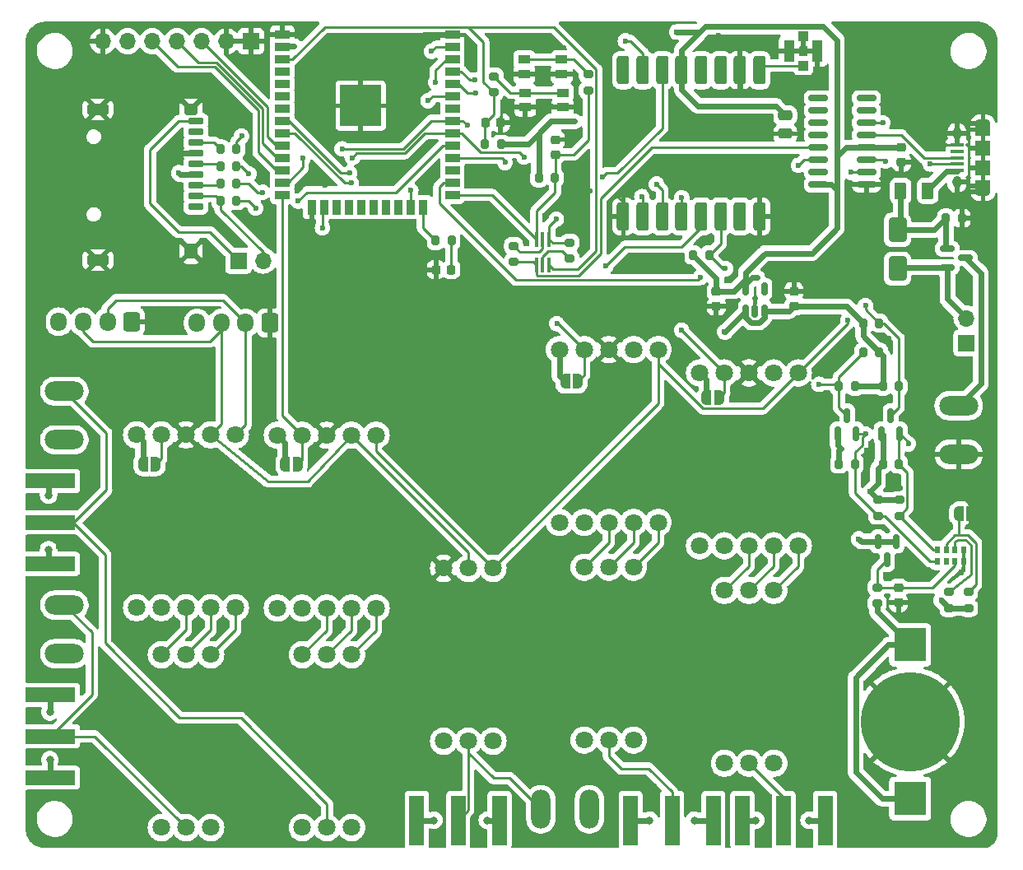
<source format=gtl>
G04 #@! TF.GenerationSoftware,KiCad,Pcbnew,7.0.5-7.0.5~ubuntu20.04.1*
G04 #@! TF.CreationDate,2023-10-09T18:00:39-03:00*
G04 #@! TF.ProjectId,Phecda_board,50686563-6461-45f6-926f-6172642e6b69,rev?*
G04 #@! TF.SameCoordinates,Original*
G04 #@! TF.FileFunction,Copper,L1,Top*
G04 #@! TF.FilePolarity,Positive*
%FSLAX46Y46*%
G04 Gerber Fmt 4.6, Leading zero omitted, Abs format (unit mm)*
G04 Created by KiCad (PCBNEW 7.0.5-7.0.5~ubuntu20.04.1) date 2023-10-09 18:00:39*
%MOMM*%
%LPD*%
G01*
G04 APERTURE LIST*
G04 Aperture macros list*
%AMRoundRect*
0 Rectangle with rounded corners*
0 $1 Rounding radius*
0 $2 $3 $4 $5 $6 $7 $8 $9 X,Y pos of 4 corners*
0 Add a 4 corners polygon primitive as box body*
4,1,4,$2,$3,$4,$5,$6,$7,$8,$9,$2,$3,0*
0 Add four circle primitives for the rounded corners*
1,1,$1+$1,$2,$3*
1,1,$1+$1,$4,$5*
1,1,$1+$1,$6,$7*
1,1,$1+$1,$8,$9*
0 Add four rect primitives between the rounded corners*
20,1,$1+$1,$2,$3,$4,$5,0*
20,1,$1+$1,$4,$5,$6,$7,0*
20,1,$1+$1,$6,$7,$8,$9,0*
20,1,$1+$1,$8,$9,$2,$3,0*%
%AMFreePoly0*
4,1,19,0.500000,-0.750000,0.000000,-0.750000,0.000000,-0.744911,-0.071157,-0.744911,-0.207708,-0.704816,-0.327430,-0.627875,-0.420627,-0.520320,-0.479746,-0.390866,-0.500000,-0.250000,-0.500000,0.250000,-0.479746,0.390866,-0.420627,0.520320,-0.327430,0.627875,-0.207708,0.704816,-0.071157,0.744911,0.000000,0.744911,0.000000,0.750000,0.500000,0.750000,0.500000,-0.750000,0.500000,-0.750000,
$1*%
%AMFreePoly1*
4,1,19,0.000000,0.744911,0.071157,0.744911,0.207708,0.704816,0.327430,0.627875,0.420627,0.520320,0.479746,0.390866,0.500000,0.250000,0.500000,-0.250000,0.479746,-0.390866,0.420627,-0.520320,0.327430,-0.627875,0.207708,-0.704816,0.071157,-0.744911,0.000000,-0.744911,0.000000,-0.750000,-0.500000,-0.750000,-0.500000,0.750000,0.000000,0.750000,0.000000,0.744911,0.000000,0.744911,
$1*%
G04 Aperture macros list end*
G04 #@! TA.AperFunction,SMDPad,CuDef*
%ADD10RoundRect,0.150000X0.150000X-0.587500X0.150000X0.587500X-0.150000X0.587500X-0.150000X-0.587500X0*%
G04 #@! TD*
G04 #@! TA.AperFunction,ComponentPad*
%ADD11R,1.700000X1.700000*%
G04 #@! TD*
G04 #@! TA.AperFunction,ComponentPad*
%ADD12O,1.700000X1.700000*%
G04 #@! TD*
G04 #@! TA.AperFunction,SMDPad,CuDef*
%ADD13FreePoly0,0.000000*%
G04 #@! TD*
G04 #@! TA.AperFunction,SMDPad,CuDef*
%ADD14FreePoly1,0.000000*%
G04 #@! TD*
G04 #@! TA.AperFunction,SMDPad,CuDef*
%ADD15RoundRect,0.150000X-0.587500X-0.150000X0.587500X-0.150000X0.587500X0.150000X-0.587500X0.150000X0*%
G04 #@! TD*
G04 #@! TA.AperFunction,SMDPad,CuDef*
%ADD16RoundRect,0.200000X0.275000X-0.200000X0.275000X0.200000X-0.275000X0.200000X-0.275000X-0.200000X0*%
G04 #@! TD*
G04 #@! TA.AperFunction,SMDPad,CuDef*
%ADD17R,0.400000X1.500000*%
G04 #@! TD*
G04 #@! TA.AperFunction,SMDPad,CuDef*
%ADD18R,3.300000X3.500000*%
G04 #@! TD*
G04 #@! TA.AperFunction,SMDPad,CuDef*
%ADD19C,10.200000*%
G04 #@! TD*
G04 #@! TA.AperFunction,SMDPad,CuDef*
%ADD20RoundRect,0.200000X0.200000X0.275000X-0.200000X0.275000X-0.200000X-0.275000X0.200000X-0.275000X0*%
G04 #@! TD*
G04 #@! TA.AperFunction,SMDPad,CuDef*
%ADD21R,1.500000X5.080000*%
G04 #@! TD*
G04 #@! TA.AperFunction,SMDPad,CuDef*
%ADD22RoundRect,0.200000X-0.200000X-0.275000X0.200000X-0.275000X0.200000X0.275000X-0.200000X0.275000X0*%
G04 #@! TD*
G04 #@! TA.AperFunction,SMDPad,CuDef*
%ADD23RoundRect,0.200000X-0.275000X0.200000X-0.275000X-0.200000X0.275000X-0.200000X0.275000X0.200000X0*%
G04 #@! TD*
G04 #@! TA.AperFunction,SMDPad,CuDef*
%ADD24R,5.080000X1.500000*%
G04 #@! TD*
G04 #@! TA.AperFunction,ComponentPad*
%ADD25RoundRect,0.250000X0.600000X0.725000X-0.600000X0.725000X-0.600000X-0.725000X0.600000X-0.725000X0*%
G04 #@! TD*
G04 #@! TA.AperFunction,ComponentPad*
%ADD26O,1.700000X1.950000*%
G04 #@! TD*
G04 #@! TA.AperFunction,SMDPad,CuDef*
%ADD27RoundRect,0.225000X-0.250000X0.225000X-0.250000X-0.225000X0.250000X-0.225000X0.250000X0.225000X0*%
G04 #@! TD*
G04 #@! TA.AperFunction,SMDPad,CuDef*
%ADD28RoundRect,0.150000X0.150000X-0.512500X0.150000X0.512500X-0.150000X0.512500X-0.150000X-0.512500X0*%
G04 #@! TD*
G04 #@! TA.AperFunction,SMDPad,CuDef*
%ADD29RoundRect,0.225000X0.250000X-0.225000X0.250000X0.225000X-0.250000X0.225000X-0.250000X-0.225000X0*%
G04 #@! TD*
G04 #@! TA.AperFunction,ComponentPad*
%ADD30C,1.800000*%
G04 #@! TD*
G04 #@! TA.AperFunction,SMDPad,CuDef*
%ADD31R,1.350000X0.400000*%
G04 #@! TD*
G04 #@! TA.AperFunction,ComponentPad*
%ADD32O,1.550000X0.890000*%
G04 #@! TD*
G04 #@! TA.AperFunction,SMDPad,CuDef*
%ADD33R,1.550000X1.200000*%
G04 #@! TD*
G04 #@! TA.AperFunction,ComponentPad*
%ADD34O,0.950000X1.250000*%
G04 #@! TD*
G04 #@! TA.AperFunction,SMDPad,CuDef*
%ADD35R,1.550000X1.500000*%
G04 #@! TD*
G04 #@! TA.AperFunction,SMDPad,CuDef*
%ADD36RoundRect,0.250000X0.375000X0.625000X-0.375000X0.625000X-0.375000X-0.625000X0.375000X-0.625000X0*%
G04 #@! TD*
G04 #@! TA.AperFunction,SMDPad,CuDef*
%ADD37RoundRect,0.218750X-0.218750X-0.256250X0.218750X-0.256250X0.218750X0.256250X-0.218750X0.256250X0*%
G04 #@! TD*
G04 #@! TA.AperFunction,SMDPad,CuDef*
%ADD38RoundRect,0.250000X0.650000X-1.000000X0.650000X1.000000X-0.650000X1.000000X-0.650000X-1.000000X0*%
G04 #@! TD*
G04 #@! TA.AperFunction,SMDPad,CuDef*
%ADD39R,1.250000X0.900000*%
G04 #@! TD*
G04 #@! TA.AperFunction,SMDPad,CuDef*
%ADD40R,0.500000X0.800000*%
G04 #@! TD*
G04 #@! TA.AperFunction,SMDPad,CuDef*
%ADD41RoundRect,0.150000X0.825000X0.150000X-0.825000X0.150000X-0.825000X-0.150000X0.825000X-0.150000X0*%
G04 #@! TD*
G04 #@! TA.AperFunction,SMDPad,CuDef*
%ADD42RoundRect,0.150000X-0.150000X0.587500X-0.150000X-0.587500X0.150000X-0.587500X0.150000X0.587500X0*%
G04 #@! TD*
G04 #@! TA.AperFunction,SMDPad,CuDef*
%ADD43RoundRect,0.225000X-0.225000X-0.250000X0.225000X-0.250000X0.225000X0.250000X-0.225000X0.250000X0*%
G04 #@! TD*
G04 #@! TA.AperFunction,SMDPad,CuDef*
%ADD44R,1.500000X0.900000*%
G04 #@! TD*
G04 #@! TA.AperFunction,SMDPad,CuDef*
%ADD45R,0.900000X1.500000*%
G04 #@! TD*
G04 #@! TA.AperFunction,SMDPad,CuDef*
%ADD46R,1.050000X1.050000*%
G04 #@! TD*
G04 #@! TA.AperFunction,HeatsinkPad*
%ADD47C,0.600000*%
G04 #@! TD*
G04 #@! TA.AperFunction,SMDPad,CuDef*
%ADD48R,4.200000X4.200000*%
G04 #@! TD*
G04 #@! TA.AperFunction,ComponentPad*
%ADD49O,4.000000X2.000000*%
G04 #@! TD*
G04 #@! TA.AperFunction,SMDPad,CuDef*
%ADD50R,1.000000X1.000000*%
G04 #@! TD*
G04 #@! TA.AperFunction,SMDPad,CuDef*
%ADD51R,1.050000X2.200000*%
G04 #@! TD*
G04 #@! TA.AperFunction,SMDPad,CuDef*
%ADD52RoundRect,0.250000X0.475000X-0.250000X0.475000X0.250000X-0.475000X0.250000X-0.475000X-0.250000X0*%
G04 #@! TD*
G04 #@! TA.AperFunction,ComponentPad*
%ADD53O,2.000000X4.000000*%
G04 #@! TD*
G04 #@! TA.AperFunction,SMDPad,CuDef*
%ADD54RoundRect,0.175000X0.625000X-0.175000X0.625000X0.175000X-0.625000X0.175000X-0.625000X-0.175000X0*%
G04 #@! TD*
G04 #@! TA.AperFunction,SMDPad,CuDef*
%ADD55RoundRect,0.300000X0.400000X-0.300000X0.400000X0.300000X-0.400000X0.300000X-0.400000X-0.300000X0*%
G04 #@! TD*
G04 #@! TA.AperFunction,SMDPad,CuDef*
%ADD56RoundRect,0.300000X0.800000X-0.300000X0.800000X0.300000X-0.800000X0.300000X-0.800000X-0.300000X0*%
G04 #@! TD*
G04 #@! TA.AperFunction,SMDPad,CuDef*
%ADD57RoundRect,0.350000X0.350000X-0.450000X0.350000X0.450000X-0.350000X0.450000X-0.350000X-0.450000X0*%
G04 #@! TD*
G04 #@! TA.AperFunction,SMDPad,CuDef*
%ADD58RoundRect,0.317500X0.317500X-1.157500X0.317500X1.157500X-0.317500X1.157500X-0.317500X-1.157500X0*%
G04 #@! TD*
G04 #@! TA.AperFunction,ViaPad*
%ADD59C,0.600000*%
G04 #@! TD*
G04 #@! TA.AperFunction,ViaPad*
%ADD60C,0.800000*%
G04 #@! TD*
G04 #@! TA.AperFunction,Conductor*
%ADD61C,0.609600*%
G04 #@! TD*
G04 #@! TA.AperFunction,Conductor*
%ADD62C,0.250000*%
G04 #@! TD*
G04 #@! TA.AperFunction,Conductor*
%ADD63C,0.254000*%
G04 #@! TD*
G04 APERTURE END LIST*
D10*
X129050000Y-81375000D03*
X130950000Y-81375000D03*
X130000000Y-79500000D03*
D11*
X62895000Y-63570000D03*
D12*
X65435000Y-63570000D03*
D13*
X53100000Y-84500000D03*
D14*
X54400000Y-84500000D03*
D13*
X67700000Y-84500000D03*
D14*
X69000000Y-84500000D03*
D15*
X135825000Y-62350000D03*
X135825000Y-64250000D03*
X137700000Y-63300000D03*
D16*
X136000000Y-99325000D03*
X136000000Y-97675000D03*
D17*
X94850000Y-61370000D03*
X94200000Y-61370000D03*
X93550000Y-61370000D03*
X93550000Y-64030000D03*
X94200000Y-64030000D03*
X94850000Y-64030000D03*
D18*
X132000000Y-118900000D03*
X132000000Y-103100000D03*
D19*
X132000000Y-111000000D03*
D20*
X62695000Y-55643332D03*
X61045000Y-55643332D03*
D21*
X85500000Y-121137500D03*
X89750000Y-121137500D03*
X81250000Y-121137500D03*
D22*
X124675000Y-84500000D03*
X126325000Y-84500000D03*
D23*
X130900000Y-88175000D03*
X130900000Y-89825000D03*
D24*
X43562500Y-112500000D03*
X43562500Y-116750000D03*
X43562500Y-108250000D03*
D25*
X66140000Y-69980000D03*
D26*
X63640000Y-69980000D03*
X61140000Y-69980000D03*
X58640000Y-69980000D03*
D27*
X131100000Y-51925000D03*
X131100000Y-53475000D03*
D28*
X115100000Y-68775000D03*
X116050000Y-68775000D03*
X117000000Y-68775000D03*
X117000000Y-66500000D03*
X115100000Y-66500000D03*
D29*
X95500000Y-52667200D03*
X95500000Y-51117200D03*
D13*
X111050000Y-77700000D03*
D14*
X112350000Y-77700000D03*
D20*
X62695000Y-53866666D03*
X61045000Y-53866666D03*
X89925000Y-51600000D03*
X88275000Y-51600000D03*
D30*
X112900000Y-97500000D03*
X115440000Y-97500000D03*
X117980000Y-97500000D03*
X117980000Y-115280000D03*
X115440000Y-115280000D03*
X112900000Y-115280000D03*
D22*
X109675000Y-63000000D03*
X111325000Y-63000000D03*
X129175000Y-76500000D03*
X130825000Y-76500000D03*
D31*
X136800000Y-54300000D03*
X136800000Y-53650000D03*
X136800000Y-53000000D03*
X136800000Y-52350000D03*
X136800000Y-51700000D03*
D32*
X139500000Y-56500000D03*
D33*
X139500000Y-55900000D03*
D34*
X136800000Y-55500000D03*
D35*
X139500000Y-54000000D03*
X139500000Y-52000000D03*
D34*
X136800000Y-50500000D03*
D33*
X139500000Y-50100000D03*
D32*
X139500000Y-49500000D03*
D36*
X133800000Y-56400000D03*
X131000000Y-56400000D03*
D20*
X62695000Y-52090000D03*
X61045000Y-52090000D03*
D29*
X120050000Y-68275000D03*
X120050000Y-66725000D03*
D37*
X83212500Y-64500000D03*
X84787500Y-64500000D03*
D30*
X66900000Y-81520000D03*
X69440000Y-81520000D03*
X71980000Y-81520000D03*
X74520000Y-81520000D03*
X77060000Y-81520000D03*
X77060000Y-99300000D03*
X74520000Y-99300000D03*
X71980000Y-99300000D03*
X69440000Y-99300000D03*
X66900000Y-99300000D03*
D23*
X128600000Y-97175000D03*
X128600000Y-98825000D03*
D30*
X54960000Y-104110000D03*
X57500000Y-104110000D03*
X60040000Y-104110000D03*
X60040000Y-121890000D03*
X57500000Y-121890000D03*
X54960000Y-121890000D03*
D22*
X129175000Y-84500000D03*
X130825000Y-84500000D03*
D30*
X52420000Y-81500000D03*
X54960000Y-81500000D03*
X57500000Y-81500000D03*
X60040000Y-81500000D03*
X62580000Y-81500000D03*
X62580000Y-99280000D03*
X60040000Y-99280000D03*
X57500000Y-99280000D03*
X54960000Y-99280000D03*
X52420000Y-99280000D03*
D38*
X130700000Y-64400000D03*
X130700000Y-60400000D03*
D27*
X130800000Y-97225000D03*
X130800000Y-98775000D03*
D16*
X96980000Y-63365000D03*
X96980000Y-61715000D03*
D39*
X92300000Y-44400000D03*
X96150000Y-44400000D03*
X92300000Y-42900000D03*
X96150000Y-42900000D03*
D40*
X134800000Y-94500000D03*
X135700000Y-94500000D03*
X136600000Y-94500000D03*
X137500000Y-94500000D03*
X137500000Y-93300000D03*
X136600000Y-93300000D03*
X135700000Y-93300000D03*
X134800000Y-93300000D03*
D39*
X92400000Y-47800000D03*
X96250000Y-47800000D03*
X92400000Y-46300000D03*
X96250000Y-46300000D03*
D30*
X95920000Y-72720000D03*
X98460000Y-72720000D03*
X101000000Y-72720000D03*
X103540000Y-72720000D03*
X106080000Y-72720000D03*
X106080000Y-90500000D03*
X103540000Y-90500000D03*
X101000000Y-90500000D03*
X98460000Y-90500000D03*
X95920000Y-90500000D03*
D41*
X127500000Y-55750000D03*
X127500000Y-54480000D03*
X127500000Y-53210000D03*
X127500000Y-51940000D03*
X127500000Y-50670000D03*
X127500000Y-49400000D03*
X127500000Y-48130000D03*
X127500000Y-46860000D03*
X122550000Y-46860000D03*
X122550000Y-48130000D03*
X122550000Y-49400000D03*
X122550000Y-50670000D03*
X122550000Y-51940000D03*
X122550000Y-53210000D03*
X122550000Y-54480000D03*
X122550000Y-55750000D03*
D30*
X69460000Y-104110000D03*
X72000000Y-104110000D03*
X74540000Y-104110000D03*
X74540000Y-121890000D03*
X72000000Y-121890000D03*
X69460000Y-121890000D03*
D10*
X124550000Y-81375000D03*
X126450000Y-81375000D03*
X125500000Y-79500000D03*
D22*
X135675000Y-59200000D03*
X137325000Y-59200000D03*
D11*
X64200000Y-41000000D03*
D12*
X61660000Y-41000000D03*
X59120000Y-41000000D03*
X56580000Y-41000000D03*
X54040000Y-41000000D03*
X51500000Y-41000000D03*
X48960000Y-41000000D03*
D13*
X96500000Y-76000000D03*
D14*
X97800000Y-76000000D03*
D16*
X98900000Y-46050000D03*
X98900000Y-44400000D03*
X91200000Y-63695000D03*
X91200000Y-62045000D03*
D20*
X126325000Y-76500000D03*
X124675000Y-76500000D03*
D42*
X130587500Y-92462500D03*
X128687500Y-92462500D03*
X129637500Y-94337500D03*
D43*
X88325000Y-49400000D03*
X89875000Y-49400000D03*
D44*
X67405000Y-40300000D03*
X67405000Y-41570000D03*
X67405000Y-42840000D03*
X67405000Y-44110000D03*
X67405000Y-45380000D03*
X67405000Y-46650000D03*
X67405000Y-47920000D03*
X67405000Y-49190000D03*
X67405000Y-50460000D03*
X67405000Y-51730000D03*
X67405000Y-53000000D03*
X67405000Y-54270000D03*
X67405000Y-55540000D03*
X67405000Y-56810000D03*
D45*
X70445000Y-58060000D03*
X71715000Y-58060000D03*
X72985000Y-58060000D03*
X74255000Y-58060000D03*
X75525000Y-58060000D03*
X76795000Y-58060000D03*
X78065000Y-58060000D03*
X79335000Y-58060000D03*
X80605000Y-58060000D03*
X81875000Y-58060000D03*
D44*
X84905000Y-56810000D03*
X84905000Y-55540000D03*
X84905000Y-54270000D03*
X84905000Y-53000000D03*
X84905000Y-51730000D03*
X84905000Y-50460000D03*
X84905000Y-49190000D03*
X84905000Y-47920000D03*
X84905000Y-46650000D03*
X84905000Y-45380000D03*
X84905000Y-44110000D03*
X84905000Y-42840000D03*
X84905000Y-41570000D03*
X84905000Y-40300000D03*
D46*
X73950000Y-46115000D03*
D47*
X73950000Y-46877500D03*
D46*
X73950000Y-47640000D03*
D47*
X73950000Y-48402500D03*
D46*
X73950000Y-49165000D03*
D47*
X74712500Y-46115000D03*
X74712500Y-47640000D03*
X74712500Y-49165000D03*
D46*
X75475000Y-46115000D03*
D47*
X75475000Y-46877500D03*
D46*
X75475000Y-47640000D03*
D48*
X75475000Y-47640000D03*
D47*
X75475000Y-48402500D03*
D46*
X75475000Y-49165000D03*
D47*
X76237500Y-46115000D03*
X76237500Y-47640000D03*
X76237500Y-49165000D03*
D46*
X77000000Y-46115000D03*
D47*
X77000000Y-46877500D03*
D46*
X77000000Y-47640000D03*
D47*
X77000000Y-48402500D03*
D46*
X77000000Y-49165000D03*
D30*
X98460000Y-95110000D03*
X101000000Y-95110000D03*
X103540000Y-95110000D03*
X103540000Y-112890000D03*
X101000000Y-112890000D03*
X98460000Y-112890000D03*
D49*
X45000000Y-104000000D03*
X45000000Y-99000000D03*
D21*
X119000000Y-121137500D03*
X123250000Y-121137500D03*
X114750000Y-121137500D03*
D27*
X112050000Y-66725000D03*
X112050000Y-68275000D03*
D24*
X43562500Y-90500000D03*
X43562500Y-94750000D03*
X43562500Y-86250000D03*
D50*
X121000000Y-43500000D03*
D51*
X119525000Y-42000000D03*
D50*
X121000000Y-40500000D03*
D51*
X122475000Y-42000000D03*
D22*
X83175000Y-61500000D03*
X84825000Y-61500000D03*
X127175000Y-70000000D03*
X128825000Y-70000000D03*
D16*
X89200000Y-46250000D03*
X89200000Y-44600000D03*
D30*
X110340000Y-75120000D03*
X112880000Y-75120000D03*
X115420000Y-75120000D03*
X117960000Y-75120000D03*
X120500000Y-75120000D03*
X120500000Y-92900000D03*
X117960000Y-92900000D03*
X115420000Y-92900000D03*
X112880000Y-92900000D03*
X110340000Y-92900000D03*
D22*
X93825000Y-55050000D03*
X95475000Y-55050000D03*
D52*
X119150000Y-50520000D03*
X119150000Y-48620000D03*
D49*
X45000000Y-82000000D03*
X45000000Y-77000000D03*
D20*
X62695000Y-57420000D03*
X61045000Y-57420000D03*
D53*
X99000000Y-120000000D03*
X94000000Y-120000000D03*
D30*
X84000000Y-95220000D03*
X86540000Y-95220000D03*
X89080000Y-95220000D03*
X89080000Y-113000000D03*
X86540000Y-113000000D03*
X84000000Y-113000000D03*
D25*
X51920000Y-69860000D03*
D26*
X49420000Y-69860000D03*
X46920000Y-69860000D03*
X44420000Y-69860000D03*
D54*
X58530000Y-58010000D03*
X58530000Y-56910000D03*
X58530000Y-55810000D03*
X58530000Y-54710000D03*
X58530000Y-53610000D03*
X58530000Y-52510000D03*
X58530000Y-51410000D03*
X58530000Y-50310000D03*
X58530000Y-49210000D03*
D55*
X58030000Y-48010000D03*
D56*
X48430000Y-48010000D03*
D57*
X58030000Y-62610000D03*
D56*
X48430000Y-63510000D03*
D21*
X107500000Y-121137500D03*
X111750000Y-121137500D03*
X103250000Y-121137500D03*
D58*
X102500000Y-59025000D03*
X104500000Y-59025000D03*
X106500000Y-59025000D03*
X108500000Y-59025000D03*
X110500000Y-59025000D03*
X112500000Y-59025000D03*
X114500000Y-59025000D03*
X116500000Y-59025000D03*
X116500000Y-43975000D03*
X114500000Y-43975000D03*
X112500000Y-43975000D03*
X110500000Y-43975000D03*
X108500000Y-43975000D03*
X106500000Y-43975000D03*
X104500000Y-43975000D03*
X102500000Y-43975000D03*
D11*
X137800000Y-72040000D03*
D12*
X137800000Y-69500000D03*
D13*
X137000000Y-89600000D03*
D14*
X138300000Y-89600000D03*
D16*
X138000000Y-99325000D03*
X138000000Y-97675000D03*
D49*
X137000000Y-78500000D03*
X137000000Y-83500000D03*
D23*
X128700000Y-88175000D03*
X128700000Y-89825000D03*
D20*
X128825000Y-73000000D03*
X127175000Y-73000000D03*
D59*
X124700000Y-92400000D03*
X117000000Y-119300000D03*
X125900000Y-88300000D03*
X137300000Y-95700000D03*
X120100000Y-64750000D03*
X56000000Y-91100000D03*
X65050000Y-68110000D03*
X65500000Y-120100000D03*
X55300000Y-56840000D03*
X88800000Y-59000000D03*
X83090000Y-53980000D03*
X131000000Y-49500000D03*
X91600000Y-120200000D03*
X112300000Y-40400000D03*
X50370000Y-61730000D03*
X105600000Y-64500000D03*
X98100000Y-57100000D03*
X79500000Y-49500000D03*
X48500000Y-116100000D03*
X70900000Y-44600000D03*
X122350000Y-78550000D03*
X104550000Y-92850000D03*
X95850000Y-80550000D03*
X58530000Y-72980000D03*
X45800000Y-106300000D03*
X90640000Y-41970000D03*
X96400000Y-119300000D03*
X45120000Y-73020000D03*
X98000000Y-123100000D03*
X42300000Y-79600000D03*
X90800000Y-84700000D03*
X112000000Y-55100000D03*
X98150000Y-92700000D03*
X119500000Y-55400000D03*
X48600000Y-121900000D03*
X55430000Y-53610000D03*
X119350000Y-94900000D03*
X120410000Y-46480000D03*
X58550000Y-101550000D03*
X123140000Y-44100000D03*
X54300000Y-101500000D03*
X99075500Y-56420000D03*
X50340000Y-73130000D03*
X73710000Y-50770000D03*
X65200000Y-77350000D03*
X103400000Y-102400000D03*
X54160000Y-49170000D03*
X116098823Y-68699902D03*
X48400000Y-76850000D03*
X116400000Y-94900000D03*
X118800000Y-103900000D03*
X127110000Y-60390000D03*
X58470000Y-76010000D03*
X129800000Y-71600000D03*
X130975500Y-87000000D03*
X47200000Y-43000000D03*
X98050000Y-47790000D03*
X112050000Y-68275000D03*
X66950000Y-88600000D03*
X42600000Y-101200000D03*
X136550000Y-57400000D03*
X65300000Y-43150000D03*
X109400000Y-117150000D03*
X134600000Y-89000000D03*
X82200000Y-116300000D03*
X72320000Y-49200000D03*
X126190000Y-44930000D03*
X87400000Y-116800000D03*
X87400000Y-55300000D03*
X41700000Y-114800000D03*
X113260000Y-110990000D03*
X62450000Y-107900000D03*
X132000000Y-45300000D03*
X74900000Y-68600000D03*
X138450000Y-107450000D03*
X69750000Y-106950000D03*
X76200000Y-86400000D03*
X65540000Y-60490000D03*
X120660000Y-59760000D03*
X127200000Y-77800000D03*
X121200000Y-122800000D03*
X101850951Y-56949049D03*
X87800000Y-102400000D03*
X79480000Y-62270000D03*
X80950000Y-83100000D03*
X81760000Y-40480000D03*
X42200000Y-88400000D03*
X125800000Y-41440000D03*
X133900000Y-66250000D03*
X138000000Y-50900000D03*
X132800000Y-99150000D03*
X55570000Y-45080000D03*
X48350000Y-90050000D03*
X71840000Y-55780000D03*
X58530000Y-79370000D03*
X87600000Y-122400000D03*
X101850000Y-92700000D03*
X112700000Y-95300000D03*
X69010000Y-61910000D03*
X114900000Y-61600000D03*
X79260000Y-45410000D03*
X55250000Y-70050000D03*
X110230000Y-61630000D03*
X120050000Y-66725000D03*
X44820000Y-65950000D03*
X96640000Y-50290000D03*
X55300000Y-112900000D03*
X135050000Y-51550000D03*
X116800000Y-122600000D03*
X60920000Y-60010000D03*
X69050000Y-101500000D03*
X65200000Y-72550000D03*
X91063013Y-57246754D03*
X113400000Y-84600000D03*
X71050000Y-65700000D03*
X126900000Y-121300000D03*
X42000000Y-110600000D03*
X139100000Y-103200000D03*
X73250000Y-101700000D03*
X123200000Y-74400000D03*
X106610000Y-41200000D03*
X111800000Y-49600000D03*
X45920000Y-55260000D03*
X134200000Y-95600000D03*
X104900000Y-119900000D03*
X127530000Y-83040000D03*
X54000000Y-96700000D03*
X125700000Y-72700000D03*
X74590000Y-62370000D03*
X98650000Y-67750000D03*
X76500000Y-111400000D03*
X71300000Y-110400000D03*
X89100000Y-43000000D03*
X123900000Y-98400000D03*
X56560000Y-58550000D03*
X77750000Y-121450000D03*
X130600000Y-95800000D03*
X61600000Y-119100000D03*
X139700000Y-89700000D03*
X89900000Y-60600000D03*
X105300000Y-67400000D03*
X46800000Y-60520000D03*
X44600000Y-88000000D03*
X83700000Y-123100000D03*
X104000000Y-40400000D03*
X89450000Y-89610000D03*
X117040000Y-41210000D03*
X49100000Y-109000000D03*
X72150000Y-76400000D03*
X121450000Y-115800000D03*
X56100000Y-75950000D03*
X78200000Y-55000000D03*
X82500000Y-55400000D03*
X77020000Y-41900000D03*
X62850000Y-91130000D03*
X103660000Y-49340000D03*
X133900000Y-72400000D03*
X94240000Y-44860000D03*
X61100000Y-101350000D03*
X59950000Y-86200000D03*
X42200000Y-92800000D03*
X95100000Y-47700000D03*
X133000000Y-74400000D03*
X139800000Y-60100000D03*
X120200000Y-71500000D03*
X106660000Y-53780000D03*
X91000000Y-73050000D03*
X60450000Y-65240000D03*
X44400000Y-93000000D03*
X79170000Y-46400000D03*
X137400000Y-66800000D03*
X132750000Y-81850000D03*
X105650000Y-117610000D03*
X46380000Y-51520000D03*
X114500000Y-46300000D03*
X75950000Y-101400000D03*
X80550000Y-90950000D03*
X139150000Y-116650000D03*
X100000000Y-42300000D03*
X88800000Y-66050000D03*
X96400000Y-41700000D03*
X133500000Y-62300000D03*
X129175000Y-75000000D03*
X112900000Y-70900000D03*
X68600000Y-41500000D03*
X127862500Y-87337500D03*
X97470000Y-49240000D03*
X124885000Y-82885000D03*
X116270000Y-65320000D03*
X107990000Y-40060000D03*
X135187500Y-98512500D03*
X126710000Y-92190000D03*
X56760000Y-54520000D03*
X125600000Y-69700000D03*
X127400000Y-68200000D03*
X122600000Y-76300000D03*
D60*
X88500000Y-121137500D03*
X83000000Y-121137500D03*
X43362500Y-93300000D03*
X43362500Y-87700000D03*
X43500000Y-110000000D03*
X43500000Y-114900000D03*
X121600000Y-121137500D03*
X116100000Y-121137500D03*
X105200000Y-121137500D03*
X109800000Y-121137500D03*
D59*
X74320000Y-54560000D03*
X95650000Y-70050000D03*
X71550000Y-60200000D03*
X74500000Y-55600000D03*
X108480000Y-70720000D03*
X120510000Y-53770000D03*
X95600000Y-59300000D03*
X127400000Y-81400000D03*
X82400000Y-47120000D03*
X83190000Y-45230000D03*
X131830000Y-82420000D03*
X65350000Y-56540000D03*
X82760000Y-42050000D03*
X105910000Y-55700000D03*
X69045000Y-57455000D03*
X64670000Y-58150000D03*
X63980000Y-54660000D03*
X108500000Y-57100000D03*
X74620000Y-52980000D03*
X92278411Y-52911589D03*
X73560000Y-52080000D03*
X63220000Y-50760000D03*
X86450000Y-49650000D03*
X104400000Y-57000000D03*
X110400000Y-65300000D03*
X113000000Y-64400000D03*
X125900000Y-54500000D03*
X87320000Y-46320000D03*
X87230000Y-45000000D03*
X129490000Y-53330000D03*
X102700000Y-40970000D03*
X69530000Y-53030000D03*
X80620000Y-56330000D03*
X100700000Y-64100000D03*
X100328500Y-54990000D03*
X90320000Y-53470000D03*
X134050000Y-53626500D03*
X129200000Y-49400000D03*
D61*
X130500000Y-103100000D02*
X132000000Y-103100000D01*
X126395200Y-116195200D02*
X129100000Y-118900000D01*
X126395200Y-106445200D02*
X126395200Y-116195200D01*
X129740400Y-103100000D02*
X126395200Y-106445200D01*
X129775000Y-103100000D02*
X130300000Y-103100000D01*
X128600000Y-98825000D02*
X128600000Y-99700000D01*
X129100000Y-118900000D02*
X132000000Y-118900000D01*
X128600000Y-99700000D02*
X132000000Y-103100000D01*
X132000000Y-103100000D02*
X130300000Y-103100000D01*
X130300000Y-103100000D02*
X129740400Y-103100000D01*
D62*
X116050000Y-68775000D02*
X116050000Y-68748725D01*
X116050000Y-68748725D02*
X116098823Y-68699902D01*
X101850951Y-56949049D02*
X102500000Y-57598098D01*
X102500000Y-57598098D02*
X102500000Y-59025000D01*
D61*
X114500000Y-43975000D02*
X114500000Y-46300000D01*
X58530000Y-52510000D02*
X56530000Y-52510000D01*
X81760000Y-40480000D02*
X81940000Y-40300000D01*
D63*
X136800000Y-51700000D02*
X135200000Y-51700000D01*
D61*
X56530000Y-52510000D02*
X55430000Y-53610000D01*
D62*
X96250000Y-47800000D02*
X95200000Y-47800000D01*
D61*
X81940000Y-40300000D02*
X84905000Y-40300000D01*
D62*
X114500000Y-43975000D02*
X114500000Y-43700000D01*
X95200000Y-47800000D02*
X95100000Y-47700000D01*
D63*
X135200000Y-51700000D02*
X135050000Y-51550000D01*
D61*
X111050000Y-77700000D02*
X111050000Y-75830000D01*
X112975000Y-70900000D02*
X115100000Y-68775000D01*
X117000000Y-68775000D02*
X119550000Y-68775000D01*
X115100000Y-69413527D02*
X115628773Y-69942300D01*
X111050000Y-75830000D02*
X110340000Y-75120000D01*
X129175000Y-75000000D02*
X129175000Y-73350000D01*
X125450000Y-68275000D02*
X127175000Y-70000000D01*
X127175000Y-70000000D02*
X127175000Y-71350000D01*
X129175000Y-75000000D02*
X129175000Y-76500000D01*
X53100000Y-82180000D02*
X52420000Y-81500000D01*
X95920000Y-75420000D02*
X96500000Y-76000000D01*
X53100000Y-84500000D02*
X53100000Y-82180000D01*
X112900000Y-70900000D02*
X112975000Y-70900000D01*
X67700000Y-84500000D02*
X67700000Y-82320000D01*
X117000000Y-69413527D02*
X117000000Y-68775000D01*
X119550000Y-68775000D02*
X120050000Y-68275000D01*
X127175000Y-71350000D02*
X128825000Y-73000000D01*
X115628773Y-69942300D02*
X116471227Y-69942300D01*
X67700000Y-82320000D02*
X66900000Y-81520000D01*
X120050000Y-68275000D02*
X125450000Y-68275000D01*
X116471227Y-69942300D02*
X117000000Y-69413527D01*
X115100000Y-68775000D02*
X115100000Y-69413527D01*
X126325000Y-76500000D02*
X129175000Y-76500000D01*
X129175000Y-73350000D02*
X128825000Y-73000000D01*
X95920000Y-72720000D02*
X95920000Y-75420000D01*
X117070000Y-62800000D02*
X121900000Y-62800000D01*
X124550000Y-82550000D02*
X124550000Y-81375000D01*
X110180000Y-47650000D02*
X118180000Y-47650000D01*
X115770000Y-65320000D02*
X115100000Y-65990000D01*
X92690000Y-51600000D02*
X93825000Y-50465000D01*
X89925000Y-51600000D02*
X92690000Y-51600000D01*
X121900000Y-62800000D02*
X124460000Y-60240000D01*
X128700000Y-88175000D02*
X130900000Y-88175000D01*
X68600000Y-41500000D02*
X67475000Y-41500000D01*
X115100000Y-65990000D02*
X115100000Y-66500000D01*
X136000000Y-99325000D02*
X135187500Y-98512500D01*
X110904800Y-39495200D02*
X108500000Y-41900000D01*
X108500000Y-41900000D02*
X108500000Y-43975000D01*
X93825000Y-55050000D02*
X93825000Y-50465000D01*
X125370000Y-51940000D02*
X124460000Y-52850000D01*
X127500000Y-51940000D02*
X131085000Y-51940000D01*
X107990000Y-40060000D02*
X110340000Y-40060000D01*
X124885000Y-82885000D02*
X124675000Y-83095000D01*
X129175000Y-84500000D02*
X129175000Y-81500000D01*
X118180000Y-47650000D02*
X119150000Y-48620000D01*
X115100000Y-64770000D02*
X117070000Y-62800000D01*
X124460000Y-52850000D02*
X124460000Y-40910000D01*
X58530000Y-54710000D02*
X56950000Y-54710000D01*
X115100000Y-65480000D02*
X115100000Y-64770000D01*
X124675000Y-83095000D02*
X124675000Y-84500000D01*
X124885000Y-82885000D02*
X124550000Y-82550000D01*
X127500000Y-51940000D02*
X125370000Y-51940000D01*
X56950000Y-54710000D02*
X56760000Y-54520000D01*
X108500000Y-43975000D02*
X108500000Y-45970000D01*
X128687500Y-92462500D02*
X130587500Y-92462500D01*
X122550000Y-55750000D02*
X123910000Y-55750000D01*
X116270000Y-65320000D02*
X115770000Y-65320000D01*
X123910000Y-55750000D02*
X124460000Y-56300000D01*
X127862500Y-87337500D02*
X128700000Y-86500000D01*
X67475000Y-41500000D02*
X67405000Y-41570000D01*
X126982500Y-92462500D02*
X126710000Y-92190000D01*
X124460000Y-56300000D02*
X124460000Y-52850000D01*
X124460000Y-40910000D02*
X123045200Y-39495200D01*
X124460000Y-60240000D02*
X124460000Y-56300000D01*
X128700000Y-86500000D02*
X128700000Y-84975000D01*
X113855000Y-66725000D02*
X115100000Y-65480000D01*
X123045200Y-39495200D02*
X110904800Y-39495200D01*
X138000000Y-99325000D02*
X136000000Y-99325000D01*
X112050000Y-66725000D02*
X112050000Y-65375000D01*
X95050000Y-49240000D02*
X97470000Y-49240000D01*
X110340000Y-40060000D02*
X110904800Y-39495200D01*
X128700000Y-84975000D02*
X129175000Y-84500000D01*
X108500000Y-45970000D02*
X110180000Y-47650000D01*
X93825000Y-50465000D02*
X95050000Y-49240000D01*
X112050000Y-66725000D02*
X113855000Y-66725000D01*
X115100000Y-65480000D02*
X115100000Y-66500000D01*
X128687500Y-92462500D02*
X126982500Y-92462500D01*
X131085000Y-51940000D02*
X131100000Y-51925000D01*
X127862500Y-87337500D02*
X128700000Y-88175000D01*
X112050000Y-65375000D02*
X109675000Y-63000000D01*
X129175000Y-81500000D02*
X129050000Y-81375000D01*
D63*
X98900000Y-51150000D02*
X97382800Y-52667200D01*
X97382800Y-52667200D02*
X95500000Y-52667200D01*
D62*
X88990000Y-56810000D02*
X84905000Y-56810000D01*
D63*
X95475000Y-55050000D02*
X95475000Y-56545000D01*
X95500000Y-52667200D02*
X95500000Y-55025000D01*
X98900000Y-46050000D02*
X98900000Y-51150000D01*
X95475000Y-56545000D02*
X93550000Y-58470000D01*
X93550000Y-58470000D02*
X93550000Y-61370000D01*
D62*
X93550000Y-61370000D02*
X88990000Y-56810000D01*
D63*
X95500000Y-55025000D02*
X95475000Y-55050000D01*
X88275000Y-49450000D02*
X88325000Y-49400000D01*
X97840000Y-64460000D02*
X99702000Y-62598000D01*
X89200000Y-46250000D02*
X89140000Y-46250000D01*
X95280000Y-64460000D02*
X97840000Y-64460000D01*
X86530000Y-39523000D02*
X85700000Y-39523000D01*
X99702000Y-62598000D02*
X99702000Y-43902000D01*
X99702000Y-43902000D02*
X95323000Y-39523000D01*
X85700000Y-39523000D02*
X71777000Y-39523000D01*
X88080000Y-41073000D02*
X86530000Y-39523000D01*
X89140000Y-46250000D02*
X88080000Y-45190000D01*
X88275000Y-51600000D02*
X88275000Y-49450000D01*
X68460000Y-42840000D02*
X67405000Y-42840000D01*
X89200000Y-48525000D02*
X89200000Y-46250000D01*
X94850000Y-64030000D02*
X95280000Y-64460000D01*
X95323000Y-39523000D02*
X86530000Y-39523000D01*
X88080000Y-45190000D02*
X88080000Y-41073000D01*
X71777000Y-39523000D02*
X68460000Y-42840000D01*
X88325000Y-49400000D02*
X89200000Y-48525000D01*
D61*
X135675000Y-62200000D02*
X135825000Y-62350000D01*
X135675000Y-59200000D02*
X135675000Y-62200000D01*
X130700000Y-60400000D02*
X134475000Y-60400000D01*
X134475000Y-60400000D02*
X135675000Y-59200000D01*
X131000000Y-60100000D02*
X130700000Y-60400000D01*
X131000000Y-56400000D02*
X131000000Y-60100000D01*
X133800000Y-56400000D02*
X133800000Y-56300000D01*
X133800000Y-56300000D02*
X135745200Y-54354800D01*
X135745200Y-54354800D02*
X136800000Y-54354800D01*
D63*
X135700000Y-92713632D02*
X135700000Y-93300000D01*
X138767095Y-96907905D02*
X138767095Y-92606525D01*
X138767095Y-92606525D02*
X137975234Y-91814664D01*
X137000000Y-89600000D02*
X137000000Y-91814664D01*
X136598968Y-91814664D02*
X135700000Y-92713632D01*
X137975234Y-91814664D02*
X137000000Y-91814664D01*
X138000000Y-97675000D02*
X138767095Y-96907905D01*
X137000000Y-91814664D02*
X136598968Y-91814664D01*
D62*
X50290000Y-67630000D02*
X61290000Y-67630000D01*
D63*
X130825000Y-76500000D02*
X130825000Y-72800000D01*
X106080000Y-72720000D02*
X106080000Y-74149555D01*
X120500000Y-75120000D02*
X125600000Y-70020000D01*
X127400000Y-68575000D02*
X128825000Y-70000000D01*
X77060000Y-83200000D02*
X77060000Y-81520000D01*
D62*
X130825000Y-71565000D02*
X130825000Y-72800000D01*
D63*
X130000000Y-79500000D02*
X130825000Y-78675000D01*
D62*
X129260000Y-70000000D02*
X130825000Y-71565000D01*
D63*
X106080000Y-78220000D02*
X106080000Y-72720000D01*
D62*
X61290000Y-67630000D02*
X63640000Y-69980000D01*
D63*
X125600000Y-70020000D02*
X125600000Y-69700000D01*
X116843000Y-78777000D02*
X120500000Y-75120000D01*
X89080000Y-95220000D02*
X106080000Y-78220000D01*
X106080000Y-74149555D02*
X110707445Y-78777000D01*
D62*
X49420000Y-69860000D02*
X49420000Y-68500000D01*
D63*
X130825000Y-78675000D02*
X130825000Y-76500000D01*
X89080000Y-95220000D02*
X77060000Y-83200000D01*
D62*
X128825000Y-70000000D02*
X129260000Y-70000000D01*
D63*
X110707445Y-78777000D02*
X116843000Y-78777000D01*
D62*
X63640000Y-69980000D02*
X63640000Y-80440000D01*
X49420000Y-68500000D02*
X50290000Y-67630000D01*
D63*
X127400000Y-68200000D02*
X127400000Y-68575000D01*
D62*
X63640000Y-80440000D02*
X62580000Y-81500000D01*
D63*
X60040000Y-81500000D02*
X66000000Y-86300000D01*
D62*
X59960000Y-71890000D02*
X61140000Y-70710000D01*
X46920000Y-69860000D02*
X46920000Y-70880000D01*
D63*
X70000000Y-86300000D02*
X74520000Y-81520000D01*
X66000000Y-86300000D02*
X70000000Y-86300000D01*
D62*
X47930000Y-71890000D02*
X59960000Y-71890000D01*
X124475000Y-76300000D02*
X124675000Y-76500000D01*
X122600000Y-76300000D02*
X124475000Y-76300000D01*
X61140000Y-80400000D02*
X60040000Y-81500000D01*
X46920000Y-70880000D02*
X47930000Y-71890000D01*
X61140000Y-69980000D02*
X61140000Y-80400000D01*
D63*
X74520000Y-81520000D02*
X86540000Y-93540000D01*
X124675000Y-75500000D02*
X127175000Y-73000000D01*
X86540000Y-93540000D02*
X86540000Y-95220000D01*
D62*
X61140000Y-70710000D02*
X61140000Y-69980000D01*
D63*
X124675000Y-78675000D02*
X124675000Y-76500000D01*
X124675000Y-76500000D02*
X124675000Y-75500000D01*
X125500000Y-79500000D02*
X124675000Y-78675000D01*
D61*
X83000000Y-121137500D02*
X81250000Y-121137500D01*
X89750000Y-121137500D02*
X88500000Y-121137500D01*
D62*
X86540000Y-113000000D02*
X86540000Y-114200000D01*
X89140000Y-116800000D02*
X90800000Y-116800000D01*
X86540000Y-114200000D02*
X89140000Y-116800000D01*
X86540000Y-113000000D02*
X86540000Y-120097500D01*
X90800000Y-116800000D02*
X94000000Y-120000000D01*
X86540000Y-120097500D02*
X85500000Y-121137500D01*
D61*
X43362500Y-86450000D02*
X43562500Y-86250000D01*
X43362500Y-94550000D02*
X43562500Y-94750000D01*
X43362500Y-93300000D02*
X43362500Y-94550000D01*
X43362500Y-87700000D02*
X43362500Y-86450000D01*
D62*
X49170000Y-93810000D02*
X45920000Y-90560000D01*
X56860000Y-110600000D02*
X49170000Y-102910000D01*
X49300000Y-81300000D02*
X45000000Y-77000000D01*
X72000000Y-121890000D02*
X72000000Y-119460000D01*
X72000000Y-119460000D02*
X63140000Y-110600000D01*
X49300000Y-87180000D02*
X49300000Y-81300000D01*
X45920000Y-90560000D02*
X49300000Y-87180000D01*
X49170000Y-102910000D02*
X49170000Y-93810000D01*
X63140000Y-110600000D02*
X56860000Y-110600000D01*
D61*
X43500000Y-108312500D02*
X43562500Y-108250000D01*
X43500000Y-114900000D02*
X43500000Y-116687500D01*
X43500000Y-116687500D02*
X43562500Y-116750000D01*
X43500000Y-110000000D02*
X43500000Y-108312500D01*
D62*
X47810000Y-108190000D02*
X47810000Y-101810000D01*
X47810000Y-101810000D02*
X45000000Y-99000000D01*
X43500000Y-112500000D02*
X47810000Y-108190000D01*
X48110000Y-112500000D02*
X43500000Y-112500000D01*
X57500000Y-121890000D02*
X48110000Y-112500000D01*
X115440000Y-115280000D02*
X119000000Y-118840000D01*
X119000000Y-118840000D02*
X119000000Y-121137500D01*
D61*
X116100000Y-121137500D02*
X114750000Y-121137500D01*
X121600000Y-121137500D02*
X123250000Y-121137500D01*
D62*
X105080000Y-115810000D02*
X107500000Y-118230000D01*
X102260000Y-115810000D02*
X105080000Y-115810000D01*
X107500000Y-118230000D02*
X107500000Y-121137500D01*
X101000000Y-112890000D02*
X101000000Y-114550000D01*
X101000000Y-114550000D02*
X102260000Y-115810000D01*
D61*
X105200000Y-121137500D02*
X103250000Y-121137500D01*
X109800000Y-121137500D02*
X111750000Y-121137500D01*
D63*
X95790000Y-70050000D02*
X95650000Y-70050000D01*
X98460000Y-75340000D02*
X98460000Y-72720000D01*
X98460000Y-72720000D02*
X95790000Y-70050000D01*
X68050000Y-49190000D02*
X73420000Y-54560000D01*
X73420000Y-54560000D02*
X74320000Y-54560000D01*
X97800000Y-76000000D02*
X98460000Y-75340000D01*
X67405000Y-49190000D02*
X68050000Y-49190000D01*
X69000000Y-84500000D02*
X69440000Y-84060000D01*
X69440000Y-81520000D02*
X67405000Y-79485000D01*
X67405000Y-79485000D02*
X67405000Y-56810000D01*
X69440000Y-84060000D02*
X69440000Y-81520000D01*
X54400000Y-84500000D02*
X54960000Y-83940000D01*
X54960000Y-83940000D02*
X54960000Y-81500000D01*
X71550000Y-58225000D02*
X71715000Y-58060000D01*
X71550000Y-60200000D02*
X71550000Y-58225000D01*
X67405000Y-50460000D02*
X68677948Y-50460000D01*
X112350000Y-77700000D02*
X112880000Y-77170000D01*
X108480000Y-70720000D02*
X112880000Y-75120000D01*
X112880000Y-77170000D02*
X112880000Y-75120000D01*
X68677948Y-50460000D02*
X73817948Y-55600000D01*
X73817948Y-55600000D02*
X74500000Y-55600000D01*
X94850000Y-60050000D02*
X95600000Y-59300000D01*
X96945000Y-61750000D02*
X96980000Y-61715000D01*
X94850000Y-61370000D02*
X95230000Y-61750000D01*
X121070000Y-53210000D02*
X122550000Y-53210000D01*
X94850000Y-61370000D02*
X94850000Y-60050000D01*
X120510000Y-53770000D02*
X121070000Y-53210000D01*
X95230000Y-61750000D02*
X96945000Y-61750000D01*
X93215000Y-63695000D02*
X93550000Y-64030000D01*
X100156000Y-62844000D02*
X100156000Y-57194000D01*
X93550000Y-65034000D02*
X93623000Y-65107000D01*
X93623000Y-65107000D02*
X97893000Y-65107000D01*
X100156000Y-57194000D02*
X105410000Y-51940000D01*
X91200000Y-63695000D02*
X93215000Y-63695000D01*
X97893000Y-65107000D02*
X100156000Y-62844000D01*
X93550000Y-64030000D02*
X93550000Y-65034000D01*
X105410000Y-51940000D02*
X122550000Y-51940000D01*
X126325000Y-87450000D02*
X128700000Y-89825000D01*
X127070000Y-82540000D02*
X126325000Y-83285000D01*
X129362080Y-89825000D02*
X134037080Y-94500000D01*
X128700000Y-89825000D02*
X129362080Y-89825000D01*
X127070000Y-81730000D02*
X127070000Y-82540000D01*
X127400000Y-81400000D02*
X127070000Y-81730000D01*
D62*
X127400000Y-81400000D02*
X126475000Y-81400000D01*
X82400000Y-47120000D02*
X82870000Y-46650000D01*
X126475000Y-81400000D02*
X126450000Y-81375000D01*
X82870000Y-46650000D02*
X84905000Y-46650000D01*
D63*
X134037080Y-94500000D02*
X134800000Y-94500000D01*
X126325000Y-84500000D02*
X126325000Y-87450000D01*
X126325000Y-83285000D02*
X126325000Y-84500000D01*
X130900000Y-89825000D02*
X134375000Y-93300000D01*
X131702000Y-85377000D02*
X131702000Y-89023000D01*
X130825000Y-81500000D02*
X130950000Y-81375000D01*
X134375000Y-93300000D02*
X134800000Y-93300000D01*
X84321000Y-42840000D02*
X84905000Y-42840000D01*
D62*
X131830000Y-82420000D02*
X131830000Y-82255000D01*
X131830000Y-82255000D02*
X130950000Y-81375000D01*
D63*
X131702000Y-89023000D02*
X130900000Y-89825000D01*
X83190000Y-43971000D02*
X84321000Y-42840000D01*
X83190000Y-45230000D02*
X83190000Y-43971000D01*
X130825000Y-84500000D02*
X130825000Y-81500000D01*
X130825000Y-84500000D02*
X131702000Y-85377000D01*
X81875000Y-58060000D02*
X81875000Y-60200000D01*
X81875000Y-60200000D02*
X83175000Y-61500000D01*
D62*
X83240000Y-41570000D02*
X82760000Y-42050000D01*
X106500000Y-56290000D02*
X106500000Y-59025000D01*
X64780000Y-56450000D02*
X64870000Y-56540000D01*
X84905000Y-41570000D02*
X83240000Y-41570000D01*
X64870000Y-56540000D02*
X65350000Y-56540000D01*
X63973332Y-55643332D02*
X64780000Y-56450000D01*
X62695000Y-55643332D02*
X63973332Y-55643332D01*
X105910000Y-55700000D02*
X106500000Y-56290000D01*
X62695000Y-57420000D02*
X63940000Y-57420000D01*
X63940000Y-57420000D02*
X64670000Y-58150000D01*
X79085000Y-56550000D02*
X83905000Y-51730000D01*
X83905000Y-51730000D02*
X84905000Y-51730000D01*
X69950000Y-56550000D02*
X79085000Y-56550000D01*
X69045000Y-57455000D02*
X69950000Y-56550000D01*
X74620000Y-52980000D02*
X75070000Y-52530000D01*
X87845000Y-52400000D02*
X85905000Y-50460000D01*
X75070000Y-52530000D02*
X80006396Y-52530000D01*
X82076396Y-50460000D02*
X84905000Y-50460000D01*
X108500000Y-57100000D02*
X108500000Y-59025000D01*
X62695000Y-53866666D02*
X63186666Y-53866666D01*
X63186666Y-53866666D02*
X63980000Y-54660000D01*
X85905000Y-50460000D02*
X84905000Y-50460000D01*
X80006396Y-52530000D02*
X82076396Y-50460000D01*
X90830000Y-52400000D02*
X87845000Y-52400000D01*
X90830000Y-52400000D02*
X91766822Y-52400000D01*
X91766822Y-52400000D02*
X92278411Y-52911589D01*
X73560000Y-52080000D02*
X79820000Y-52080000D01*
X104500000Y-57100000D02*
X104500000Y-59025000D01*
X85990000Y-49190000D02*
X84905000Y-49190000D01*
X86450000Y-49650000D02*
X85990000Y-49190000D01*
X82710000Y-49190000D02*
X84905000Y-49190000D01*
X79820000Y-52080000D02*
X82710000Y-49190000D01*
X62695000Y-51285000D02*
X63220000Y-50760000D01*
X62695000Y-52090000D02*
X62695000Y-51285000D01*
X104400000Y-57000000D02*
X104500000Y-57100000D01*
X138300000Y-92800000D02*
X137700000Y-92300000D01*
X136600000Y-92500000D02*
X136600000Y-93300000D01*
X137700000Y-92300000D02*
X136950000Y-92300000D01*
X136000000Y-97675000D02*
X137600000Y-96400000D01*
X138300000Y-95900000D02*
X138300000Y-92800000D01*
X137600000Y-96400000D02*
X138300000Y-95900000D01*
X136950000Y-92300000D02*
X136600000Y-92500000D01*
X110141000Y-65559000D02*
X110400000Y-65300000D01*
X113000000Y-64400000D02*
X112725000Y-64400000D01*
D63*
X111325000Y-63000000D02*
X112500000Y-61825000D01*
D62*
X83560000Y-57690000D02*
X91429000Y-65559000D01*
X84905000Y-55540000D02*
X84030000Y-55540000D01*
X84030000Y-55540000D02*
X83560000Y-56010000D01*
D63*
X112500000Y-61825000D02*
X112500000Y-59025000D01*
D62*
X83560000Y-56010000D02*
X83560000Y-57690000D01*
X112725000Y-64400000D02*
X111325000Y-63000000D01*
X91429000Y-65559000D02*
X110141000Y-65559000D01*
D63*
X85489000Y-45380000D02*
X84905000Y-45380000D01*
X125900000Y-54500000D02*
X127480000Y-54500000D01*
X127480000Y-54500000D02*
X127500000Y-54480000D01*
X87320000Y-46320000D02*
X86429000Y-46320000D01*
X86429000Y-46320000D02*
X85489000Y-45380000D01*
X87230000Y-45000000D02*
X86710000Y-45000000D01*
X86710000Y-45000000D02*
X85820000Y-44110000D01*
X129490000Y-53330000D02*
X129370000Y-53210000D01*
X129370000Y-53210000D02*
X127500000Y-53210000D01*
X85820000Y-44110000D02*
X84905000Y-44110000D01*
X59120000Y-41000000D02*
X65860000Y-47740000D01*
X66775000Y-51730000D02*
X67405000Y-51730000D01*
X65860000Y-50815000D02*
X66775000Y-51730000D01*
X65860000Y-47740000D02*
X65860000Y-50815000D01*
X65406000Y-47928052D02*
X65406000Y-51506000D01*
X66900000Y-53000000D02*
X67405000Y-53000000D01*
X65406000Y-51506000D02*
X66900000Y-53000000D01*
X58749000Y-43169000D02*
X60646948Y-43169000D01*
X56580000Y-41000000D02*
X58749000Y-43169000D01*
X60646948Y-43169000D02*
X65406000Y-47928052D01*
X64952000Y-48116104D02*
X64952000Y-52402000D01*
X66820000Y-54270000D02*
X67405000Y-54270000D01*
X60458896Y-43623000D02*
X64952000Y-48116104D01*
X64952000Y-52402000D02*
X66820000Y-54270000D01*
X56663000Y-43623000D02*
X60458896Y-43623000D01*
X54040000Y-41000000D02*
X56663000Y-43623000D01*
D62*
X104500000Y-42230000D02*
X104500000Y-43975000D01*
X67980000Y-55540000D02*
X67405000Y-55540000D01*
X69530000Y-53030000D02*
X69530000Y-53990000D01*
X69530000Y-53990000D02*
X67980000Y-55540000D01*
X103240000Y-40970000D02*
X104500000Y-42230000D01*
X102700000Y-40970000D02*
X103240000Y-40970000D01*
X100700000Y-64100000D02*
X102660000Y-62140000D01*
X102660000Y-62140000D02*
X108500000Y-62140000D01*
X80620000Y-56330000D02*
X80605000Y-56345000D01*
X108500000Y-62140000D02*
X110500000Y-60140000D01*
X80605000Y-56345000D02*
X80605000Y-58060000D01*
X110500000Y-60140000D02*
X110500000Y-59025000D01*
X89980000Y-53000000D02*
X90320000Y-53340000D01*
X84905000Y-53000000D02*
X89980000Y-53000000D01*
X101865000Y-54575000D02*
X100743500Y-54575000D01*
X100743500Y-54575000D02*
X100328500Y-54990000D01*
X106500000Y-43975000D02*
X106500000Y-49940000D01*
X106500000Y-49940000D02*
X101865000Y-54575000D01*
D63*
X120500000Y-94980000D02*
X117980000Y-97500000D01*
X120500000Y-92900000D02*
X120500000Y-94980000D01*
X117960000Y-94980000D02*
X115440000Y-97500000D01*
X117960000Y-92900000D02*
X117960000Y-94980000D01*
X115420000Y-92900000D02*
X115420000Y-94980000D01*
X115420000Y-94980000D02*
X112900000Y-97500000D01*
X106080000Y-90500000D02*
X106080000Y-92570000D01*
X106080000Y-92570000D02*
X103540000Y-95110000D01*
X103540000Y-92570000D02*
X101000000Y-95110000D01*
X103540000Y-90500000D02*
X103540000Y-92570000D01*
X101000000Y-90500000D02*
X101000000Y-92570000D01*
X101000000Y-92570000D02*
X98460000Y-95110000D01*
X77060000Y-99300000D02*
X77060000Y-101590000D01*
X77060000Y-101590000D02*
X74540000Y-104110000D01*
X74520000Y-101590000D02*
X72000000Y-104110000D01*
X74520000Y-99300000D02*
X74520000Y-101590000D01*
X71980000Y-101590000D02*
X69460000Y-104110000D01*
X71980000Y-99300000D02*
X71980000Y-101590000D01*
X62580000Y-101570000D02*
X60040000Y-104110000D01*
X62580000Y-99280000D02*
X62580000Y-101570000D01*
X60040000Y-99280000D02*
X60040000Y-101570000D01*
X60040000Y-101570000D02*
X57500000Y-104110000D01*
X57500000Y-99280000D02*
X57500000Y-101570000D01*
X57500000Y-101570000D02*
X54960000Y-104110000D01*
D62*
X130750000Y-97175000D02*
X130800000Y-97225000D01*
X136600000Y-94900000D02*
X136600000Y-94500000D01*
X130800000Y-97225000D02*
X134275000Y-97225000D01*
X128600000Y-97175000D02*
X130750000Y-97175000D01*
X134275000Y-97225000D02*
X136600000Y-94900000D01*
X128600000Y-95375000D02*
X129637500Y-94337500D01*
X128600000Y-97175000D02*
X128600000Y-95375000D01*
X84787500Y-64500000D02*
X84787500Y-61537500D01*
X84787500Y-61537500D02*
X84825000Y-61500000D01*
D61*
X137900000Y-69600000D02*
X135825000Y-67525000D01*
X130850000Y-64250000D02*
X130700000Y-64400000D01*
X135825000Y-64250000D02*
X130850000Y-64250000D01*
X135825000Y-67525000D02*
X135825000Y-64250000D01*
D63*
X129200000Y-49400000D02*
X127500000Y-49400000D01*
X134073500Y-53650000D02*
X136800000Y-53650000D01*
X134050000Y-53626500D02*
X134073500Y-53650000D01*
X131100646Y-50670000D02*
X133430646Y-53000000D01*
X127500000Y-50670000D02*
X131100646Y-50670000D01*
X133430646Y-53000000D02*
X136800000Y-53000000D01*
X116500000Y-43975000D02*
X116975000Y-43500000D01*
X116975000Y-43500000D02*
X121000000Y-43500000D01*
D62*
X60878332Y-55810000D02*
X61045000Y-55643332D01*
X58530000Y-55810000D02*
X60878332Y-55810000D01*
X60788334Y-53610000D02*
X61045000Y-53866666D01*
X58530000Y-53610000D02*
X60788334Y-53610000D01*
D63*
X91865000Y-62710000D02*
X93814000Y-62710000D01*
X93814000Y-62710000D02*
X94200000Y-62324000D01*
X94200000Y-62324000D02*
X94200000Y-61370000D01*
X91200000Y-62045000D02*
X91865000Y-62710000D01*
X94750000Y-62600000D02*
X96215000Y-62600000D01*
X94200000Y-63150000D02*
X94750000Y-62600000D01*
X96215000Y-62600000D02*
X96980000Y-63365000D01*
X94200000Y-64030000D02*
X94200000Y-63150000D01*
X97400000Y-42900000D02*
X98900000Y-44400000D01*
X96150000Y-42900000D02*
X97400000Y-42900000D01*
X92300000Y-42900000D02*
X96150000Y-42900000D01*
X90900000Y-46300000D02*
X92400000Y-46300000D01*
X89200000Y-44600000D02*
X90900000Y-46300000D01*
X92400000Y-46300000D02*
X96250000Y-46300000D01*
D61*
X137000000Y-78500000D02*
X139254800Y-76245200D01*
X139254800Y-64854800D02*
X137700000Y-63300000D01*
X139254800Y-76245200D02*
X139254800Y-64854800D01*
D62*
X65435000Y-62705000D02*
X61045000Y-58315000D01*
X58530000Y-56910000D02*
X60535000Y-56910000D01*
X65435000Y-63570000D02*
X65435000Y-62705000D01*
X61045000Y-58315000D02*
X61045000Y-57420000D01*
X60535000Y-56910000D02*
X61045000Y-57420000D01*
X56720000Y-60640000D02*
X59965000Y-60640000D01*
X53790000Y-52190000D02*
X53790000Y-57710000D01*
X59965000Y-60640000D02*
X62895000Y-63570000D01*
X53790000Y-57710000D02*
X56720000Y-60640000D01*
X56770000Y-49210000D02*
X53790000Y-52190000D01*
X58530000Y-49210000D02*
X56770000Y-49210000D01*
X58530000Y-51410000D02*
X60365000Y-51410000D01*
X60365000Y-51410000D02*
X61045000Y-52090000D01*
G04 #@! TA.AperFunction,Conductor*
G36*
X58851904Y-100030304D02*
G01*
X58873809Y-100055583D01*
X58931016Y-100143147D01*
X58931019Y-100143151D01*
X58931021Y-100143153D01*
X59088216Y-100313913D01*
X59088219Y-100313915D01*
X59088222Y-100313918D01*
X59271365Y-100456464D01*
X59271375Y-100456471D01*
X59347517Y-100497676D01*
X59397108Y-100546895D01*
X59412500Y-100606731D01*
X59412500Y-101258718D01*
X59392815Y-101325757D01*
X59376181Y-101346399D01*
X57996414Y-102726165D01*
X57935091Y-102759650D01*
X57868471Y-102755766D01*
X57844980Y-102747701D01*
X57654250Y-102715874D01*
X57616049Y-102709500D01*
X57547280Y-102709500D01*
X57480241Y-102689815D01*
X57434486Y-102637011D01*
X57424542Y-102567853D01*
X57453567Y-102504297D01*
X57459599Y-102497819D01*
X57662718Y-102294700D01*
X57885043Y-102072374D01*
X57897325Y-102062537D01*
X57897144Y-102062318D01*
X57903153Y-102057345D01*
X57903162Y-102057340D01*
X57950072Y-102007385D01*
X57951311Y-102006106D01*
X57971623Y-101985796D01*
X57975892Y-101980290D01*
X57979676Y-101975859D01*
X58011693Y-101941767D01*
X58021389Y-101924128D01*
X58032073Y-101907861D01*
X58044408Y-101891962D01*
X58062978Y-101849046D01*
X58065534Y-101843827D01*
X58088072Y-101802834D01*
X58093078Y-101783334D01*
X58099382Y-101764924D01*
X58107370Y-101746465D01*
X58107373Y-101746459D01*
X58114687Y-101700280D01*
X58115868Y-101694570D01*
X58127500Y-101649272D01*
X58127500Y-101629135D01*
X58129027Y-101609735D01*
X58132174Y-101589867D01*
X58127775Y-101543329D01*
X58127500Y-101537491D01*
X58127500Y-100606731D01*
X58147185Y-100539692D01*
X58192483Y-100497676D01*
X58231673Y-100476468D01*
X58268626Y-100456470D01*
X58451784Y-100313913D01*
X58608979Y-100143153D01*
X58666191Y-100055582D01*
X58719337Y-100010226D01*
X58788568Y-100000802D01*
X58851904Y-100030304D01*
G37*
G04 #@! TD.AperFunction*
G04 #@! TA.AperFunction,Conductor*
G36*
X61391904Y-100030304D02*
G01*
X61413809Y-100055583D01*
X61471016Y-100143147D01*
X61471019Y-100143151D01*
X61471021Y-100143153D01*
X61628216Y-100313913D01*
X61628219Y-100313915D01*
X61628222Y-100313918D01*
X61811365Y-100456464D01*
X61811375Y-100456471D01*
X61887517Y-100497676D01*
X61937108Y-100546895D01*
X61952500Y-100606731D01*
X61952500Y-101258718D01*
X61932815Y-101325757D01*
X61916181Y-101346399D01*
X60536414Y-102726165D01*
X60475091Y-102759650D01*
X60408471Y-102755766D01*
X60384980Y-102747701D01*
X60194250Y-102715874D01*
X60156049Y-102709500D01*
X60087280Y-102709500D01*
X60020241Y-102689815D01*
X59974486Y-102637011D01*
X59964542Y-102567853D01*
X59993567Y-102504297D01*
X59999599Y-102497819D01*
X60202718Y-102294700D01*
X60425043Y-102072374D01*
X60437325Y-102062537D01*
X60437144Y-102062318D01*
X60443153Y-102057345D01*
X60443162Y-102057340D01*
X60490072Y-102007385D01*
X60491311Y-102006106D01*
X60511623Y-101985796D01*
X60515892Y-101980290D01*
X60519676Y-101975859D01*
X60551693Y-101941767D01*
X60561389Y-101924128D01*
X60572073Y-101907861D01*
X60584408Y-101891962D01*
X60602978Y-101849046D01*
X60605534Y-101843827D01*
X60628072Y-101802834D01*
X60633078Y-101783334D01*
X60639382Y-101764924D01*
X60647370Y-101746465D01*
X60647373Y-101746459D01*
X60654687Y-101700280D01*
X60655868Y-101694570D01*
X60667500Y-101649272D01*
X60667500Y-101629135D01*
X60669027Y-101609735D01*
X60672174Y-101589867D01*
X60667775Y-101543329D01*
X60667500Y-101537491D01*
X60667500Y-100606731D01*
X60687185Y-100539692D01*
X60732483Y-100497676D01*
X60771673Y-100476468D01*
X60808626Y-100456470D01*
X60991784Y-100313913D01*
X61148979Y-100143153D01*
X61206191Y-100055582D01*
X61259337Y-100010226D01*
X61328568Y-100000802D01*
X61391904Y-100030304D01*
G37*
G04 #@! TD.AperFunction*
G04 #@! TA.AperFunction,Conductor*
G36*
X73331904Y-100050304D02*
G01*
X73353809Y-100075583D01*
X73411016Y-100163147D01*
X73411019Y-100163151D01*
X73411021Y-100163153D01*
X73568216Y-100333913D01*
X73568219Y-100333915D01*
X73568222Y-100333918D01*
X73751365Y-100476464D01*
X73751375Y-100476471D01*
X73827517Y-100517676D01*
X73877108Y-100566895D01*
X73892500Y-100626731D01*
X73892500Y-101278718D01*
X73872815Y-101345757D01*
X73856181Y-101366399D01*
X72496414Y-102726165D01*
X72435091Y-102759650D01*
X72368471Y-102755766D01*
X72344980Y-102747701D01*
X72154249Y-102715874D01*
X72116049Y-102709500D01*
X72047280Y-102709500D01*
X71980241Y-102689815D01*
X71934486Y-102637011D01*
X71924542Y-102567853D01*
X71953567Y-102504297D01*
X71959599Y-102497819D01*
X72153368Y-102304050D01*
X72365043Y-102092374D01*
X72377325Y-102082537D01*
X72377144Y-102082318D01*
X72383153Y-102077345D01*
X72383162Y-102077340D01*
X72430072Y-102027385D01*
X72431311Y-102026106D01*
X72451623Y-102005796D01*
X72455892Y-102000290D01*
X72459676Y-101995859D01*
X72491693Y-101961767D01*
X72501389Y-101944128D01*
X72512073Y-101927861D01*
X72524408Y-101911962D01*
X72542978Y-101869046D01*
X72545534Y-101863827D01*
X72568072Y-101822834D01*
X72573081Y-101803322D01*
X72579378Y-101784932D01*
X72587373Y-101766459D01*
X72594689Y-101720257D01*
X72595864Y-101714583D01*
X72607500Y-101669272D01*
X72607500Y-101649140D01*
X72609027Y-101629741D01*
X72609123Y-101629135D01*
X72612175Y-101609867D01*
X72607775Y-101563321D01*
X72607500Y-101557483D01*
X72607500Y-100626731D01*
X72627185Y-100559692D01*
X72672483Y-100517676D01*
X72748624Y-100476471D01*
X72748623Y-100476471D01*
X72748626Y-100476470D01*
X72931784Y-100333913D01*
X73088979Y-100163153D01*
X73146191Y-100075582D01*
X73199337Y-100030226D01*
X73268568Y-100020802D01*
X73331904Y-100050304D01*
G37*
G04 #@! TD.AperFunction*
G04 #@! TA.AperFunction,Conductor*
G36*
X75871904Y-100050304D02*
G01*
X75893809Y-100075583D01*
X75951016Y-100163147D01*
X75951019Y-100163151D01*
X75951021Y-100163153D01*
X76108216Y-100333913D01*
X76108219Y-100333915D01*
X76108222Y-100333918D01*
X76291365Y-100476464D01*
X76291375Y-100476471D01*
X76367517Y-100517676D01*
X76417108Y-100566895D01*
X76432500Y-100626731D01*
X76432500Y-101278718D01*
X76412815Y-101345757D01*
X76396181Y-101366399D01*
X75036414Y-102726165D01*
X74975091Y-102759650D01*
X74908471Y-102755766D01*
X74884980Y-102747701D01*
X74694249Y-102715874D01*
X74656049Y-102709500D01*
X74587280Y-102709500D01*
X74520241Y-102689815D01*
X74474486Y-102637011D01*
X74464542Y-102567853D01*
X74493567Y-102504297D01*
X74499599Y-102497819D01*
X74693368Y-102304050D01*
X74905043Y-102092374D01*
X74917325Y-102082537D01*
X74917144Y-102082318D01*
X74923153Y-102077345D01*
X74923162Y-102077340D01*
X74970072Y-102027385D01*
X74971311Y-102026106D01*
X74991623Y-102005796D01*
X74995892Y-102000290D01*
X74999676Y-101995859D01*
X75031693Y-101961767D01*
X75041389Y-101944128D01*
X75052073Y-101927861D01*
X75064408Y-101911962D01*
X75082978Y-101869046D01*
X75085534Y-101863827D01*
X75108072Y-101822834D01*
X75113081Y-101803322D01*
X75119378Y-101784932D01*
X75127373Y-101766459D01*
X75134689Y-101720257D01*
X75135864Y-101714583D01*
X75147500Y-101669272D01*
X75147500Y-101649140D01*
X75149027Y-101629741D01*
X75149123Y-101629135D01*
X75152175Y-101609867D01*
X75147775Y-101563321D01*
X75147500Y-101557483D01*
X75147500Y-100626731D01*
X75167185Y-100559692D01*
X75212483Y-100517676D01*
X75288624Y-100476471D01*
X75288623Y-100476471D01*
X75288626Y-100476470D01*
X75471784Y-100333913D01*
X75628979Y-100163153D01*
X75686191Y-100075582D01*
X75739337Y-100030226D01*
X75808568Y-100020802D01*
X75871904Y-100050304D01*
G37*
G04 #@! TD.AperFunction*
G04 #@! TA.AperFunction,Conductor*
G36*
X116771903Y-93650303D02*
G01*
X116793808Y-93675582D01*
X116851017Y-93763148D01*
X116851021Y-93763153D01*
X117008216Y-93933913D01*
X117008219Y-93933915D01*
X117008222Y-93933918D01*
X117191365Y-94076464D01*
X117191376Y-94076471D01*
X117267516Y-94117676D01*
X117317107Y-94166895D01*
X117332499Y-94226731D01*
X117332500Y-94668718D01*
X117312816Y-94735757D01*
X117296181Y-94756399D01*
X115936414Y-96116165D01*
X115875091Y-96149650D01*
X115808471Y-96145766D01*
X115784980Y-96137701D01*
X115594250Y-96105874D01*
X115556049Y-96099500D01*
X115487280Y-96099500D01*
X115420241Y-96079815D01*
X115374486Y-96027011D01*
X115364542Y-95957853D01*
X115393567Y-95894297D01*
X115399599Y-95887819D01*
X115595987Y-95691431D01*
X115805043Y-95482374D01*
X115817325Y-95472537D01*
X115817144Y-95472318D01*
X115823153Y-95467345D01*
X115823162Y-95467340D01*
X115870072Y-95417385D01*
X115871311Y-95416106D01*
X115891623Y-95395796D01*
X115895892Y-95390290D01*
X115899676Y-95385859D01*
X115931693Y-95351767D01*
X115941389Y-95334128D01*
X115952073Y-95317861D01*
X115964408Y-95301962D01*
X115982978Y-95259046D01*
X115985534Y-95253827D01*
X116008072Y-95212834D01*
X116013081Y-95193322D01*
X116019378Y-95174932D01*
X116027373Y-95156459D01*
X116034689Y-95110257D01*
X116035864Y-95104583D01*
X116047500Y-95059272D01*
X116047500Y-95039140D01*
X116049027Y-95019741D01*
X116050301Y-95011696D01*
X116052175Y-94999867D01*
X116047775Y-94953321D01*
X116047500Y-94947483D01*
X116047500Y-94226731D01*
X116067185Y-94159692D01*
X116112483Y-94117676D01*
X116188624Y-94076471D01*
X116188623Y-94076471D01*
X116188626Y-94076470D01*
X116219900Y-94052129D01*
X116348381Y-93952128D01*
X116371784Y-93933913D01*
X116528979Y-93763153D01*
X116586192Y-93675580D01*
X116639335Y-93630226D01*
X116708566Y-93620802D01*
X116771903Y-93650303D01*
G37*
G04 #@! TD.AperFunction*
G04 #@! TA.AperFunction,Conductor*
G36*
X119311904Y-93650304D02*
G01*
X119333807Y-93675581D01*
X119338502Y-93682766D01*
X119391016Y-93763147D01*
X119391018Y-93763149D01*
X119391021Y-93763153D01*
X119548216Y-93933913D01*
X119548219Y-93933915D01*
X119548222Y-93933918D01*
X119731365Y-94076464D01*
X119731376Y-94076471D01*
X119807516Y-94117676D01*
X119857107Y-94166895D01*
X119872499Y-94226731D01*
X119872499Y-94668718D01*
X119852814Y-94735757D01*
X119836180Y-94756399D01*
X118476414Y-96116165D01*
X118415091Y-96149650D01*
X118348471Y-96145766D01*
X118324980Y-96137701D01*
X118134249Y-96105874D01*
X118096049Y-96099500D01*
X118027280Y-96099500D01*
X117960241Y-96079815D01*
X117914486Y-96027011D01*
X117904542Y-95957853D01*
X117933567Y-95894297D01*
X117939599Y-95887819D01*
X118135987Y-95691431D01*
X118345043Y-95482374D01*
X118357325Y-95472537D01*
X118357144Y-95472318D01*
X118363153Y-95467345D01*
X118363162Y-95467340D01*
X118410072Y-95417385D01*
X118411311Y-95416106D01*
X118431623Y-95395796D01*
X118435892Y-95390290D01*
X118439676Y-95385859D01*
X118471693Y-95351767D01*
X118481389Y-95334128D01*
X118492073Y-95317861D01*
X118504408Y-95301962D01*
X118522978Y-95259046D01*
X118525534Y-95253827D01*
X118548072Y-95212834D01*
X118553081Y-95193322D01*
X118559378Y-95174932D01*
X118567373Y-95156459D01*
X118574689Y-95110257D01*
X118575864Y-95104583D01*
X118587500Y-95059272D01*
X118587500Y-95039140D01*
X118589027Y-95019741D01*
X118590301Y-95011696D01*
X118592175Y-94999867D01*
X118587775Y-94953321D01*
X118587500Y-94947483D01*
X118587500Y-94226731D01*
X118607185Y-94159692D01*
X118652483Y-94117676D01*
X118728624Y-94076471D01*
X118728623Y-94076471D01*
X118728626Y-94076470D01*
X118759900Y-94052129D01*
X118888381Y-93952128D01*
X118911784Y-93933913D01*
X119068979Y-93763153D01*
X119126191Y-93675582D01*
X119179337Y-93630226D01*
X119248568Y-93620802D01*
X119311904Y-93650304D01*
G37*
G04 #@! TD.AperFunction*
G04 #@! TA.AperFunction,Conductor*
G36*
X137377311Y-64120185D02*
G01*
X137397953Y-64136819D01*
X138413181Y-65152047D01*
X138446666Y-65213370D01*
X138449500Y-65239728D01*
X138449500Y-68118113D01*
X138429815Y-68185152D01*
X138377011Y-68230907D01*
X138307853Y-68240851D01*
X138273098Y-68230496D01*
X138263670Y-68226099D01*
X138263655Y-68226094D01*
X138035413Y-68164938D01*
X138035403Y-68164936D01*
X137800001Y-68144341D01*
X137799998Y-68144341D01*
X137658249Y-68156742D01*
X137589749Y-68142975D01*
X137559761Y-68120895D01*
X136666619Y-67227753D01*
X136633134Y-67166430D01*
X136630300Y-67140072D01*
X136630300Y-65097664D01*
X136649985Y-65030625D01*
X136691180Y-64990932D01*
X136814359Y-64918085D01*
X136814360Y-64918083D01*
X136814365Y-64918081D01*
X136930581Y-64801865D01*
X137014244Y-64660398D01*
X137060098Y-64502569D01*
X137063000Y-64465694D01*
X137063000Y-64224500D01*
X137082685Y-64157461D01*
X137135489Y-64111706D01*
X137187000Y-64100500D01*
X137310272Y-64100500D01*
X137377311Y-64120185D01*
G37*
G04 #@! TD.AperFunction*
G04 #@! TA.AperFunction,Conductor*
G36*
X71179757Y-39020185D02*
G01*
X71225512Y-39072989D01*
X71235456Y-39142147D01*
X71206431Y-39205703D01*
X71200399Y-39212181D01*
X69413404Y-40999175D01*
X69352081Y-41032660D01*
X69282389Y-41027676D01*
X69238042Y-40999175D01*
X69105274Y-40866407D01*
X69105268Y-40866402D01*
X68951625Y-40769861D01*
X68951619Y-40769858D01*
X68786783Y-40712180D01*
X68780330Y-40709922D01*
X68780329Y-40709921D01*
X68780324Y-40709920D01*
X68765116Y-40708207D01*
X68700702Y-40681140D01*
X68661147Y-40623545D01*
X68655000Y-40584987D01*
X68655000Y-40550000D01*
X66155000Y-40550000D01*
X66155000Y-40797844D01*
X66161401Y-40857372D01*
X66161403Y-40857379D01*
X66173925Y-40890952D01*
X66178909Y-40960643D01*
X66173925Y-40977617D01*
X66160909Y-41012514D01*
X66160908Y-41012516D01*
X66154501Y-41072116D01*
X66154501Y-41072123D01*
X66154500Y-41072135D01*
X66154500Y-42067870D01*
X66154501Y-42067876D01*
X66160908Y-42127481D01*
X66173659Y-42161669D01*
X66178642Y-42231361D01*
X66173659Y-42248331D01*
X66160908Y-42282518D01*
X66154639Y-42340835D01*
X66154501Y-42342123D01*
X66154500Y-42342135D01*
X66154500Y-43337870D01*
X66154501Y-43337876D01*
X66160908Y-43397483D01*
X66173658Y-43431667D01*
X66178642Y-43501359D01*
X66173659Y-43518329D01*
X66160909Y-43552516D01*
X66160908Y-43552517D01*
X66155735Y-43600641D01*
X66154501Y-43612123D01*
X66154500Y-43612135D01*
X66154500Y-44607870D01*
X66154501Y-44607876D01*
X66160908Y-44667483D01*
X66173658Y-44701667D01*
X66178642Y-44771359D01*
X66173659Y-44788329D01*
X66160909Y-44822516D01*
X66160908Y-44822517D01*
X66154677Y-44880478D01*
X66154501Y-44882123D01*
X66154500Y-44882135D01*
X66154501Y-45877861D01*
X66154501Y-45877876D01*
X66160908Y-45937481D01*
X66173659Y-45971669D01*
X66178642Y-46041361D01*
X66173659Y-46058331D01*
X66160908Y-46092518D01*
X66154693Y-46150330D01*
X66154501Y-46152123D01*
X66154500Y-46152135D01*
X66154500Y-46847719D01*
X66134815Y-46914758D01*
X66082011Y-46960513D01*
X66012853Y-46970457D01*
X65949297Y-46941432D01*
X65942819Y-46935400D01*
X61446318Y-42438899D01*
X61412833Y-42377576D01*
X61409999Y-42351218D01*
X61409999Y-41435501D01*
X61517685Y-41484680D01*
X61624237Y-41500000D01*
X61695763Y-41500000D01*
X61802315Y-41484680D01*
X61910000Y-41435501D01*
X61910000Y-42330633D01*
X62123483Y-42273433D01*
X62123492Y-42273429D01*
X62337578Y-42173600D01*
X62531078Y-42038108D01*
X62653521Y-41915665D01*
X62714844Y-41882180D01*
X62784536Y-41887164D01*
X62840470Y-41929035D01*
X62857385Y-41960013D01*
X62906645Y-42092086D01*
X62906649Y-42092093D01*
X62992809Y-42207187D01*
X62992812Y-42207190D01*
X63107906Y-42293350D01*
X63107913Y-42293354D01*
X63242620Y-42343596D01*
X63242627Y-42343598D01*
X63302155Y-42349999D01*
X63302172Y-42350000D01*
X63950000Y-42350000D01*
X63950000Y-41435501D01*
X64057685Y-41484680D01*
X64164237Y-41500000D01*
X64235763Y-41500000D01*
X64342315Y-41484680D01*
X64449999Y-41435501D01*
X64449999Y-42349999D01*
X64450000Y-42350000D01*
X65097828Y-42350000D01*
X65097844Y-42349999D01*
X65157372Y-42343598D01*
X65157379Y-42343596D01*
X65292086Y-42293354D01*
X65292093Y-42293350D01*
X65407187Y-42207190D01*
X65407190Y-42207187D01*
X65493350Y-42092093D01*
X65493354Y-42092086D01*
X65543596Y-41957379D01*
X65543598Y-41957372D01*
X65549999Y-41897844D01*
X65550000Y-41897827D01*
X65550000Y-41250000D01*
X64633686Y-41250000D01*
X64659493Y-41209844D01*
X64700000Y-41071889D01*
X64700000Y-40928111D01*
X64659493Y-40790156D01*
X64633686Y-40750000D01*
X65550000Y-40750000D01*
X65550000Y-40102172D01*
X65549999Y-40102155D01*
X65544391Y-40050000D01*
X66155000Y-40050000D01*
X67155000Y-40050000D01*
X67155000Y-39350000D01*
X67655000Y-39350000D01*
X67655000Y-40050000D01*
X68655000Y-40050000D01*
X68655000Y-39802172D01*
X68654999Y-39802155D01*
X68648598Y-39742627D01*
X68648596Y-39742620D01*
X68598354Y-39607913D01*
X68598350Y-39607906D01*
X68512190Y-39492812D01*
X68512187Y-39492809D01*
X68397093Y-39406649D01*
X68397086Y-39406645D01*
X68262379Y-39356403D01*
X68262372Y-39356401D01*
X68202844Y-39350000D01*
X67655000Y-39350000D01*
X67155000Y-39350000D01*
X66607155Y-39350000D01*
X66547627Y-39356401D01*
X66547620Y-39356403D01*
X66412913Y-39406645D01*
X66412906Y-39406649D01*
X66297812Y-39492809D01*
X66297809Y-39492812D01*
X66211649Y-39607906D01*
X66211645Y-39607913D01*
X66161403Y-39742620D01*
X66161401Y-39742627D01*
X66155000Y-39802155D01*
X66155000Y-40050000D01*
X65544391Y-40050000D01*
X65543598Y-40042627D01*
X65543596Y-40042620D01*
X65493354Y-39907913D01*
X65493350Y-39907906D01*
X65407190Y-39792812D01*
X65407187Y-39792809D01*
X65292093Y-39706649D01*
X65292086Y-39706645D01*
X65157379Y-39656403D01*
X65157372Y-39656401D01*
X65097844Y-39650000D01*
X64450000Y-39650000D01*
X64449999Y-40564498D01*
X64342315Y-40515320D01*
X64235763Y-40500000D01*
X64164237Y-40500000D01*
X64057685Y-40515320D01*
X63950000Y-40564498D01*
X63950000Y-39650000D01*
X63302155Y-39650000D01*
X63242627Y-39656401D01*
X63242620Y-39656403D01*
X63107913Y-39706645D01*
X63107906Y-39706649D01*
X62992812Y-39792809D01*
X62992809Y-39792812D01*
X62906649Y-39907906D01*
X62906646Y-39907911D01*
X62857385Y-40039987D01*
X62815513Y-40095920D01*
X62750049Y-40120337D01*
X62681776Y-40105485D01*
X62653522Y-40084334D01*
X62531082Y-39961894D01*
X62337578Y-39826399D01*
X62123492Y-39726570D01*
X62123486Y-39726567D01*
X61910000Y-39669364D01*
X61910000Y-40564498D01*
X61802315Y-40515320D01*
X61695763Y-40500000D01*
X61624237Y-40500000D01*
X61517685Y-40515320D01*
X61409999Y-40564498D01*
X61409999Y-39669364D01*
X61196505Y-39726570D01*
X60982422Y-39826399D01*
X60982420Y-39826400D01*
X60788926Y-39961886D01*
X60788920Y-39961891D01*
X60621891Y-40128920D01*
X60621890Y-40128922D01*
X60491880Y-40314595D01*
X60437303Y-40358219D01*
X60367804Y-40365412D01*
X60305450Y-40333890D01*
X60288730Y-40314594D01*
X60158494Y-40128597D01*
X59991402Y-39961506D01*
X59991395Y-39961501D01*
X59797834Y-39825967D01*
X59797830Y-39825965D01*
X59705224Y-39782782D01*
X59583663Y-39726097D01*
X59583659Y-39726096D01*
X59583655Y-39726094D01*
X59355413Y-39664938D01*
X59355403Y-39664936D01*
X59120001Y-39644341D01*
X59119999Y-39644341D01*
X58884596Y-39664936D01*
X58884586Y-39664938D01*
X58656344Y-39726094D01*
X58656335Y-39726098D01*
X58442171Y-39825964D01*
X58442169Y-39825965D01*
X58248597Y-39961505D01*
X58081508Y-40128594D01*
X57951574Y-40314160D01*
X57896997Y-40357784D01*
X57827498Y-40364977D01*
X57765144Y-40333455D01*
X57748429Y-40314164D01*
X57618495Y-40128599D01*
X57618493Y-40128596D01*
X57451402Y-39961506D01*
X57451395Y-39961501D01*
X57257834Y-39825967D01*
X57257830Y-39825965D01*
X57165224Y-39782782D01*
X57043663Y-39726097D01*
X57043659Y-39726096D01*
X57043655Y-39726094D01*
X56815413Y-39664938D01*
X56815403Y-39664936D01*
X56580001Y-39644341D01*
X56579999Y-39644341D01*
X56344596Y-39664936D01*
X56344586Y-39664938D01*
X56116344Y-39726094D01*
X56116335Y-39726098D01*
X55902171Y-39825964D01*
X55902169Y-39825965D01*
X55708597Y-39961505D01*
X55541505Y-40128597D01*
X55411575Y-40314158D01*
X55356998Y-40357783D01*
X55287500Y-40364977D01*
X55225145Y-40333454D01*
X55208425Y-40314158D01*
X55078494Y-40128597D01*
X54911402Y-39961506D01*
X54911395Y-39961501D01*
X54717834Y-39825967D01*
X54717830Y-39825965D01*
X54625224Y-39782782D01*
X54503663Y-39726097D01*
X54503659Y-39726096D01*
X54503655Y-39726094D01*
X54275413Y-39664938D01*
X54275403Y-39664936D01*
X54040001Y-39644341D01*
X54039999Y-39644341D01*
X53804596Y-39664936D01*
X53804586Y-39664938D01*
X53576344Y-39726094D01*
X53576335Y-39726098D01*
X53362171Y-39825964D01*
X53362169Y-39825965D01*
X53168597Y-39961505D01*
X53001505Y-40128597D01*
X52871575Y-40314158D01*
X52816998Y-40357783D01*
X52747500Y-40364977D01*
X52685145Y-40333454D01*
X52668425Y-40314158D01*
X52538494Y-40128597D01*
X52371402Y-39961506D01*
X52371395Y-39961501D01*
X52177834Y-39825967D01*
X52177830Y-39825965D01*
X52085224Y-39782782D01*
X51963663Y-39726097D01*
X51963659Y-39726096D01*
X51963655Y-39726094D01*
X51735413Y-39664938D01*
X51735403Y-39664936D01*
X51500001Y-39644341D01*
X51499999Y-39644341D01*
X51264596Y-39664936D01*
X51264586Y-39664938D01*
X51036344Y-39726094D01*
X51036335Y-39726098D01*
X50822171Y-39825964D01*
X50822169Y-39825965D01*
X50628597Y-39961505D01*
X50461508Y-40128594D01*
X50331269Y-40314595D01*
X50276692Y-40358219D01*
X50207193Y-40365412D01*
X50144839Y-40333890D01*
X50128119Y-40314594D01*
X49998113Y-40128926D01*
X49998108Y-40128920D01*
X49831082Y-39961894D01*
X49637578Y-39826399D01*
X49423492Y-39726570D01*
X49423486Y-39726567D01*
X49210000Y-39669364D01*
X49210000Y-40564498D01*
X49102315Y-40515320D01*
X48995763Y-40500000D01*
X48924237Y-40500000D01*
X48817685Y-40515320D01*
X48710000Y-40564498D01*
X48710000Y-39669364D01*
X48709999Y-39669364D01*
X48496513Y-39726567D01*
X48496507Y-39726570D01*
X48282422Y-39826399D01*
X48282420Y-39826400D01*
X48088926Y-39961886D01*
X48088920Y-39961891D01*
X47921891Y-40128920D01*
X47921886Y-40128926D01*
X47786400Y-40322420D01*
X47786399Y-40322422D01*
X47686570Y-40536507D01*
X47686567Y-40536513D01*
X47629364Y-40749999D01*
X47629364Y-40750000D01*
X48526314Y-40750000D01*
X48500507Y-40790156D01*
X48460000Y-40928111D01*
X48460000Y-41071889D01*
X48500507Y-41209844D01*
X48526314Y-41250000D01*
X47629364Y-41250000D01*
X47686567Y-41463486D01*
X47686570Y-41463492D01*
X47786399Y-41677578D01*
X47921894Y-41871082D01*
X48088917Y-42038105D01*
X48282421Y-42173600D01*
X48496507Y-42273429D01*
X48496516Y-42273433D01*
X48710000Y-42330634D01*
X48710000Y-41435501D01*
X48817685Y-41484680D01*
X48924237Y-41500000D01*
X48995763Y-41500000D01*
X49102315Y-41484680D01*
X49210000Y-41435501D01*
X49210000Y-42330633D01*
X49423483Y-42273433D01*
X49423492Y-42273429D01*
X49637578Y-42173600D01*
X49831082Y-42038105D01*
X49998105Y-41871082D01*
X50128119Y-41685405D01*
X50182696Y-41641781D01*
X50252195Y-41634588D01*
X50314549Y-41666110D01*
X50331269Y-41685405D01*
X50461505Y-41871401D01*
X50628599Y-42038495D01*
X50705662Y-42092455D01*
X50822165Y-42174032D01*
X50822167Y-42174033D01*
X50822170Y-42174035D01*
X51036337Y-42273903D01*
X51036343Y-42273904D01*
X51036344Y-42273905D01*
X51068485Y-42282517D01*
X51264592Y-42335063D01*
X51435319Y-42350000D01*
X51499999Y-42355659D01*
X51500000Y-42355659D01*
X51500001Y-42355659D01*
X51539234Y-42352226D01*
X51735408Y-42335063D01*
X51963663Y-42273903D01*
X52177830Y-42174035D01*
X52371401Y-42038495D01*
X52538495Y-41871401D01*
X52668426Y-41685840D01*
X52723001Y-41642217D01*
X52792499Y-41635023D01*
X52854854Y-41666546D01*
X52871574Y-41685841D01*
X53001505Y-41871401D01*
X53168599Y-42038495D01*
X53245662Y-42092455D01*
X53362165Y-42174032D01*
X53362167Y-42174033D01*
X53362170Y-42174035D01*
X53576337Y-42273903D01*
X53576343Y-42273904D01*
X53576344Y-42273905D01*
X53608485Y-42282517D01*
X53804592Y-42335063D01*
X53975319Y-42350000D01*
X54039999Y-42355659D01*
X54040000Y-42355659D01*
X54040001Y-42355659D01*
X54079234Y-42352226D01*
X54275408Y-42335063D01*
X54373642Y-42308741D01*
X54443491Y-42310404D01*
X54493416Y-42340835D01*
X56160624Y-44008043D01*
X56170471Y-44020333D01*
X56170689Y-44020154D01*
X56175656Y-44026159D01*
X56198770Y-44047864D01*
X56225581Y-44073041D01*
X56226922Y-44074341D01*
X56247204Y-44094623D01*
X56247205Y-44094624D01*
X56247207Y-44094626D01*
X56252697Y-44098883D01*
X56257148Y-44102684D01*
X56291235Y-44134695D01*
X56291237Y-44134696D01*
X56308867Y-44144387D01*
X56325135Y-44155072D01*
X56341038Y-44167408D01*
X56341040Y-44167409D01*
X56341042Y-44167410D01*
X56362380Y-44176643D01*
X56383943Y-44185974D01*
X56389190Y-44188545D01*
X56398280Y-44193542D01*
X56430166Y-44211072D01*
X56449667Y-44216079D01*
X56468061Y-44222376D01*
X56486541Y-44230373D01*
X56532716Y-44237685D01*
X56538419Y-44238866D01*
X56583728Y-44250500D01*
X56603859Y-44250500D01*
X56623256Y-44252026D01*
X56643133Y-44255175D01*
X56686064Y-44251116D01*
X56689679Y-44250775D01*
X56695517Y-44250500D01*
X60147615Y-44250500D01*
X60214654Y-44270185D01*
X60235296Y-44286819D01*
X64288181Y-48339704D01*
X64321665Y-48401025D01*
X64324499Y-48427383D01*
X64324499Y-52319040D01*
X64322772Y-52334687D01*
X64323053Y-52334714D01*
X64322319Y-52342475D01*
X64324468Y-52410889D01*
X64324499Y-52412834D01*
X64324499Y-52441477D01*
X64325371Y-52448381D01*
X64325829Y-52454200D01*
X64327298Y-52500942D01*
X64332916Y-52520275D01*
X64336862Y-52539329D01*
X64339383Y-52559287D01*
X64339386Y-52559299D01*
X64356595Y-52602765D01*
X64358487Y-52608293D01*
X64371530Y-52653187D01*
X64371530Y-52653188D01*
X64381777Y-52670515D01*
X64390335Y-52687985D01*
X64397745Y-52706701D01*
X64425229Y-52744529D01*
X64428437Y-52749413D01*
X64452234Y-52789652D01*
X64452240Y-52789660D01*
X64466469Y-52803888D01*
X64479109Y-52818687D01*
X64490934Y-52834964D01*
X64490936Y-52834965D01*
X64490937Y-52834967D01*
X64518020Y-52857372D01*
X64526957Y-52864765D01*
X64531268Y-52868687D01*
X65329599Y-53667018D01*
X66118181Y-54455600D01*
X66151666Y-54516923D01*
X66154500Y-54543280D01*
X66154500Y-54767869D01*
X66154501Y-54767876D01*
X66160908Y-54827483D01*
X66173658Y-54861667D01*
X66178642Y-54931359D01*
X66173659Y-54948329D01*
X66160909Y-54982516D01*
X66160908Y-54982517D01*
X66155266Y-55035000D01*
X66154501Y-55042123D01*
X66154500Y-55042135D01*
X66154500Y-55913060D01*
X66134815Y-55980099D01*
X66082011Y-56025854D01*
X66012853Y-56035798D01*
X65949297Y-56006773D01*
X65942819Y-56000741D01*
X65852262Y-55910184D01*
X65699523Y-55814211D01*
X65529254Y-55754631D01*
X65529249Y-55754630D01*
X65350004Y-55734435D01*
X65349996Y-55734435D01*
X65170747Y-55754631D01*
X65095000Y-55781136D01*
X65025221Y-55784697D01*
X64966365Y-55751775D01*
X64581015Y-55366424D01*
X64547530Y-55305101D01*
X64552514Y-55235409D01*
X64581012Y-55191064D01*
X64609816Y-55162262D01*
X64705789Y-55009522D01*
X64765368Y-54839255D01*
X64765369Y-54839249D01*
X64785565Y-54660003D01*
X64785565Y-54659996D01*
X64765369Y-54480750D01*
X64765368Y-54480745D01*
X64758752Y-54461838D01*
X64705789Y-54310478D01*
X64609816Y-54157738D01*
X64482262Y-54030184D01*
X64452600Y-54011546D01*
X64329521Y-53934210D01*
X64181849Y-53882538D01*
X64159255Y-53874632D01*
X64159254Y-53874631D01*
X64159249Y-53874630D01*
X64112174Y-53869326D01*
X64047760Y-53842259D01*
X64038378Y-53833787D01*
X63687469Y-53482878D01*
X63677646Y-53470616D01*
X63677425Y-53470800D01*
X63672452Y-53464788D01*
X63622732Y-53418098D01*
X63621332Y-53416741D01*
X63601139Y-53396548D01*
X63601139Y-53396547D01*
X63595649Y-53392288D01*
X63591212Y-53388498D01*
X63578529Y-53376588D01*
X63545031Y-53323089D01*
X63538480Y-53302066D01*
X63538479Y-53302065D01*
X63538478Y-53302060D01*
X63450472Y-53156481D01*
X63450470Y-53156479D01*
X63450469Y-53156477D01*
X63360005Y-53066013D01*
X63326520Y-53004690D01*
X63331504Y-52934998D01*
X63360004Y-52890652D01*
X63450472Y-52800185D01*
X63538478Y-52654606D01*
X63589086Y-52492196D01*
X63595500Y-52421616D01*
X63595500Y-51758384D01*
X63589086Y-51687804D01*
X63561630Y-51599696D01*
X63560479Y-51529837D01*
X63597280Y-51470445D01*
X63614036Y-51457818D01*
X63722262Y-51389816D01*
X63849816Y-51262262D01*
X63945789Y-51109522D01*
X64005368Y-50939255D01*
X64006367Y-50930388D01*
X64025565Y-50760003D01*
X64025565Y-50759996D01*
X64005369Y-50580750D01*
X64005368Y-50580745D01*
X63960387Y-50452196D01*
X63945789Y-50410478D01*
X63923992Y-50375789D01*
X63894838Y-50329390D01*
X63849816Y-50257738D01*
X63722262Y-50130184D01*
X63722262Y-50130183D01*
X63569523Y-50034211D01*
X63399254Y-49974631D01*
X63399249Y-49974630D01*
X63220004Y-49954435D01*
X63219996Y-49954435D01*
X63040750Y-49974630D01*
X63040745Y-49974631D01*
X62870476Y-50034211D01*
X62717737Y-50130184D01*
X62590184Y-50257737D01*
X62494210Y-50410478D01*
X62434630Y-50580750D01*
X62429326Y-50627825D01*
X62402258Y-50692238D01*
X62393787Y-50701620D01*
X62311208Y-50784199D01*
X62298951Y-50794020D01*
X62299134Y-50794241D01*
X62293122Y-50799214D01*
X62246432Y-50848932D01*
X62245079Y-50850329D01*
X62224889Y-50870519D01*
X62224877Y-50870532D01*
X62220621Y-50876017D01*
X62216837Y-50880447D01*
X62184937Y-50914418D01*
X62184936Y-50914420D01*
X62175284Y-50931976D01*
X62164610Y-50948226D01*
X62152329Y-50964061D01*
X62152324Y-50964068D01*
X62133815Y-51006838D01*
X62131245Y-51012084D01*
X62108803Y-51052906D01*
X62103822Y-51072307D01*
X62097521Y-51090710D01*
X62089562Y-51109102D01*
X62089561Y-51109106D01*
X62082271Y-51155127D01*
X62081087Y-51160846D01*
X62069498Y-51205986D01*
X62068521Y-51213725D01*
X62065212Y-51213306D01*
X62049593Y-51265863D01*
X62033181Y-51286161D01*
X61957682Y-51361661D01*
X61896359Y-51395146D01*
X61826667Y-51390162D01*
X61782319Y-51361661D01*
X61680188Y-51259530D01*
X61640889Y-51235773D01*
X61534606Y-51171522D01*
X61372196Y-51120914D01*
X61372194Y-51120913D01*
X61372192Y-51120913D01*
X61322778Y-51116423D01*
X61301616Y-51114500D01*
X61301613Y-51114500D01*
X61005453Y-51114500D01*
X60938414Y-51094815D01*
X60917772Y-51078181D01*
X60865803Y-51026212D01*
X60855980Y-51013950D01*
X60855759Y-51014134D01*
X60850786Y-51008122D01*
X60801066Y-50961432D01*
X60799666Y-50960075D01*
X60779476Y-50939884D01*
X60778657Y-50939249D01*
X60773984Y-50935624D01*
X60769561Y-50931847D01*
X60735582Y-50899938D01*
X60735580Y-50899936D01*
X60735577Y-50899935D01*
X60718029Y-50890288D01*
X60701763Y-50879604D01*
X60700219Y-50878406D01*
X60685936Y-50867327D01*
X60685935Y-50867326D01*
X60685933Y-50867325D01*
X60643168Y-50848818D01*
X60637922Y-50846248D01*
X60597093Y-50823803D01*
X60597092Y-50823802D01*
X60577693Y-50818822D01*
X60559281Y-50812518D01*
X60540898Y-50804562D01*
X60540892Y-50804560D01*
X60494874Y-50797272D01*
X60489152Y-50796087D01*
X60444021Y-50784500D01*
X60444019Y-50784500D01*
X60423984Y-50784500D01*
X60404586Y-50782973D01*
X60397162Y-50781797D01*
X60384805Y-50779840D01*
X60384804Y-50779840D01*
X60338416Y-50784225D01*
X60332578Y-50784500D01*
X59937729Y-50784500D01*
X59870690Y-50764815D01*
X59824935Y-50712011D01*
X59814991Y-50642853D01*
X59819344Y-50623609D01*
X59824315Y-50607657D01*
X59830500Y-50539594D01*
X59830500Y-50080406D01*
X59824315Y-50012343D01*
X59775512Y-49855730D01*
X59756419Y-49824147D01*
X59738584Y-49756597D01*
X59756419Y-49695852D01*
X59775512Y-49664270D01*
X59824315Y-49507657D01*
X59830500Y-49439594D01*
X59830500Y-48980406D01*
X59824315Y-48912343D01*
X59775512Y-48755730D01*
X59775511Y-48755727D01*
X59690651Y-48615351D01*
X59690648Y-48615347D01*
X59574652Y-48499351D01*
X59574648Y-48499348D01*
X59434272Y-48414488D01*
X59434265Y-48414486D01*
X59317109Y-48377978D01*
X59258961Y-48339240D01*
X59230988Y-48275215D01*
X59230000Y-48259593D01*
X59230000Y-47665070D01*
X59229999Y-47665069D01*
X59214877Y-47530858D01*
X59155335Y-47360695D01*
X59155334Y-47360694D01*
X59108073Y-47285479D01*
X59108072Y-47285479D01*
X58117680Y-48275871D01*
X58056357Y-48309356D01*
X57986665Y-48304372D01*
X57942318Y-48275871D01*
X56951926Y-47285479D01*
X56951925Y-47285479D01*
X56904664Y-47360695D01*
X56845122Y-47530858D01*
X56830000Y-47665069D01*
X56830000Y-48354930D01*
X56840411Y-48447331D01*
X56828357Y-48516153D01*
X56781007Y-48567533D01*
X56732709Y-48584240D01*
X56723759Y-48585369D01*
X56717945Y-48585826D01*
X56671372Y-48587290D01*
X56671369Y-48587291D01*
X56652126Y-48592881D01*
X56633083Y-48596825D01*
X56613204Y-48599336D01*
X56613203Y-48599337D01*
X56569878Y-48616490D01*
X56564352Y-48618382D01*
X56519608Y-48631383D01*
X56519604Y-48631385D01*
X56502365Y-48641580D01*
X56484898Y-48650137D01*
X56466269Y-48657512D01*
X56466267Y-48657513D01*
X56428564Y-48684906D01*
X56423682Y-48688112D01*
X56383580Y-48711828D01*
X56369408Y-48726000D01*
X56354623Y-48738628D01*
X56338974Y-48749999D01*
X56338412Y-48750407D01*
X56308709Y-48786310D01*
X56304777Y-48790631D01*
X53406208Y-51689199D01*
X53393951Y-51699020D01*
X53394134Y-51699241D01*
X53388122Y-51704214D01*
X53341432Y-51753932D01*
X53340079Y-51755329D01*
X53319889Y-51775519D01*
X53319877Y-51775532D01*
X53315621Y-51781017D01*
X53311837Y-51785447D01*
X53279937Y-51819418D01*
X53279936Y-51819420D01*
X53270284Y-51836976D01*
X53259610Y-51853226D01*
X53247329Y-51869061D01*
X53247324Y-51869068D01*
X53228815Y-51911838D01*
X53226245Y-51917084D01*
X53203803Y-51957906D01*
X53198822Y-51977307D01*
X53192521Y-51995710D01*
X53184562Y-52014102D01*
X53184561Y-52014105D01*
X53177271Y-52060127D01*
X53176087Y-52065846D01*
X53164501Y-52110972D01*
X53164500Y-52110982D01*
X53164500Y-52131016D01*
X53162973Y-52150415D01*
X53159840Y-52170194D01*
X53159840Y-52170195D01*
X53164225Y-52216583D01*
X53164500Y-52222421D01*
X53164500Y-57627255D01*
X53162775Y-57642872D01*
X53163061Y-57642899D01*
X53162326Y-57650666D01*
X53164469Y-57718846D01*
X53164500Y-57720793D01*
X53164500Y-57749343D01*
X53164501Y-57749360D01*
X53165368Y-57756231D01*
X53165826Y-57762050D01*
X53167290Y-57808624D01*
X53167291Y-57808627D01*
X53172880Y-57827867D01*
X53176824Y-57846911D01*
X53179336Y-57866791D01*
X53196490Y-57910119D01*
X53198382Y-57915647D01*
X53210472Y-57957260D01*
X53211382Y-57960390D01*
X53218354Y-57972180D01*
X53221580Y-57977634D01*
X53230138Y-57995103D01*
X53237514Y-58013732D01*
X53264898Y-58051423D01*
X53268106Y-58056307D01*
X53291827Y-58096416D01*
X53291833Y-58096424D01*
X53305990Y-58110580D01*
X53318628Y-58125376D01*
X53330405Y-58141586D01*
X53330406Y-58141587D01*
X53366309Y-58171288D01*
X53370620Y-58175210D01*
X54797516Y-59602106D01*
X56219194Y-61023784D01*
X56229019Y-61036048D01*
X56229240Y-61035866D01*
X56234210Y-61041874D01*
X56283949Y-61088582D01*
X56285316Y-61089906D01*
X56305530Y-61110120D01*
X56311004Y-61114366D01*
X56315442Y-61118156D01*
X56349418Y-61150062D01*
X56349422Y-61150064D01*
X56366973Y-61159713D01*
X56383231Y-61170392D01*
X56399064Y-61182674D01*
X56416175Y-61190078D01*
X56441837Y-61201183D01*
X56447081Y-61203752D01*
X56487908Y-61226197D01*
X56507312Y-61231179D01*
X56525710Y-61237478D01*
X56544105Y-61245438D01*
X56590129Y-61252726D01*
X56595832Y-61253907D01*
X56640981Y-61265500D01*
X56661016Y-61265500D01*
X56680413Y-61267026D01*
X56700196Y-61270160D01*
X56746583Y-61265775D01*
X56752422Y-61265500D01*
X57094669Y-61265500D01*
X57161708Y-61285185D01*
X57207463Y-61337989D01*
X57218487Y-61396221D01*
X57215978Y-61442426D01*
X58029999Y-62256446D01*
X58844019Y-61442426D01*
X58841514Y-61396214D01*
X58857540Y-61328207D01*
X58907789Y-61279660D01*
X58965332Y-61265500D01*
X59654548Y-61265500D01*
X59721587Y-61285185D01*
X59742229Y-61301819D01*
X61508181Y-63067771D01*
X61541666Y-63129094D01*
X61544500Y-63155452D01*
X61544500Y-64467870D01*
X61544501Y-64467876D01*
X61550908Y-64527483D01*
X61601202Y-64662328D01*
X61601206Y-64662335D01*
X61687452Y-64777544D01*
X61687455Y-64777547D01*
X61802664Y-64863793D01*
X61802671Y-64863797D01*
X61937517Y-64914091D01*
X61937516Y-64914091D01*
X61944444Y-64914835D01*
X61997127Y-64920500D01*
X63792872Y-64920499D01*
X63852483Y-64914091D01*
X63987331Y-64863796D01*
X64102546Y-64777546D01*
X64188796Y-64662331D01*
X64237810Y-64530916D01*
X64279681Y-64474984D01*
X64345145Y-64450566D01*
X64413418Y-64465417D01*
X64441673Y-64486569D01*
X64563599Y-64608495D01*
X64643627Y-64664531D01*
X64757165Y-64744032D01*
X64757167Y-64744033D01*
X64757170Y-64744035D01*
X64971337Y-64843903D01*
X65199592Y-64905063D01*
X65376034Y-64920500D01*
X65434999Y-64925659D01*
X65435000Y-64925659D01*
X65435001Y-64925659D01*
X65493966Y-64920500D01*
X65670408Y-64905063D01*
X65898663Y-64843903D01*
X66112830Y-64744035D01*
X66306401Y-64608495D01*
X66473495Y-64441401D01*
X66551925Y-64329390D01*
X66606502Y-64285766D01*
X66676000Y-64278572D01*
X66738355Y-64310095D01*
X66773769Y-64370324D01*
X66777500Y-64400514D01*
X66777500Y-68381000D01*
X66757815Y-68448039D01*
X66705011Y-68493794D01*
X66653500Y-68505000D01*
X66389999Y-68505000D01*
X66389999Y-69571981D01*
X66275199Y-69519554D01*
X66173975Y-69505000D01*
X66106025Y-69505000D01*
X66004801Y-69519554D01*
X65889999Y-69571981D01*
X65889999Y-68505000D01*
X65490028Y-68505000D01*
X65490012Y-68505001D01*
X65387302Y-68515494D01*
X65220880Y-68570641D01*
X65220875Y-68570643D01*
X65071654Y-68662684D01*
X64947683Y-68786655D01*
X64947680Y-68786659D01*
X64852183Y-68941483D01*
X64800235Y-68988208D01*
X64731272Y-68999429D01*
X64667190Y-68971586D01*
X64658964Y-68964068D01*
X64595896Y-68901000D01*
X64511401Y-68816505D01*
X64511397Y-68816502D01*
X64511396Y-68816501D01*
X64317834Y-68680967D01*
X64317830Y-68680965D01*
X64317828Y-68680964D01*
X64103663Y-68581097D01*
X64103659Y-68581096D01*
X64103655Y-68581094D01*
X63875413Y-68519938D01*
X63875403Y-68519936D01*
X63640001Y-68499341D01*
X63639999Y-68499341D01*
X63404596Y-68519936D01*
X63404586Y-68519938D01*
X63205541Y-68573271D01*
X63135691Y-68571608D01*
X63085767Y-68541177D01*
X62459743Y-67915153D01*
X61790803Y-67246212D01*
X61780980Y-67233950D01*
X61780759Y-67234134D01*
X61775786Y-67228122D01*
X61726066Y-67181432D01*
X61724666Y-67180075D01*
X61704476Y-67159884D01*
X61698986Y-67155625D01*
X61694561Y-67151847D01*
X61660582Y-67119938D01*
X61660580Y-67119936D01*
X61660577Y-67119935D01*
X61643029Y-67110288D01*
X61626763Y-67099604D01*
X61610936Y-67087327D01*
X61610935Y-67087326D01*
X61610933Y-67087325D01*
X61568168Y-67068818D01*
X61562922Y-67066248D01*
X61522093Y-67043803D01*
X61522092Y-67043802D01*
X61502693Y-67038822D01*
X61484281Y-67032518D01*
X61465898Y-67024562D01*
X61465892Y-67024560D01*
X61419874Y-67017272D01*
X61414152Y-67016087D01*
X61369021Y-67004500D01*
X61369019Y-67004500D01*
X61348984Y-67004500D01*
X61329586Y-67002973D01*
X61322162Y-67001797D01*
X61309805Y-66999840D01*
X61309804Y-66999840D01*
X61263416Y-67004225D01*
X61257578Y-67004500D01*
X50372743Y-67004500D01*
X50357122Y-67002775D01*
X50357096Y-67003061D01*
X50349333Y-67002326D01*
X50281153Y-67004469D01*
X50279206Y-67004500D01*
X50250649Y-67004500D01*
X50243766Y-67005369D01*
X50237949Y-67005826D01*
X50191373Y-67007290D01*
X50172129Y-67012881D01*
X50153079Y-67016825D01*
X50133211Y-67019334D01*
X50089884Y-67036488D01*
X50084358Y-67038379D01*
X50039614Y-67051379D01*
X50039610Y-67051381D01*
X50022366Y-67061579D01*
X50004905Y-67070133D01*
X49986274Y-67077510D01*
X49986262Y-67077517D01*
X49948570Y-67104902D01*
X49943687Y-67108109D01*
X49903580Y-67131829D01*
X49889414Y-67145995D01*
X49874624Y-67158627D01*
X49858414Y-67170404D01*
X49858411Y-67170407D01*
X49828710Y-67206309D01*
X49824777Y-67210631D01*
X49036208Y-67999199D01*
X49023951Y-68009020D01*
X49024134Y-68009241D01*
X49018122Y-68014214D01*
X48971432Y-68063932D01*
X48970079Y-68065329D01*
X48949889Y-68085519D01*
X48949877Y-68085532D01*
X48945621Y-68091017D01*
X48941837Y-68095447D01*
X48909937Y-68129418D01*
X48909936Y-68129420D01*
X48900284Y-68146976D01*
X48889610Y-68163226D01*
X48877329Y-68179061D01*
X48877324Y-68179068D01*
X48858815Y-68221838D01*
X48856245Y-68227084D01*
X48833803Y-68267906D01*
X48828822Y-68287307D01*
X48822521Y-68305710D01*
X48814562Y-68324102D01*
X48814561Y-68324105D01*
X48807271Y-68370127D01*
X48806087Y-68375846D01*
X48794501Y-68420972D01*
X48794500Y-68420982D01*
X48794500Y-68441016D01*
X48792973Y-68460411D01*
X48792865Y-68461097D01*
X48789631Y-68481514D01*
X48759700Y-68544648D01*
X48738281Y-68563688D01*
X48548597Y-68696505D01*
X48381508Y-68863594D01*
X48271574Y-69020596D01*
X48216997Y-69064221D01*
X48147498Y-69071413D01*
X48085144Y-69039891D01*
X48068424Y-69020595D01*
X48042519Y-68983599D01*
X48013030Y-68941483D01*
X47958494Y-68863597D01*
X47791402Y-68696506D01*
X47791395Y-68696501D01*
X47769207Y-68680965D01*
X47743100Y-68662684D01*
X47597834Y-68560967D01*
X47597830Y-68560965D01*
X47558618Y-68542680D01*
X47383663Y-68461097D01*
X47383659Y-68461096D01*
X47383655Y-68461094D01*
X47155413Y-68399938D01*
X47155403Y-68399936D01*
X46920001Y-68379341D01*
X46919999Y-68379341D01*
X46684596Y-68399936D01*
X46684586Y-68399938D01*
X46456344Y-68461094D01*
X46456335Y-68461098D01*
X46242171Y-68560964D01*
X46242169Y-68560965D01*
X46048597Y-68696505D01*
X45881508Y-68863594D01*
X45771574Y-69020596D01*
X45716997Y-69064221D01*
X45647498Y-69071413D01*
X45585144Y-69039891D01*
X45568424Y-69020595D01*
X45542519Y-68983599D01*
X45513030Y-68941483D01*
X45458494Y-68863597D01*
X45291402Y-68696506D01*
X45291395Y-68696501D01*
X45269207Y-68680965D01*
X45243100Y-68662684D01*
X45097834Y-68560967D01*
X45097830Y-68560965D01*
X45058618Y-68542680D01*
X44883663Y-68461097D01*
X44883659Y-68461096D01*
X44883655Y-68461094D01*
X44655413Y-68399938D01*
X44655403Y-68399936D01*
X44420001Y-68379341D01*
X44419999Y-68379341D01*
X44184596Y-68399936D01*
X44184586Y-68399938D01*
X43956344Y-68461094D01*
X43956335Y-68461098D01*
X43742171Y-68560964D01*
X43742169Y-68560965D01*
X43548597Y-68696505D01*
X43381505Y-68863597D01*
X43245965Y-69057169D01*
X43245964Y-69057171D01*
X43146099Y-69271333D01*
X43146094Y-69271344D01*
X43084938Y-69499586D01*
X43084936Y-69499596D01*
X43069500Y-69676032D01*
X43069500Y-70043967D01*
X43084936Y-70220403D01*
X43084938Y-70220413D01*
X43146094Y-70448655D01*
X43146096Y-70448659D01*
X43146097Y-70448663D01*
X43180472Y-70522379D01*
X43245964Y-70662828D01*
X43245965Y-70662830D01*
X43381505Y-70856402D01*
X43469652Y-70944548D01*
X43548599Y-71023495D01*
X43614334Y-71069523D01*
X43742165Y-71159032D01*
X43742167Y-71159033D01*
X43742170Y-71159035D01*
X43956337Y-71258903D01*
X43956343Y-71258904D01*
X43956344Y-71258905D01*
X43984171Y-71266361D01*
X44184592Y-71320063D01*
X44368635Y-71336165D01*
X44419999Y-71340659D01*
X44420000Y-71340659D01*
X44420001Y-71340659D01*
X44471365Y-71336165D01*
X44655408Y-71320063D01*
X44883663Y-71258903D01*
X45097829Y-71159035D01*
X45291401Y-71023495D01*
X45458495Y-70856401D01*
X45568426Y-70699401D01*
X45623001Y-70655778D01*
X45692500Y-70648584D01*
X45754855Y-70680106D01*
X45771571Y-70699398D01*
X45825060Y-70775789D01*
X45881506Y-70856403D01*
X45969652Y-70944548D01*
X46048599Y-71023495D01*
X46114334Y-71069523D01*
X46242165Y-71159032D01*
X46242167Y-71159033D01*
X46242170Y-71159035D01*
X46367765Y-71217601D01*
X46416601Y-71260600D01*
X46417048Y-71260254D01*
X46418858Y-71262588D01*
X46420203Y-71263772D01*
X46421785Y-71266361D01*
X46421827Y-71266415D01*
X46421830Y-71266420D01*
X46421834Y-71266424D01*
X46435991Y-71280581D01*
X46448626Y-71295374D01*
X46454484Y-71303436D01*
X46460406Y-71311587D01*
X46495548Y-71340659D01*
X46496309Y-71341288D01*
X46500620Y-71345210D01*
X46969423Y-71814013D01*
X47429194Y-72273784D01*
X47439019Y-72286048D01*
X47439240Y-72285866D01*
X47444210Y-72291874D01*
X47493949Y-72338582D01*
X47495316Y-72339906D01*
X47515530Y-72360120D01*
X47521004Y-72364366D01*
X47525442Y-72368156D01*
X47559418Y-72400062D01*
X47576973Y-72409713D01*
X47593231Y-72420392D01*
X47609064Y-72432674D01*
X47631015Y-72442172D01*
X47651837Y-72451183D01*
X47657081Y-72453752D01*
X47697908Y-72476197D01*
X47717312Y-72481179D01*
X47735710Y-72487478D01*
X47754105Y-72495438D01*
X47800129Y-72502726D01*
X47805832Y-72503907D01*
X47850981Y-72515500D01*
X47871016Y-72515500D01*
X47890413Y-72517026D01*
X47910196Y-72520160D01*
X47956583Y-72515775D01*
X47962422Y-72515500D01*
X59877257Y-72515500D01*
X59892877Y-72517224D01*
X59892904Y-72516939D01*
X59900666Y-72517673D01*
X59900666Y-72517672D01*
X59900667Y-72517673D01*
X59903999Y-72517568D01*
X59968847Y-72515531D01*
X59970794Y-72515500D01*
X59999347Y-72515500D01*
X59999350Y-72515500D01*
X60006228Y-72514630D01*
X60012041Y-72514172D01*
X60058627Y-72512709D01*
X60077869Y-72507117D01*
X60096912Y-72503174D01*
X60116792Y-72500664D01*
X60160122Y-72483507D01*
X60165646Y-72481617D01*
X60169396Y-72480527D01*
X60210390Y-72468618D01*
X60227629Y-72458422D01*
X60245103Y-72449862D01*
X60263727Y-72442488D01*
X60263727Y-72442487D01*
X60263732Y-72442486D01*
X60301444Y-72415085D01*
X60306300Y-72411895D01*
X60327381Y-72399429D01*
X60395102Y-72382247D01*
X60461365Y-72404407D01*
X60505128Y-72458873D01*
X60514499Y-72506162D01*
X60514499Y-80012907D01*
X60494814Y-80079946D01*
X60442010Y-80125701D01*
X60372852Y-80135645D01*
X60370090Y-80135216D01*
X60156049Y-80099500D01*
X59923951Y-80099500D01*
X59889967Y-80105171D01*
X59695015Y-80137702D01*
X59475504Y-80213061D01*
X59475495Y-80213064D01*
X59271371Y-80323531D01*
X59271365Y-80323535D01*
X59088222Y-80466081D01*
X59088219Y-80466084D01*
X59088216Y-80466086D01*
X59088216Y-80466087D01*
X58933392Y-80634272D01*
X58931015Y-80636854D01*
X58873509Y-80724874D01*
X58820363Y-80770230D01*
X58751132Y-80779654D01*
X58687796Y-80750152D01*
X58665892Y-80724873D01*
X58651186Y-80702364D01*
X57983076Y-81370475D01*
X57959493Y-81290156D01*
X57881761Y-81169202D01*
X57773100Y-81075048D01*
X57642315Y-81015320D01*
X57632534Y-81013913D01*
X58298799Y-80347648D01*
X58298799Y-80347647D01*
X58268349Y-80323949D01*
X58064302Y-80213523D01*
X58064293Y-80213520D01*
X57844860Y-80138188D01*
X57616007Y-80100000D01*
X57383993Y-80100000D01*
X57155139Y-80138188D01*
X56935706Y-80213520D01*
X56935698Y-80213523D01*
X56731644Y-80323952D01*
X56701200Y-80347646D01*
X56701200Y-80347647D01*
X57367466Y-81013913D01*
X57357685Y-81015320D01*
X57226900Y-81075048D01*
X57118239Y-81169202D01*
X57040507Y-81290156D01*
X57016922Y-81370476D01*
X56348812Y-80702365D01*
X56334107Y-80724873D01*
X56280960Y-80770229D01*
X56211729Y-80779653D01*
X56148393Y-80750151D01*
X56126489Y-80724873D01*
X56126190Y-80724416D01*
X56078848Y-80651952D01*
X56068981Y-80636850D01*
X56068980Y-80636849D01*
X56068979Y-80636847D01*
X55911784Y-80466087D01*
X55911779Y-80466083D01*
X55911777Y-80466081D01*
X55728634Y-80323535D01*
X55728628Y-80323531D01*
X55524504Y-80213064D01*
X55524495Y-80213061D01*
X55304984Y-80137702D01*
X55110033Y-80105171D01*
X55076049Y-80099500D01*
X54843951Y-80099500D01*
X54809967Y-80105171D01*
X54615015Y-80137702D01*
X54395504Y-80213061D01*
X54395495Y-80213064D01*
X54191371Y-80323531D01*
X54191365Y-80323535D01*
X54008222Y-80466081D01*
X54008219Y-80466084D01*
X53851016Y-80636852D01*
X53793809Y-80724416D01*
X53740662Y-80769773D01*
X53671431Y-80779197D01*
X53608095Y-80749695D01*
X53586191Y-80724416D01*
X53528983Y-80636852D01*
X53528980Y-80636849D01*
X53528979Y-80636847D01*
X53371784Y-80466087D01*
X53371779Y-80466083D01*
X53371777Y-80466081D01*
X53188634Y-80323535D01*
X53188628Y-80323531D01*
X52984504Y-80213064D01*
X52984495Y-80213061D01*
X52764984Y-80137702D01*
X52570033Y-80105171D01*
X52536049Y-80099500D01*
X52303951Y-80099500D01*
X52269967Y-80105171D01*
X52075015Y-80137702D01*
X51855504Y-80213061D01*
X51855495Y-80213064D01*
X51651371Y-80323531D01*
X51651365Y-80323535D01*
X51468222Y-80466081D01*
X51468219Y-80466084D01*
X51311016Y-80636852D01*
X51184075Y-80831151D01*
X51090842Y-81043699D01*
X51033866Y-81268691D01*
X51033864Y-81268702D01*
X51014700Y-81499993D01*
X51014700Y-81500006D01*
X51033864Y-81731297D01*
X51033866Y-81731308D01*
X51090842Y-81956300D01*
X51184075Y-82168848D01*
X51311016Y-82363147D01*
X51311019Y-82363151D01*
X51311021Y-82363153D01*
X51468216Y-82533913D01*
X51468219Y-82533915D01*
X51468222Y-82533918D01*
X51651365Y-82676464D01*
X51651371Y-82676468D01*
X51651374Y-82676470D01*
X51782912Y-82747655D01*
X51854652Y-82786479D01*
X51855497Y-82786936D01*
X51957390Y-82821916D01*
X52075015Y-82862297D01*
X52075017Y-82862297D01*
X52075019Y-82862298D01*
X52163214Y-82877015D01*
X52191110Y-82881670D01*
X52253995Y-82912120D01*
X52290434Y-82971735D01*
X52294700Y-83003979D01*
X52294700Y-83606568D01*
X52275016Y-83673607D01*
X52215096Y-83766843D01*
X52215089Y-83766856D01*
X52155183Y-83898033D01*
X52154743Y-83899758D01*
X52114821Y-84035717D01*
X52114818Y-84035727D01*
X52094358Y-84178038D01*
X52094358Y-84234397D01*
X52094353Y-84234414D01*
X52094353Y-84765571D01*
X52094358Y-84765602D01*
X52094358Y-84821962D01*
X52107357Y-84912370D01*
X52113558Y-84955499D01*
X52113558Y-84955502D01*
X52114819Y-84964276D01*
X52155367Y-85102368D01*
X52155372Y-85102381D01*
X52215089Y-85233143D01*
X52215102Y-85233166D01*
X52292896Y-85354216D01*
X52292899Y-85354220D01*
X52292903Y-85354226D01*
X52292908Y-85354231D01*
X52292912Y-85354237D01*
X52377734Y-85452128D01*
X52387057Y-85462887D01*
X52387060Y-85462890D01*
X52495830Y-85557139D01*
X52556232Y-85595957D01*
X52616778Y-85634868D01*
X52616780Y-85634868D01*
X52616784Y-85634871D01*
X52747700Y-85694658D01*
X52885655Y-85735165D01*
X53028111Y-85755647D01*
X53028114Y-85755647D01*
X53600000Y-85755647D01*
X53671961Y-85750500D01*
X53709270Y-85739544D01*
X53761848Y-85735784D01*
X53900000Y-85755647D01*
X53900003Y-85755647D01*
X54471886Y-85755647D01*
X54471889Y-85755647D01*
X54614345Y-85735165D01*
X54752300Y-85694658D01*
X54883216Y-85634871D01*
X55004170Y-85557139D01*
X55004174Y-85557136D01*
X55112943Y-85462887D01*
X55176515Y-85389520D01*
X55207088Y-85354237D01*
X55207090Y-85354233D01*
X55207097Y-85354226D01*
X55284904Y-85233155D01*
X55284907Y-85233147D01*
X55284910Y-85233143D01*
X55322284Y-85151305D01*
X55344632Y-85102370D01*
X55344632Y-85102369D01*
X55344632Y-85102367D01*
X55344814Y-85101970D01*
X55345250Y-85100262D01*
X55385180Y-84964277D01*
X55405642Y-84821962D01*
X55405642Y-84765602D01*
X55405646Y-84765585D01*
X55405646Y-84714236D01*
X55405647Y-84714236D01*
X55405646Y-84431739D01*
X55425330Y-84364701D01*
X55431654Y-84355756D01*
X55435899Y-84350282D01*
X55439674Y-84345862D01*
X55471693Y-84311767D01*
X55481388Y-84294130D01*
X55492072Y-84277863D01*
X55504408Y-84261962D01*
X55522976Y-84219051D01*
X55525542Y-84213814D01*
X55532451Y-84201246D01*
X55548072Y-84172834D01*
X55553078Y-84153334D01*
X55559376Y-84134936D01*
X55567374Y-84116458D01*
X55574688Y-84070276D01*
X55575870Y-84064565D01*
X55587500Y-84019272D01*
X55587500Y-83999141D01*
X55589027Y-83979741D01*
X55592175Y-83959867D01*
X55592175Y-83959864D01*
X55591265Y-83950247D01*
X55587772Y-83913300D01*
X55587500Y-83907505D01*
X55587500Y-82826731D01*
X55607185Y-82759691D01*
X55652483Y-82717676D01*
X55670199Y-82708089D01*
X55728626Y-82676470D01*
X55911784Y-82533913D01*
X56068979Y-82363153D01*
X56126489Y-82275126D01*
X56179635Y-82229770D01*
X56248866Y-82220346D01*
X56312202Y-82249848D01*
X56334107Y-82275126D01*
X56348812Y-82297633D01*
X57016922Y-81629523D01*
X57040507Y-81709844D01*
X57118239Y-81830798D01*
X57226900Y-81924952D01*
X57357685Y-81984680D01*
X57367466Y-81986086D01*
X56701199Y-82652351D01*
X56731650Y-82676050D01*
X56935697Y-82786476D01*
X56935706Y-82786479D01*
X57155139Y-82861811D01*
X57383993Y-82900000D01*
X57616007Y-82900000D01*
X57844860Y-82861811D01*
X58064293Y-82786479D01*
X58064302Y-82786476D01*
X58268350Y-82676050D01*
X58298798Y-82652351D01*
X57632533Y-81986086D01*
X57642315Y-81984680D01*
X57773100Y-81924952D01*
X57881761Y-81830798D01*
X57959493Y-81709844D01*
X57983076Y-81629524D01*
X58651186Y-82297634D01*
X58665892Y-82275126D01*
X58719038Y-82229769D01*
X58788269Y-82220345D01*
X58851605Y-82249847D01*
X58873510Y-82275126D01*
X58931016Y-82363147D01*
X58931019Y-82363151D01*
X58931021Y-82363153D01*
X59088216Y-82533913D01*
X59088219Y-82533915D01*
X59088222Y-82533918D01*
X59271365Y-82676464D01*
X59271371Y-82676468D01*
X59271374Y-82676470D01*
X59402912Y-82747655D01*
X59474652Y-82786479D01*
X59475497Y-82786936D01*
X59577390Y-82821916D01*
X59695015Y-82862297D01*
X59695017Y-82862297D01*
X59695019Y-82862298D01*
X59923951Y-82900500D01*
X59923952Y-82900500D01*
X60156048Y-82900500D01*
X60156049Y-82900500D01*
X60384981Y-82862298D01*
X60562927Y-82801208D01*
X60632725Y-82798059D01*
X60680966Y-82821915D01*
X65585999Y-86772276D01*
X65589543Y-86775360D01*
X65628230Y-86811691D01*
X65628232Y-86811692D01*
X65628233Y-86811693D01*
X65682718Y-86841645D01*
X65685345Y-86843176D01*
X65703317Y-86854253D01*
X65738238Y-86875777D01*
X65738239Y-86875777D01*
X65738245Y-86875781D01*
X65741340Y-86876741D01*
X65764311Y-86886502D01*
X65767166Y-86888072D01*
X65827365Y-86903528D01*
X65830311Y-86904363D01*
X65889660Y-86922788D01*
X65890382Y-86922823D01*
X65892895Y-86922949D01*
X65917577Y-86926690D01*
X65920728Y-86927500D01*
X65982878Y-86927500D01*
X65985957Y-86927577D01*
X66006567Y-86928601D01*
X66048008Y-86930662D01*
X66050391Y-86930174D01*
X66051189Y-86930012D01*
X66076021Y-86927500D01*
X69927652Y-86927500D01*
X69951308Y-86929777D01*
X69958097Y-86931097D01*
X70011943Y-86927897D01*
X70016795Y-86927609D01*
X70020473Y-86927500D01*
X70039470Y-86927500D01*
X70039476Y-86927500D01*
X70055958Y-86925417D01*
X70060040Y-86925038D01*
X70116362Y-86921692D01*
X70125455Y-86918771D01*
X70147820Y-86913812D01*
X70157293Y-86912616D01*
X70209751Y-86891846D01*
X70213574Y-86890477D01*
X70267315Y-86873222D01*
X70275395Y-86868132D01*
X70295825Y-86857767D01*
X70304703Y-86854253D01*
X70350348Y-86821088D01*
X70353698Y-86818820D01*
X70401471Y-86788735D01*
X70408028Y-86781799D01*
X70425252Y-86766668D01*
X70432966Y-86761064D01*
X70468910Y-86717614D01*
X70471625Y-86714543D01*
X74060901Y-82918805D01*
X74121262Y-82883622D01*
X74171406Y-82881695D01*
X74175018Y-82882297D01*
X74175019Y-82882298D01*
X74403951Y-82920500D01*
X74403952Y-82920500D01*
X74636048Y-82920500D01*
X74636049Y-82920500D01*
X74864981Y-82882298D01*
X74888470Y-82874233D01*
X74958264Y-82871082D01*
X75016414Y-82903833D01*
X85876181Y-93763600D01*
X85909666Y-93824923D01*
X85912500Y-93851281D01*
X85912500Y-93893267D01*
X85892815Y-93960306D01*
X85847519Y-94002321D01*
X85771376Y-94043528D01*
X85771365Y-94043535D01*
X85588222Y-94186081D01*
X85588219Y-94186084D01*
X85588216Y-94186086D01*
X85588216Y-94186087D01*
X85511812Y-94269085D01*
X85431015Y-94356854D01*
X85373509Y-94444874D01*
X85320363Y-94490230D01*
X85251132Y-94499654D01*
X85187796Y-94470152D01*
X85165892Y-94444873D01*
X85151186Y-94422364D01*
X84483076Y-95090474D01*
X84459493Y-95010156D01*
X84381761Y-94889202D01*
X84273100Y-94795048D01*
X84142315Y-94735320D01*
X84132532Y-94733913D01*
X84798799Y-94067647D01*
X84768349Y-94043949D01*
X84564302Y-93933523D01*
X84564293Y-93933520D01*
X84344860Y-93858188D01*
X84116007Y-93820000D01*
X83883993Y-93820000D01*
X83655139Y-93858188D01*
X83435706Y-93933520D01*
X83435698Y-93933523D01*
X83231644Y-94043952D01*
X83201200Y-94067646D01*
X83201200Y-94067647D01*
X83867465Y-94733913D01*
X83857685Y-94735320D01*
X83726900Y-94795048D01*
X83618239Y-94889202D01*
X83540507Y-95010156D01*
X83516923Y-95090476D01*
X82848812Y-94422365D01*
X82764516Y-94551391D01*
X82764514Y-94551395D01*
X82671317Y-94763864D01*
X82614361Y-94988781D01*
X82595202Y-95219994D01*
X82595202Y-95220005D01*
X82614361Y-95451218D01*
X82671317Y-95676135D01*
X82764516Y-95888609D01*
X82848811Y-96017633D01*
X83516922Y-95349522D01*
X83540507Y-95429844D01*
X83618239Y-95550798D01*
X83726900Y-95644952D01*
X83857685Y-95704680D01*
X83867466Y-95706086D01*
X83201199Y-96372351D01*
X83231650Y-96396050D01*
X83435697Y-96506476D01*
X83435706Y-96506479D01*
X83655139Y-96581811D01*
X83883993Y-96620000D01*
X84116007Y-96620000D01*
X84344860Y-96581811D01*
X84564293Y-96506479D01*
X84564302Y-96506476D01*
X84768350Y-96396050D01*
X84798798Y-96372351D01*
X84132533Y-95706086D01*
X84142315Y-95704680D01*
X84273100Y-95644952D01*
X84381761Y-95550798D01*
X84459493Y-95429844D01*
X84483076Y-95349524D01*
X85151186Y-96017634D01*
X85165892Y-95995126D01*
X85219038Y-95949769D01*
X85288269Y-95940345D01*
X85351605Y-95969847D01*
X85373510Y-95995126D01*
X85431016Y-96083147D01*
X85431019Y-96083151D01*
X85431021Y-96083153D01*
X85588216Y-96253913D01*
X85588219Y-96253915D01*
X85588222Y-96253918D01*
X85771365Y-96396464D01*
X85771371Y-96396468D01*
X85771374Y-96396470D01*
X85827842Y-96427029D01*
X85974652Y-96506479D01*
X85975497Y-96506936D01*
X86071259Y-96539811D01*
X86195015Y-96582297D01*
X86195017Y-96582297D01*
X86195019Y-96582298D01*
X86423951Y-96620500D01*
X86423952Y-96620500D01*
X86656048Y-96620500D01*
X86656049Y-96620500D01*
X86884981Y-96582298D01*
X87104503Y-96506936D01*
X87308626Y-96396470D01*
X87491784Y-96253913D01*
X87648979Y-96083153D01*
X87706191Y-95995582D01*
X87759337Y-95950226D01*
X87828568Y-95940802D01*
X87891904Y-95970304D01*
X87913809Y-95995583D01*
X87971016Y-96083147D01*
X87971019Y-96083151D01*
X87971021Y-96083153D01*
X88128216Y-96253913D01*
X88128219Y-96253915D01*
X88128222Y-96253918D01*
X88311365Y-96396464D01*
X88311371Y-96396468D01*
X88311374Y-96396470D01*
X88367842Y-96427029D01*
X88514652Y-96506479D01*
X88515497Y-96506936D01*
X88611259Y-96539811D01*
X88735015Y-96582297D01*
X88735017Y-96582297D01*
X88735019Y-96582298D01*
X88963951Y-96620500D01*
X88963952Y-96620500D01*
X89196048Y-96620500D01*
X89196049Y-96620500D01*
X89424981Y-96582298D01*
X89644503Y-96506936D01*
X89848626Y-96396470D01*
X90031784Y-96253913D01*
X90188979Y-96083153D01*
X90315924Y-95888849D01*
X90409157Y-95676300D01*
X90466134Y-95451305D01*
X90466135Y-95451297D01*
X90485300Y-95220006D01*
X90485300Y-95219993D01*
X90466135Y-94988702D01*
X90466134Y-94988699D01*
X90466134Y-94988695D01*
X90429395Y-94843618D01*
X90432020Y-94773798D01*
X90461918Y-94725499D01*
X94363843Y-90823574D01*
X94425164Y-90790091D01*
X94494856Y-90795075D01*
X94550789Y-90836947D01*
X94571728Y-90880817D01*
X94590842Y-90956300D01*
X94684075Y-91168848D01*
X94811016Y-91363147D01*
X94811018Y-91363149D01*
X94811021Y-91363153D01*
X94968216Y-91533913D01*
X94968219Y-91533915D01*
X94968222Y-91533918D01*
X95151365Y-91676464D01*
X95151371Y-91676468D01*
X95151374Y-91676470D01*
X95355497Y-91786936D01*
X95469487Y-91826068D01*
X95575015Y-91862297D01*
X95575017Y-91862297D01*
X95575019Y-91862298D01*
X95803951Y-91900500D01*
X95803952Y-91900500D01*
X96036048Y-91900500D01*
X96036049Y-91900500D01*
X96264981Y-91862298D01*
X96484503Y-91786936D01*
X96688626Y-91676470D01*
X96730339Y-91644004D01*
X96835884Y-91561855D01*
X96871784Y-91533913D01*
X97028979Y-91363153D01*
X97086192Y-91275580D01*
X97139335Y-91230226D01*
X97208566Y-91220802D01*
X97271903Y-91250303D01*
X97293808Y-91275582D01*
X97351017Y-91363148D01*
X97351021Y-91363153D01*
X97508216Y-91533913D01*
X97508219Y-91533915D01*
X97508222Y-91533918D01*
X97691365Y-91676464D01*
X97691371Y-91676468D01*
X97691374Y-91676470D01*
X97895497Y-91786936D01*
X98009487Y-91826068D01*
X98115015Y-91862297D01*
X98115017Y-91862297D01*
X98115019Y-91862298D01*
X98343951Y-91900500D01*
X98343952Y-91900500D01*
X98576048Y-91900500D01*
X98576049Y-91900500D01*
X98804981Y-91862298D01*
X99024503Y-91786936D01*
X99228626Y-91676470D01*
X99270339Y-91644004D01*
X99375884Y-91561855D01*
X99411784Y-91533913D01*
X99568979Y-91363153D01*
X99626191Y-91275582D01*
X99679337Y-91230226D01*
X99748568Y-91220802D01*
X99811904Y-91250304D01*
X99833807Y-91275581D01*
X99838384Y-91282586D01*
X99891016Y-91363147D01*
X99891018Y-91363149D01*
X99891021Y-91363153D01*
X100048216Y-91533913D01*
X100048219Y-91533915D01*
X100048222Y-91533918D01*
X100231365Y-91676464D01*
X100231375Y-91676471D01*
X100307517Y-91717676D01*
X100357108Y-91766895D01*
X100372500Y-91826731D01*
X100372500Y-92258718D01*
X100352815Y-92325757D01*
X100336181Y-92346399D01*
X98956414Y-93726165D01*
X98895091Y-93759650D01*
X98828471Y-93755766D01*
X98804980Y-93747701D01*
X98614250Y-93715874D01*
X98576049Y-93709500D01*
X98343951Y-93709500D01*
X98298164Y-93717140D01*
X98115015Y-93747702D01*
X97895504Y-93823061D01*
X97895495Y-93823064D01*
X97691371Y-93933531D01*
X97691365Y-93933535D01*
X97508222Y-94076081D01*
X97508219Y-94076084D01*
X97508216Y-94076086D01*
X97508216Y-94076087D01*
X97469931Y-94117676D01*
X97351016Y-94246852D01*
X97224075Y-94441151D01*
X97130842Y-94653699D01*
X97073866Y-94878691D01*
X97073864Y-94878702D01*
X97054700Y-95109993D01*
X97054700Y-95110006D01*
X97073864Y-95341297D01*
X97073866Y-95341308D01*
X97130842Y-95566300D01*
X97224075Y-95778848D01*
X97351016Y-95973147D01*
X97351019Y-95973151D01*
X97351021Y-95973153D01*
X97508216Y-96143913D01*
X97508219Y-96143915D01*
X97508222Y-96143918D01*
X97691365Y-96286464D01*
X97691371Y-96286468D01*
X97691374Y-96286470D01*
X97895497Y-96396936D01*
X97983155Y-96427029D01*
X98115015Y-96472297D01*
X98115017Y-96472297D01*
X98115019Y-96472298D01*
X98343951Y-96510500D01*
X98343952Y-96510500D01*
X98576048Y-96510500D01*
X98576049Y-96510500D01*
X98804981Y-96472298D01*
X99024503Y-96396936D01*
X99228626Y-96286470D01*
X99230965Y-96284650D01*
X99409403Y-96145766D01*
X99411784Y-96143913D01*
X99568979Y-95973153D01*
X99626191Y-95885582D01*
X99679337Y-95840226D01*
X99748568Y-95830802D01*
X99811904Y-95860304D01*
X99833809Y-95885583D01*
X99891016Y-95973147D01*
X99891019Y-95973151D01*
X99891021Y-95973153D01*
X100048216Y-96143913D01*
X100048219Y-96143915D01*
X100048222Y-96143918D01*
X100231365Y-96286464D01*
X100231371Y-96286468D01*
X100231374Y-96286470D01*
X100435497Y-96396936D01*
X100523155Y-96427029D01*
X100655015Y-96472297D01*
X100655017Y-96472297D01*
X100655019Y-96472298D01*
X100883951Y-96510500D01*
X100883952Y-96510500D01*
X101116048Y-96510500D01*
X101116049Y-96510500D01*
X101344981Y-96472298D01*
X101564503Y-96396936D01*
X101768626Y-96286470D01*
X101770965Y-96284650D01*
X101949403Y-96145766D01*
X101951784Y-96143913D01*
X102108979Y-95973153D01*
X102166191Y-95885582D01*
X102219337Y-95840226D01*
X102288568Y-95830802D01*
X102351904Y-95860304D01*
X102373809Y-95885583D01*
X102431016Y-95973147D01*
X102431019Y-95973151D01*
X102431021Y-95973153D01*
X102588216Y-96143913D01*
X102588219Y-96143915D01*
X102588222Y-96143918D01*
X102771365Y-96286464D01*
X102771371Y-96286468D01*
X102771374Y-96286470D01*
X102975497Y-96396936D01*
X103063155Y-96427029D01*
X103195015Y-96472297D01*
X103195017Y-96472297D01*
X103195019Y-96472298D01*
X103423951Y-96510500D01*
X103423952Y-96510500D01*
X103656048Y-96510500D01*
X103656049Y-96510500D01*
X103884981Y-96472298D01*
X104104503Y-96396936D01*
X104308626Y-96286470D01*
X104310965Y-96284650D01*
X104489403Y-96145766D01*
X104491784Y-96143913D01*
X104648979Y-95973153D01*
X104775924Y-95778849D01*
X104869157Y-95566300D01*
X104926134Y-95341305D01*
X104926622Y-95335415D01*
X104945300Y-95110006D01*
X104945300Y-95109993D01*
X104926135Y-94878702D01*
X104926134Y-94878699D01*
X104926134Y-94878695D01*
X104889395Y-94733618D01*
X104892020Y-94663798D01*
X104921918Y-94615499D01*
X106465043Y-93072374D01*
X106477325Y-93062537D01*
X106477144Y-93062318D01*
X106483153Y-93057345D01*
X106483162Y-93057340D01*
X106530072Y-93007385D01*
X106531311Y-93006106D01*
X106551623Y-92985796D01*
X106555892Y-92980290D01*
X106559676Y-92975859D01*
X106591693Y-92941767D01*
X106601389Y-92924128D01*
X106612073Y-92907861D01*
X106618167Y-92900006D01*
X108934700Y-92900006D01*
X108953864Y-93131297D01*
X108953866Y-93131308D01*
X109010842Y-93356300D01*
X109104075Y-93568848D01*
X109231016Y-93763147D01*
X109231018Y-93763149D01*
X109231021Y-93763153D01*
X109388216Y-93933913D01*
X109388219Y-93933915D01*
X109388222Y-93933918D01*
X109571365Y-94076464D01*
X109571371Y-94076468D01*
X109571374Y-94076470D01*
X109647516Y-94117676D01*
X109773922Y-94186084D01*
X109775497Y-94186936D01*
X109889487Y-94226068D01*
X109995015Y-94262297D01*
X109995017Y-94262297D01*
X109995019Y-94262298D01*
X110223951Y-94300500D01*
X110223952Y-94300500D01*
X110456048Y-94300500D01*
X110456049Y-94300500D01*
X110684981Y-94262298D01*
X110904503Y-94186936D01*
X111108626Y-94076470D01*
X111139900Y-94052129D01*
X111268381Y-93952128D01*
X111291784Y-93933913D01*
X111448979Y-93763153D01*
X111506191Y-93675582D01*
X111559337Y-93630226D01*
X111628568Y-93620802D01*
X111691904Y-93650304D01*
X111713807Y-93675581D01*
X111718502Y-93682766D01*
X111771016Y-93763147D01*
X111771018Y-93763149D01*
X111771021Y-93763153D01*
X111928216Y-93933913D01*
X111928219Y-93933915D01*
X111928222Y-93933918D01*
X112111365Y-94076464D01*
X112111371Y-94076468D01*
X112111374Y-94076470D01*
X112187516Y-94117676D01*
X112313922Y-94186084D01*
X112315497Y-94186936D01*
X112429487Y-94226068D01*
X112535015Y-94262297D01*
X112535017Y-94262297D01*
X112535019Y-94262298D01*
X112763951Y-94300500D01*
X112763952Y-94300500D01*
X112996048Y-94300500D01*
X112996049Y-94300500D01*
X113224981Y-94262298D01*
X113444503Y-94186936D01*
X113648626Y-94076470D01*
X113679900Y-94052129D01*
X113808381Y-93952128D01*
X113831784Y-93933913D01*
X113988979Y-93763153D01*
X114046191Y-93675582D01*
X114099337Y-93630226D01*
X114168568Y-93620802D01*
X114231904Y-93650304D01*
X114253807Y-93675581D01*
X114258502Y-93682766D01*
X114311016Y-93763147D01*
X114311018Y-93763149D01*
X114311021Y-93763153D01*
X114468216Y-93933913D01*
X114468219Y-93933915D01*
X114468222Y-93933918D01*
X114651365Y-94076464D01*
X114651376Y-94076471D01*
X114727516Y-94117676D01*
X114777107Y-94166895D01*
X114792499Y-94226731D01*
X114792499Y-94668718D01*
X114772814Y-94735757D01*
X114756180Y-94756399D01*
X113396414Y-96116165D01*
X113335091Y-96149650D01*
X113268471Y-96145766D01*
X113244980Y-96137701D01*
X113054249Y-96105874D01*
X113016049Y-96099500D01*
X112783951Y-96099500D01*
X112738164Y-96107140D01*
X112555015Y-96137702D01*
X112335504Y-96213061D01*
X112335495Y-96213064D01*
X112131371Y-96323531D01*
X112131365Y-96323535D01*
X111948222Y-96466081D01*
X111948219Y-96466084D01*
X111948216Y-96466086D01*
X111948216Y-96466087D01*
X111911033Y-96506479D01*
X111791016Y-96636852D01*
X111664075Y-96831151D01*
X111570842Y-97043699D01*
X111513866Y-97268691D01*
X111513864Y-97268702D01*
X111494700Y-97499993D01*
X111494700Y-97500006D01*
X111513864Y-97731297D01*
X111513866Y-97731308D01*
X111570842Y-97956300D01*
X111664075Y-98168848D01*
X111791016Y-98363147D01*
X111791018Y-98363149D01*
X111791021Y-98363153D01*
X111948216Y-98533913D01*
X111948219Y-98533915D01*
X111948222Y-98533918D01*
X112131365Y-98676464D01*
X112131371Y-98676468D01*
X112131374Y-98676470D01*
X112170016Y-98697382D01*
X112322970Y-98780157D01*
X112335497Y-98786936D01*
X112442584Y-98823699D01*
X112555015Y-98862297D01*
X112555017Y-98862297D01*
X112555019Y-98862298D01*
X112783951Y-98900500D01*
X112783952Y-98900500D01*
X113016048Y-98900500D01*
X113016049Y-98900500D01*
X113244981Y-98862298D01*
X113464503Y-98786936D01*
X113668626Y-98676470D01*
X113851784Y-98533913D01*
X114008979Y-98363153D01*
X114066191Y-98275582D01*
X114119337Y-98230226D01*
X114188568Y-98220802D01*
X114251904Y-98250304D01*
X114273807Y-98275581D01*
X114285379Y-98293292D01*
X114331016Y-98363147D01*
X114331018Y-98363149D01*
X114331021Y-98363153D01*
X114488216Y-98533913D01*
X114488219Y-98533915D01*
X114488222Y-98533918D01*
X114671365Y-98676464D01*
X114671371Y-98676468D01*
X114671374Y-98676470D01*
X114710016Y-98697382D01*
X114862970Y-98780157D01*
X114875497Y-98786936D01*
X114982584Y-98823699D01*
X115095015Y-98862297D01*
X115095017Y-98862297D01*
X115095019Y-98862298D01*
X115323951Y-98900500D01*
X115323952Y-98900500D01*
X115556048Y-98900500D01*
X115556049Y-98900500D01*
X115784981Y-98862298D01*
X116004503Y-98786936D01*
X116208626Y-98676470D01*
X116391784Y-98533913D01*
X116548979Y-98363153D01*
X116606192Y-98275580D01*
X116659335Y-98230226D01*
X116728566Y-98220802D01*
X116791903Y-98250303D01*
X116813808Y-98275582D01*
X116871017Y-98363148D01*
X116871021Y-98363153D01*
X117028216Y-98533913D01*
X117028219Y-98533915D01*
X117028222Y-98533918D01*
X117211365Y-98676464D01*
X117211371Y-98676468D01*
X117211374Y-98676470D01*
X117250016Y-98697382D01*
X117402970Y-98780157D01*
X117415497Y-98786936D01*
X117522584Y-98823699D01*
X117635015Y-98862297D01*
X117635017Y-98862297D01*
X117635019Y-98862298D01*
X117863951Y-98900500D01*
X117863952Y-98900500D01*
X118096048Y-98900500D01*
X118096049Y-98900500D01*
X118324981Y-98862298D01*
X118544503Y-98786936D01*
X118748626Y-98676470D01*
X118931784Y-98533913D01*
X119088979Y-98363153D01*
X119215924Y-98168849D01*
X119309157Y-97956300D01*
X119366134Y-97731305D01*
X119366135Y-97731297D01*
X119385300Y-97500006D01*
X119385300Y-97499993D01*
X119366135Y-97268702D01*
X119366134Y-97268699D01*
X119366134Y-97268695D01*
X119329395Y-97123618D01*
X119332020Y-97053798D01*
X119361918Y-97005499D01*
X120885043Y-95482374D01*
X120897325Y-95472537D01*
X120897144Y-95472318D01*
X120903153Y-95467345D01*
X120903162Y-95467340D01*
X120950072Y-95417385D01*
X120951311Y-95416106D01*
X120971623Y-95395796D01*
X120975892Y-95390290D01*
X120979676Y-95385859D01*
X121011693Y-95351767D01*
X121021389Y-95334128D01*
X121032073Y-95317861D01*
X121044408Y-95301962D01*
X121062978Y-95259046D01*
X121065534Y-95253827D01*
X121088072Y-95212834D01*
X121093081Y-95193322D01*
X121099378Y-95174932D01*
X121107373Y-95156459D01*
X121114689Y-95110257D01*
X121115864Y-95104583D01*
X121127500Y-95059272D01*
X121127500Y-95039140D01*
X121129027Y-95019741D01*
X121130301Y-95011696D01*
X121132175Y-94999867D01*
X121127775Y-94953321D01*
X121127500Y-94947483D01*
X121127500Y-94226731D01*
X121147185Y-94159692D01*
X121192483Y-94117676D01*
X121268624Y-94076471D01*
X121268623Y-94076471D01*
X121268626Y-94076470D01*
X121299900Y-94052129D01*
X121428381Y-93952128D01*
X121451784Y-93933913D01*
X121608979Y-93763153D01*
X121735924Y-93568849D01*
X121829157Y-93356300D01*
X121886134Y-93131305D01*
X121886135Y-93131297D01*
X121905300Y-92900006D01*
X121905300Y-92899993D01*
X121886135Y-92668702D01*
X121886133Y-92668691D01*
X121829157Y-92443699D01*
X121735924Y-92231151D01*
X121608983Y-92036852D01*
X121608980Y-92036849D01*
X121608979Y-92036847D01*
X121451784Y-91866087D01*
X121451779Y-91866083D01*
X121451777Y-91866081D01*
X121268634Y-91723535D01*
X121268628Y-91723531D01*
X121064504Y-91613064D01*
X121064495Y-91613061D01*
X120844984Y-91537702D01*
X120641919Y-91503817D01*
X120616049Y-91499500D01*
X120383951Y-91499500D01*
X120358081Y-91503817D01*
X120155015Y-91537702D01*
X119935504Y-91613061D01*
X119935495Y-91613064D01*
X119731371Y-91723531D01*
X119731365Y-91723535D01*
X119548222Y-91866081D01*
X119548219Y-91866084D01*
X119391016Y-92036852D01*
X119333809Y-92124416D01*
X119280662Y-92169773D01*
X119211431Y-92179197D01*
X119148095Y-92149695D01*
X119126191Y-92124416D01*
X119068983Y-92036852D01*
X119068980Y-92036849D01*
X119068979Y-92036847D01*
X118911784Y-91866087D01*
X118911779Y-91866083D01*
X118911777Y-91866081D01*
X118728634Y-91723535D01*
X118728628Y-91723531D01*
X118524504Y-91613064D01*
X118524495Y-91613061D01*
X118304984Y-91537702D01*
X118101919Y-91503817D01*
X118076049Y-91499500D01*
X117843951Y-91499500D01*
X117818081Y-91503817D01*
X117615015Y-91537702D01*
X117395504Y-91613061D01*
X117395495Y-91613064D01*
X117191371Y-91723531D01*
X117191365Y-91723535D01*
X117008222Y-91866081D01*
X117008219Y-91866084D01*
X117008216Y-91866086D01*
X117008216Y-91866087D01*
X116875050Y-92010745D01*
X116851015Y-92036854D01*
X116793807Y-92124417D01*
X116740660Y-92169774D01*
X116671429Y-92179197D01*
X116608094Y-92149694D01*
X116586191Y-92124417D01*
X116528984Y-92036854D01*
X116528983Y-92036852D01*
X116528980Y-92036849D01*
X116528979Y-92036847D01*
X116371784Y-91866087D01*
X116371779Y-91866083D01*
X116371777Y-91866081D01*
X116188634Y-91723535D01*
X116188628Y-91723531D01*
X115984504Y-91613064D01*
X115984495Y-91613061D01*
X115764984Y-91537702D01*
X115561919Y-91503817D01*
X115536049Y-91499500D01*
X115303951Y-91499500D01*
X115278081Y-91503817D01*
X115075015Y-91537702D01*
X114855504Y-91613061D01*
X114855495Y-91613064D01*
X114651371Y-91723531D01*
X114651365Y-91723535D01*
X114468222Y-91866081D01*
X114468219Y-91866084D01*
X114311016Y-92036852D01*
X114253809Y-92124416D01*
X114200662Y-92169773D01*
X114131431Y-92179197D01*
X114068095Y-92149695D01*
X114046191Y-92124416D01*
X113988983Y-92036852D01*
X113988980Y-92036849D01*
X113988979Y-92036847D01*
X113831784Y-91866087D01*
X113831779Y-91866083D01*
X113831777Y-91866081D01*
X113648634Y-91723535D01*
X113648628Y-91723531D01*
X113444504Y-91613064D01*
X113444495Y-91613061D01*
X113224984Y-91537702D01*
X113021919Y-91503817D01*
X112996049Y-91499500D01*
X112763951Y-91499500D01*
X112738081Y-91503817D01*
X112535015Y-91537702D01*
X112315504Y-91613061D01*
X112315495Y-91613064D01*
X112111371Y-91723531D01*
X112111365Y-91723535D01*
X111928222Y-91866081D01*
X111928219Y-91866084D01*
X111771016Y-92036852D01*
X111713809Y-92124416D01*
X111660662Y-92169773D01*
X111591431Y-92179197D01*
X111528095Y-92149695D01*
X111506191Y-92124416D01*
X111448983Y-92036852D01*
X111448980Y-92036849D01*
X111448979Y-92036847D01*
X111291784Y-91866087D01*
X111291779Y-91866083D01*
X111291777Y-91866081D01*
X111108634Y-91723535D01*
X111108628Y-91723531D01*
X110904504Y-91613064D01*
X110904495Y-91613061D01*
X110684984Y-91537702D01*
X110481919Y-91503817D01*
X110456049Y-91499500D01*
X110223951Y-91499500D01*
X110198081Y-91503817D01*
X109995015Y-91537702D01*
X109775504Y-91613061D01*
X109775495Y-91613064D01*
X109571371Y-91723531D01*
X109571365Y-91723535D01*
X109388222Y-91866081D01*
X109388219Y-91866084D01*
X109231016Y-92036852D01*
X109104075Y-92231151D01*
X109010842Y-92443699D01*
X108953866Y-92668691D01*
X108953864Y-92668702D01*
X108934700Y-92899993D01*
X108934700Y-92900006D01*
X106618167Y-92900006D01*
X106624408Y-92891962D01*
X106642978Y-92849046D01*
X106645534Y-92843827D01*
X106668072Y-92802834D01*
X106673078Y-92783334D01*
X106679382Y-92764924D01*
X106687370Y-92746465D01*
X106687373Y-92746459D01*
X106694687Y-92700280D01*
X106695868Y-92694570D01*
X106707500Y-92649272D01*
X106707500Y-92629135D01*
X106709027Y-92609735D01*
X106712174Y-92589867D01*
X106707775Y-92543329D01*
X106707500Y-92537491D01*
X106707500Y-91826731D01*
X106727185Y-91759692D01*
X106772483Y-91717676D01*
X106819083Y-91692458D01*
X106848626Y-91676470D01*
X106890339Y-91644004D01*
X106995884Y-91561855D01*
X107031784Y-91533913D01*
X107188979Y-91363153D01*
X107315924Y-91168849D01*
X107409157Y-90956300D01*
X107466134Y-90731305D01*
X107466615Y-90725500D01*
X107485300Y-90500006D01*
X107485300Y-90499993D01*
X107466135Y-90268702D01*
X107466133Y-90268691D01*
X107409157Y-90043699D01*
X107315924Y-89831151D01*
X107188983Y-89636852D01*
X107188980Y-89636849D01*
X107188979Y-89636847D01*
X107031784Y-89466087D01*
X107031779Y-89466083D01*
X107031777Y-89466081D01*
X106848634Y-89323535D01*
X106848628Y-89323531D01*
X106644504Y-89213064D01*
X106644495Y-89213061D01*
X106424984Y-89137702D01*
X106253281Y-89109050D01*
X106196049Y-89099500D01*
X105963951Y-89099500D01*
X105920205Y-89106800D01*
X105735015Y-89137702D01*
X105515504Y-89213061D01*
X105515495Y-89213064D01*
X105311371Y-89323531D01*
X105311365Y-89323535D01*
X105128222Y-89466081D01*
X105128219Y-89466084D01*
X104971016Y-89636852D01*
X104913809Y-89724416D01*
X104860662Y-89769773D01*
X104791431Y-89779197D01*
X104728095Y-89749695D01*
X104706191Y-89724416D01*
X104648983Y-89636852D01*
X104648980Y-89636849D01*
X104648979Y-89636847D01*
X104491784Y-89466087D01*
X104491779Y-89466083D01*
X104491777Y-89466081D01*
X104308634Y-89323535D01*
X104308628Y-89323531D01*
X104104504Y-89213064D01*
X104104495Y-89213061D01*
X103884984Y-89137702D01*
X103713282Y-89109050D01*
X103656049Y-89099500D01*
X103423951Y-89099500D01*
X103380205Y-89106800D01*
X103195015Y-89137702D01*
X102975504Y-89213061D01*
X102975495Y-89213064D01*
X102771371Y-89323531D01*
X102771365Y-89323535D01*
X102588222Y-89466081D01*
X102588219Y-89466084D01*
X102431016Y-89636852D01*
X102373809Y-89724416D01*
X102320662Y-89769773D01*
X102251431Y-89779197D01*
X102188095Y-89749695D01*
X102166191Y-89724416D01*
X102108983Y-89636852D01*
X102108980Y-89636849D01*
X102108979Y-89636847D01*
X101951784Y-89466087D01*
X101951779Y-89466083D01*
X101951777Y-89466081D01*
X101768634Y-89323535D01*
X101768628Y-89323531D01*
X101564504Y-89213064D01*
X101564495Y-89213061D01*
X101344984Y-89137702D01*
X101173282Y-89109050D01*
X101116049Y-89099500D01*
X100883951Y-89099500D01*
X100840205Y-89106800D01*
X100655015Y-89137702D01*
X100435504Y-89213061D01*
X100435495Y-89213064D01*
X100231371Y-89323531D01*
X100231365Y-89323535D01*
X100048222Y-89466081D01*
X100048219Y-89466084D01*
X99891016Y-89636852D01*
X99833809Y-89724416D01*
X99780662Y-89769773D01*
X99711431Y-89779197D01*
X99648095Y-89749695D01*
X99626191Y-89724416D01*
X99568983Y-89636852D01*
X99568980Y-89636849D01*
X99568979Y-89636847D01*
X99411784Y-89466087D01*
X99411779Y-89466083D01*
X99411777Y-89466081D01*
X99228634Y-89323535D01*
X99228628Y-89323531D01*
X99024504Y-89213064D01*
X99024495Y-89213061D01*
X98804984Y-89137702D01*
X98633282Y-89109050D01*
X98576049Y-89099500D01*
X98343951Y-89099500D01*
X98300205Y-89106800D01*
X98115015Y-89137702D01*
X97895504Y-89213061D01*
X97895495Y-89213064D01*
X97691371Y-89323531D01*
X97691365Y-89323535D01*
X97508222Y-89466081D01*
X97508219Y-89466084D01*
X97351016Y-89636852D01*
X97293809Y-89724416D01*
X97240662Y-89769773D01*
X97171431Y-89779197D01*
X97108095Y-89749695D01*
X97086191Y-89724416D01*
X97028983Y-89636852D01*
X97028980Y-89636849D01*
X97028979Y-89636847D01*
X96871784Y-89466087D01*
X96871779Y-89466083D01*
X96871777Y-89466081D01*
X96688634Y-89323535D01*
X96688628Y-89323531D01*
X96484504Y-89213064D01*
X96484495Y-89213061D01*
X96292611Y-89147186D01*
X96235595Y-89106800D01*
X96209465Y-89042001D01*
X96222517Y-88973361D01*
X96245190Y-88942227D01*
X106465043Y-78722374D01*
X106477325Y-78712537D01*
X106477144Y-78712318D01*
X106483152Y-78707346D01*
X106483162Y-78707340D01*
X106530041Y-78657418D01*
X106531343Y-78656074D01*
X106551624Y-78635795D01*
X106555895Y-78630288D01*
X106559675Y-78625860D01*
X106591693Y-78591767D01*
X106601388Y-78574130D01*
X106612072Y-78557863D01*
X106624408Y-78541962D01*
X106642976Y-78499051D01*
X106645542Y-78493814D01*
X106668071Y-78452835D01*
X106668072Y-78452834D01*
X106673078Y-78433334D01*
X106679376Y-78414936D01*
X106687374Y-78396458D01*
X106694688Y-78350276D01*
X106695870Y-78344565D01*
X106707500Y-78299272D01*
X106707500Y-78279141D01*
X106709027Y-78259741D01*
X106710444Y-78250794D01*
X106712175Y-78239867D01*
X106707775Y-78193321D01*
X106707500Y-78187483D01*
X106707500Y-75963836D01*
X106727185Y-75896797D01*
X106779989Y-75851042D01*
X106849147Y-75841098D01*
X106912703Y-75870123D01*
X106919181Y-75876155D01*
X110205069Y-79162043D01*
X110214916Y-79174333D01*
X110215134Y-79174154D01*
X110220101Y-79180159D01*
X110238799Y-79197717D01*
X110270026Y-79227041D01*
X110271367Y-79228341D01*
X110291649Y-79248623D01*
X110291650Y-79248624D01*
X110291652Y-79248626D01*
X110297142Y-79252883D01*
X110301593Y-79256684D01*
X110335680Y-79288695D01*
X110335682Y-79288696D01*
X110353312Y-79298387D01*
X110369580Y-79309072D01*
X110385483Y-79321408D01*
X110385485Y-79321409D01*
X110385487Y-79321410D01*
X110390331Y-79323506D01*
X110428388Y-79339974D01*
X110433635Y-79342545D01*
X110442148Y-79347225D01*
X110474611Y-79365072D01*
X110494112Y-79370079D01*
X110512510Y-79376378D01*
X110530986Y-79384373D01*
X110577185Y-79391690D01*
X110582859Y-79392865D01*
X110628173Y-79404500D01*
X110648309Y-79404500D01*
X110667708Y-79406027D01*
X110687578Y-79409174D01*
X110734115Y-79404774D01*
X110739952Y-79404500D01*
X116760033Y-79404500D01*
X116775681Y-79406227D01*
X116775708Y-79405946D01*
X116783475Y-79406680D01*
X116783476Y-79406679D01*
X116783477Y-79406680D01*
X116790104Y-79406471D01*
X116851892Y-79404531D01*
X116853839Y-79404500D01*
X116882473Y-79404500D01*
X116882476Y-79404500D01*
X116889378Y-79403627D01*
X116895190Y-79403169D01*
X116941943Y-79401701D01*
X116961272Y-79396084D01*
X116980328Y-79392137D01*
X117000293Y-79389616D01*
X117043770Y-79372401D01*
X117049276Y-79370516D01*
X117094191Y-79357468D01*
X117111515Y-79347221D01*
X117128983Y-79338663D01*
X117147703Y-79331253D01*
X117185542Y-79303759D01*
X117190391Y-79300574D01*
X117230656Y-79276763D01*
X117244897Y-79262520D01*
X117259678Y-79249897D01*
X117275967Y-79238063D01*
X117275969Y-79238059D01*
X117275971Y-79238059D01*
X117287845Y-79223703D01*
X117305776Y-79202028D01*
X117309689Y-79197728D01*
X120003586Y-76503831D01*
X120064907Y-76470348D01*
X120131526Y-76474232D01*
X120155019Y-76482298D01*
X120383951Y-76520500D01*
X120383952Y-76520500D01*
X120616048Y-76520500D01*
X120616049Y-76520500D01*
X120844981Y-76482298D01*
X121064503Y-76406936D01*
X121268626Y-76296470D01*
X121308345Y-76265556D01*
X121330129Y-76248600D01*
X121451784Y-76153913D01*
X121608979Y-75983153D01*
X121608983Y-75983147D01*
X121611897Y-75979982D01*
X121671784Y-75943991D01*
X121741622Y-75946090D01*
X121799238Y-75985614D01*
X121826340Y-76050014D01*
X121820170Y-76104915D01*
X121814632Y-76120740D01*
X121814630Y-76120750D01*
X121794435Y-76299996D01*
X121794435Y-76300003D01*
X121814630Y-76479249D01*
X121814631Y-76479254D01*
X121874211Y-76649523D01*
X121926761Y-76733155D01*
X121970184Y-76802262D01*
X122097738Y-76929816D01*
X122150375Y-76962890D01*
X122233135Y-77014892D01*
X122250478Y-77025789D01*
X122393790Y-77075936D01*
X122420745Y-77085368D01*
X122420750Y-77085369D01*
X122599996Y-77105565D01*
X122600000Y-77105565D01*
X122600004Y-77105565D01*
X122779249Y-77085369D01*
X122779252Y-77085368D01*
X122779255Y-77085368D01*
X122949522Y-77025789D01*
X123078883Y-76944505D01*
X123144855Y-76925500D01*
X123696934Y-76925500D01*
X123763973Y-76945185D01*
X123809728Y-76997989D01*
X123815319Y-77012610D01*
X123831520Y-77064602D01*
X123831521Y-77064604D01*
X123831522Y-77064606D01*
X123907246Y-77189868D01*
X123919530Y-77210188D01*
X124011180Y-77301838D01*
X124044665Y-77363161D01*
X124047499Y-77389519D01*
X124047499Y-78592040D01*
X124045772Y-78607687D01*
X124046053Y-78607714D01*
X124045319Y-78615474D01*
X124047469Y-78683890D01*
X124047500Y-78685837D01*
X124047500Y-78714477D01*
X124048371Y-78721380D01*
X124048829Y-78727199D01*
X124050298Y-78773942D01*
X124055916Y-78793275D01*
X124059862Y-78812329D01*
X124062383Y-78832287D01*
X124062386Y-78832299D01*
X124079595Y-78875765D01*
X124081487Y-78881293D01*
X124094530Y-78926187D01*
X124094530Y-78926188D01*
X124104777Y-78943515D01*
X124113335Y-78960985D01*
X124120745Y-78979701D01*
X124148229Y-79017529D01*
X124151437Y-79022413D01*
X124175234Y-79062652D01*
X124175240Y-79062660D01*
X124189469Y-79076888D01*
X124202109Y-79091687D01*
X124213934Y-79107964D01*
X124213936Y-79107965D01*
X124213937Y-79107967D01*
X124249957Y-79137765D01*
X124254268Y-79141687D01*
X124477652Y-79365070D01*
X124663181Y-79550599D01*
X124696666Y-79611922D01*
X124699500Y-79638280D01*
X124699500Y-80013000D01*
X124679815Y-80080039D01*
X124627011Y-80125794D01*
X124575500Y-80137000D01*
X124334298Y-80137000D01*
X124297432Y-80139901D01*
X124297426Y-80139902D01*
X124139606Y-80185754D01*
X124139603Y-80185755D01*
X123998137Y-80269417D01*
X123998129Y-80269423D01*
X123881923Y-80385629D01*
X123881917Y-80385637D01*
X123798255Y-80527103D01*
X123798254Y-80527106D01*
X123752402Y-80684926D01*
X123752401Y-80684932D01*
X123749500Y-80721798D01*
X123749500Y-81283685D01*
X123749110Y-81290623D01*
X123749049Y-81291170D01*
X123744700Y-81329767D01*
X123744699Y-81329770D01*
X123744699Y-82640737D01*
X123754051Y-82681716D01*
X123755215Y-82688563D01*
X123759922Y-82730330D01*
X123759923Y-82730332D01*
X123773801Y-82769998D01*
X123775726Y-82776681D01*
X123785080Y-82817658D01*
X123803316Y-82855525D01*
X123805979Y-82861954D01*
X123819856Y-82901614D01*
X123819858Y-82901619D01*
X123842215Y-82937200D01*
X123845579Y-82943287D01*
X123857417Y-82967866D01*
X123869699Y-83021672D01*
X123869699Y-83189474D01*
X123869700Y-83189491D01*
X123869700Y-83837672D01*
X123851817Y-83901821D01*
X123831523Y-83935391D01*
X123780913Y-84097807D01*
X123774500Y-84168386D01*
X123774500Y-84831613D01*
X123780913Y-84902192D01*
X123780913Y-84902194D01*
X123780914Y-84902196D01*
X123831522Y-85064606D01*
X123895664Y-85170710D01*
X123919530Y-85210188D01*
X124039811Y-85330469D01*
X124039813Y-85330470D01*
X124039815Y-85330472D01*
X124185394Y-85418478D01*
X124347804Y-85469086D01*
X124418384Y-85475500D01*
X124418387Y-85475500D01*
X124931613Y-85475500D01*
X124931616Y-85475500D01*
X125002196Y-85469086D01*
X125164606Y-85418478D01*
X125310185Y-85330472D01*
X125338818Y-85301839D01*
X125412319Y-85228339D01*
X125473642Y-85194854D01*
X125543334Y-85199838D01*
X125587681Y-85228339D01*
X125661181Y-85301839D01*
X125694666Y-85363162D01*
X125697500Y-85389520D01*
X125697500Y-87367032D01*
X125695772Y-87382681D01*
X125696054Y-87382708D01*
X125695319Y-87390475D01*
X125697469Y-87458890D01*
X125697500Y-87460837D01*
X125697500Y-87489477D01*
X125698371Y-87496380D01*
X125698829Y-87502199D01*
X125700298Y-87548942D01*
X125705916Y-87568275D01*
X125709862Y-87587329D01*
X125712383Y-87607287D01*
X125712386Y-87607299D01*
X125729595Y-87650765D01*
X125731487Y-87656293D01*
X125744530Y-87701187D01*
X125744530Y-87701188D01*
X125754777Y-87718515D01*
X125763335Y-87735985D01*
X125770745Y-87754701D01*
X125798229Y-87792529D01*
X125801437Y-87797413D01*
X125825234Y-87837652D01*
X125825240Y-87837660D01*
X125839469Y-87851888D01*
X125852109Y-87866687D01*
X125863934Y-87882964D01*
X125863936Y-87882965D01*
X125863937Y-87882967D01*
X125899957Y-87912765D01*
X125904268Y-87916687D01*
X126352415Y-88364834D01*
X127688180Y-89700600D01*
X127721665Y-89761923D01*
X127724499Y-89788281D01*
X127724499Y-90081612D01*
X127730913Y-90152192D01*
X127781522Y-90314606D01*
X127869530Y-90460188D01*
X127989811Y-90580469D01*
X127989813Y-90580470D01*
X127989815Y-90580472D01*
X128135394Y-90668478D01*
X128297804Y-90719086D01*
X128368384Y-90725500D01*
X128368387Y-90725500D01*
X129031613Y-90725500D01*
X129031616Y-90725500D01*
X129102196Y-90719086D01*
X129233855Y-90678059D01*
X129303714Y-90676908D01*
X129358425Y-90708764D01*
X129933426Y-91283765D01*
X129966911Y-91345088D01*
X129961927Y-91414780D01*
X129933428Y-91459125D01*
X129919423Y-91473130D01*
X129919415Y-91473140D01*
X129846567Y-91596321D01*
X129795498Y-91644004D01*
X129739835Y-91657200D01*
X129535165Y-91657200D01*
X129468126Y-91637515D01*
X129428433Y-91596321D01*
X129355583Y-91473138D01*
X129355576Y-91473129D01*
X129239370Y-91356923D01*
X129239362Y-91356917D01*
X129148145Y-91302972D01*
X129097898Y-91273256D01*
X129097897Y-91273255D01*
X129097896Y-91273255D01*
X129097893Y-91273254D01*
X128940073Y-91227402D01*
X128940067Y-91227401D01*
X128903201Y-91224500D01*
X128903194Y-91224500D01*
X128471806Y-91224500D01*
X128471798Y-91224500D01*
X128434932Y-91227401D01*
X128434926Y-91227402D01*
X128277106Y-91273254D01*
X128277103Y-91273255D01*
X128135637Y-91356917D01*
X128135629Y-91356923D01*
X128019423Y-91473129D01*
X128019416Y-91473138D01*
X127946567Y-91596321D01*
X127895498Y-91644004D01*
X127839835Y-91657200D01*
X127367428Y-91657200D01*
X127300389Y-91637515D01*
X127279747Y-91620881D01*
X127247448Y-91588582D01*
X127216658Y-91564027D01*
X127213146Y-91560888D01*
X127211388Y-91559487D01*
X127207533Y-91556751D01*
X127141156Y-91503817D01*
X127064668Y-91466983D01*
X127060547Y-91464705D01*
X127058501Y-91463719D01*
X127054150Y-91461917D01*
X126977659Y-91425081D01*
X126977657Y-91425080D01*
X126977654Y-91425079D01*
X126977648Y-91425077D01*
X126894882Y-91406187D01*
X126890359Y-91404884D01*
X126888175Y-91404385D01*
X126883523Y-91403594D01*
X126862216Y-91398731D01*
X126800740Y-91384699D01*
X126800735Y-91384699D01*
X126715825Y-91384699D01*
X126711132Y-91384435D01*
X126708868Y-91384435D01*
X126704175Y-91384699D01*
X126619263Y-91384699D01*
X126536486Y-91403591D01*
X126531845Y-91404381D01*
X126530748Y-91404631D01*
X126530745Y-91404632D01*
X126530741Y-91404633D01*
X126529631Y-91404887D01*
X126525116Y-91406187D01*
X126442338Y-91425081D01*
X126365853Y-91461915D01*
X126361498Y-91463719D01*
X126359457Y-91464703D01*
X126355336Y-91466980D01*
X126278842Y-91503818D01*
X126212458Y-91556756D01*
X126208602Y-91559493D01*
X126206858Y-91560884D01*
X126203347Y-91564021D01*
X126136963Y-91616963D01*
X126084021Y-91683347D01*
X126080884Y-91686858D01*
X126079493Y-91688602D01*
X126076756Y-91692458D01*
X126023818Y-91758842D01*
X125986980Y-91835336D01*
X125984704Y-91839455D01*
X125983719Y-91841498D01*
X125981915Y-91845853D01*
X125945081Y-91922338D01*
X125926187Y-92005116D01*
X125924887Y-92009631D01*
X125924381Y-92011845D01*
X125923591Y-92016486D01*
X125904699Y-92099263D01*
X125904699Y-92184172D01*
X125904435Y-92188871D01*
X125904435Y-92191133D01*
X125904699Y-92195826D01*
X125904699Y-92280740D01*
X125915853Y-92329605D01*
X125921725Y-92355336D01*
X125923593Y-92363517D01*
X125924385Y-92368175D01*
X125924883Y-92370357D01*
X125926187Y-92374882D01*
X125945077Y-92457648D01*
X125945081Y-92457659D01*
X125981917Y-92534150D01*
X125983719Y-92538501D01*
X125984705Y-92540547D01*
X125986983Y-92544668D01*
X126023817Y-92621156D01*
X126076751Y-92687533D01*
X126079487Y-92691388D01*
X126080888Y-92693146D01*
X126084027Y-92696658D01*
X126108582Y-92727448D01*
X126108584Y-92727450D01*
X126108585Y-92727451D01*
X126346564Y-92965430D01*
X126346574Y-92965441D01*
X126348906Y-92967773D01*
X126348907Y-92967774D01*
X126477226Y-93096093D01*
X126512819Y-93118457D01*
X126518484Y-93122477D01*
X126527037Y-93129299D01*
X126551340Y-93148680D01*
X126551342Y-93148682D01*
X126572642Y-93158939D01*
X126589210Y-93166917D01*
X126595296Y-93170282D01*
X126630879Y-93192640D01*
X126630881Y-93192642D01*
X126670542Y-93206519D01*
X126676971Y-93209182D01*
X126714840Y-93227419D01*
X126714841Y-93227419D01*
X126714843Y-93227420D01*
X126755833Y-93236774D01*
X126762496Y-93238694D01*
X126802170Y-93252578D01*
X126840437Y-93256888D01*
X126843935Y-93257283D01*
X126850796Y-93258449D01*
X126864518Y-93261580D01*
X126891765Y-93267800D01*
X126937271Y-93267800D01*
X127839835Y-93267800D01*
X127906874Y-93287485D01*
X127946567Y-93328679D01*
X128019416Y-93451861D01*
X128019423Y-93451870D01*
X128135629Y-93568076D01*
X128135633Y-93568079D01*
X128135635Y-93568081D01*
X128277102Y-93651744D01*
X128318724Y-93663836D01*
X128434926Y-93697597D01*
X128434929Y-93697597D01*
X128434931Y-93697598D01*
X128471806Y-93700500D01*
X128713000Y-93700500D01*
X128780039Y-93720185D01*
X128825794Y-93772989D01*
X128837000Y-93824500D01*
X128837000Y-94202046D01*
X128817315Y-94269085D01*
X128800681Y-94289727D01*
X128216208Y-94874199D01*
X128203951Y-94884020D01*
X128204134Y-94884241D01*
X128198122Y-94889214D01*
X128151432Y-94938932D01*
X128150079Y-94940329D01*
X128129889Y-94960519D01*
X128129877Y-94960532D01*
X128125621Y-94966017D01*
X128121837Y-94970447D01*
X128089937Y-95004418D01*
X128089936Y-95004420D01*
X128080284Y-95021976D01*
X128069610Y-95038226D01*
X128057329Y-95054061D01*
X128057324Y-95054068D01*
X128038815Y-95096838D01*
X128036245Y-95102084D01*
X128013803Y-95142906D01*
X128008822Y-95162307D01*
X128002521Y-95180710D01*
X127994562Y-95199102D01*
X127994561Y-95199105D01*
X127987271Y-95245127D01*
X127986087Y-95250846D01*
X127974501Y-95295972D01*
X127974500Y-95295982D01*
X127974500Y-95316016D01*
X127972973Y-95335415D01*
X127971646Y-95343796D01*
X127969840Y-95355196D01*
X127973159Y-95390305D01*
X127974225Y-95401583D01*
X127974500Y-95407421D01*
X127974500Y-96298397D01*
X127954815Y-96365436D01*
X127914652Y-96404513D01*
X127889813Y-96419529D01*
X127889811Y-96419530D01*
X127769530Y-96539811D01*
X127681522Y-96685393D01*
X127630913Y-96847807D01*
X127624500Y-96918386D01*
X127624500Y-97431613D01*
X127630913Y-97502192D01*
X127630913Y-97502194D01*
X127630914Y-97502196D01*
X127681522Y-97664606D01*
X127765386Y-97803334D01*
X127769530Y-97810188D01*
X127871661Y-97912319D01*
X127905146Y-97973642D01*
X127900162Y-98043334D01*
X127871661Y-98087681D01*
X127769531Y-98189810D01*
X127769530Y-98189811D01*
X127681522Y-98335393D01*
X127630913Y-98497807D01*
X127624500Y-98568386D01*
X127624500Y-99081613D01*
X127630913Y-99152192D01*
X127630913Y-99152194D01*
X127630914Y-99152196D01*
X127681522Y-99314606D01*
X127769528Y-99460185D01*
X127769529Y-99460186D01*
X127773409Y-99466604D01*
X127771859Y-99467540D01*
X127794160Y-99523543D01*
X127794700Y-99535104D01*
X127794700Y-99605941D01*
X127794699Y-99605963D01*
X127794699Y-99790737D01*
X127804051Y-99831716D01*
X127805215Y-99838563D01*
X127809922Y-99880330D01*
X127809923Y-99880332D01*
X127823801Y-99919998D01*
X127825726Y-99926681D01*
X127835080Y-99967658D01*
X127853316Y-100005525D01*
X127855979Y-100011954D01*
X127869856Y-100051614D01*
X127869857Y-100051616D01*
X127869858Y-100051618D01*
X127892224Y-100087213D01*
X127895581Y-100093289D01*
X127913819Y-100131160D01*
X127940019Y-100164013D01*
X127944045Y-100169687D01*
X127966404Y-100205270D01*
X127966405Y-100205272D01*
X128101791Y-100340658D01*
X128101797Y-100340663D01*
X129813180Y-102052046D01*
X129846665Y-102113369D01*
X129849499Y-102139723D01*
X129849500Y-102170696D01*
X129829818Y-102237736D01*
X129777015Y-102283493D01*
X129725500Y-102294700D01*
X129649659Y-102294700D01*
X129608696Y-102304050D01*
X129601836Y-102305216D01*
X129560070Y-102309921D01*
X129520397Y-102323803D01*
X129513712Y-102325729D01*
X129472745Y-102335079D01*
X129434869Y-102353317D01*
X129428444Y-102355979D01*
X129388781Y-102369858D01*
X129353195Y-102392218D01*
X129347108Y-102395582D01*
X129309243Y-102413817D01*
X129276380Y-102440024D01*
X129270707Y-102444049D01*
X129235130Y-102466403D01*
X129185507Y-102516025D01*
X129185506Y-102516026D01*
X125889928Y-105811605D01*
X125889926Y-105811607D01*
X125761606Y-105939926D01*
X125739244Y-105975513D01*
X125735220Y-105981184D01*
X125709019Y-106014040D01*
X125690782Y-106051908D01*
X125687418Y-106057995D01*
X125665058Y-106093581D01*
X125651179Y-106133244D01*
X125648517Y-106139669D01*
X125630280Y-106177542D01*
X125620925Y-106218522D01*
X125619000Y-106225205D01*
X125605122Y-106264868D01*
X125600415Y-106306627D01*
X125599251Y-106313481D01*
X125589899Y-106354465D01*
X125589899Y-116285937D01*
X125599251Y-116326916D01*
X125600415Y-116333763D01*
X125605122Y-116375530D01*
X125605123Y-116375532D01*
X125619001Y-116415198D01*
X125620926Y-116421881D01*
X125630280Y-116462858D01*
X125648516Y-116500725D01*
X125651179Y-116507154D01*
X125665056Y-116546814D01*
X125665057Y-116546816D01*
X125665058Y-116546818D01*
X125687424Y-116582413D01*
X125690781Y-116588489D01*
X125709019Y-116626360D01*
X125735219Y-116659213D01*
X125739245Y-116664887D01*
X125761604Y-116700470D01*
X125761605Y-116700472D01*
X125896991Y-116835858D01*
X125896997Y-116835863D01*
X128464064Y-119402930D01*
X128464074Y-119402941D01*
X128466406Y-119405273D01*
X128466407Y-119405274D01*
X128594726Y-119533593D01*
X128630319Y-119555957D01*
X128635986Y-119559979D01*
X128668840Y-119586180D01*
X128668842Y-119586182D01*
X128690142Y-119596439D01*
X128706710Y-119604417D01*
X128712796Y-119607782D01*
X128748379Y-119630140D01*
X128748381Y-119630142D01*
X128788042Y-119644019D01*
X128794471Y-119646682D01*
X128810451Y-119654377D01*
X128832343Y-119664920D01*
X128873334Y-119674275D01*
X128879982Y-119676190D01*
X128919670Y-119690078D01*
X128961433Y-119694783D01*
X128968285Y-119695947D01*
X129009265Y-119705301D01*
X129009267Y-119705301D01*
X129194475Y-119705301D01*
X129194491Y-119705300D01*
X129725501Y-119705300D01*
X129792540Y-119724985D01*
X129838295Y-119777789D01*
X129849501Y-119829300D01*
X129849501Y-120697876D01*
X129855908Y-120757483D01*
X129906202Y-120892328D01*
X129906206Y-120892335D01*
X129992452Y-121007544D01*
X129992455Y-121007547D01*
X130107664Y-121093793D01*
X130107671Y-121093797D01*
X130242517Y-121144091D01*
X130242516Y-121144091D01*
X130249444Y-121144835D01*
X130302127Y-121150500D01*
X133697872Y-121150499D01*
X133757483Y-121144091D01*
X133892331Y-121093796D01*
X133927107Y-121067763D01*
X136145787Y-121067763D01*
X136175413Y-121337013D01*
X136175415Y-121337024D01*
X136243926Y-121599082D01*
X136243928Y-121599088D01*
X136349870Y-121848390D01*
X136483164Y-122066800D01*
X136490979Y-122079605D01*
X136490986Y-122079615D01*
X136664253Y-122287819D01*
X136664259Y-122287824D01*
X136825649Y-122432429D01*
X136865998Y-122468582D01*
X137091910Y-122618044D01*
X137337176Y-122733020D01*
X137337183Y-122733022D01*
X137337185Y-122733023D01*
X137596557Y-122811057D01*
X137596564Y-122811058D01*
X137596569Y-122811060D01*
X137864561Y-122850500D01*
X137864566Y-122850500D01*
X138067629Y-122850500D01*
X138067631Y-122850500D01*
X138067636Y-122850499D01*
X138067648Y-122850499D01*
X138105191Y-122847750D01*
X138270156Y-122835677D01*
X138382758Y-122810593D01*
X138534546Y-122776782D01*
X138534548Y-122776781D01*
X138534553Y-122776780D01*
X138787558Y-122680014D01*
X139023777Y-122547441D01*
X139238177Y-122381888D01*
X139426186Y-122186881D01*
X139583799Y-121966579D01*
X139664102Y-121810388D01*
X139707649Y-121725690D01*
X139707651Y-121725684D01*
X139707656Y-121725675D01*
X139795118Y-121469305D01*
X139844319Y-121202933D01*
X139854212Y-120932235D01*
X139824586Y-120662982D01*
X139756072Y-120400912D01*
X139650130Y-120151610D01*
X139509018Y-119920390D01*
X139419747Y-119813119D01*
X139335746Y-119712180D01*
X139335740Y-119712175D01*
X139134002Y-119531418D01*
X138908092Y-119381957D01*
X138864180Y-119361372D01*
X138662824Y-119266980D01*
X138662819Y-119266978D01*
X138662814Y-119266976D01*
X138403442Y-119188942D01*
X138403428Y-119188939D01*
X138287791Y-119171921D01*
X138135439Y-119149500D01*
X137932369Y-119149500D01*
X137932351Y-119149500D01*
X137729844Y-119164323D01*
X137729831Y-119164325D01*
X137465453Y-119223217D01*
X137465446Y-119223220D01*
X137212439Y-119319987D01*
X136976226Y-119452557D01*
X136761822Y-119618112D01*
X136573822Y-119813109D01*
X136573816Y-119813116D01*
X136416202Y-120033419D01*
X136416199Y-120033424D01*
X136292350Y-120274309D01*
X136292343Y-120274327D01*
X136204884Y-120530685D01*
X136204881Y-120530699D01*
X136186683Y-120629224D01*
X136160826Y-120769215D01*
X136155681Y-120797068D01*
X136155680Y-120797075D01*
X136145787Y-121067763D01*
X133927107Y-121067763D01*
X134007546Y-121007546D01*
X134093796Y-120892331D01*
X134144091Y-120757483D01*
X134150500Y-120697873D01*
X134150499Y-117102128D01*
X134144091Y-117042517D01*
X134093796Y-116907669D01*
X134093795Y-116907668D01*
X134093793Y-116907664D01*
X134007547Y-116792455D01*
X134007544Y-116792452D01*
X133892335Y-116706206D01*
X133892328Y-116706202D01*
X133757482Y-116655908D01*
X133757483Y-116655908D01*
X133697883Y-116649501D01*
X133697881Y-116649500D01*
X133697873Y-116649500D01*
X133697865Y-116649500D01*
X133495333Y-116649500D01*
X133428294Y-116629815D01*
X133382539Y-116577011D01*
X133372595Y-116507853D01*
X133401620Y-116444297D01*
X133460398Y-116406523D01*
X133464088Y-116405501D01*
X133641281Y-116359363D01*
X134089885Y-116200861D01*
X134523401Y-116004900D01*
X134523423Y-116004889D01*
X134938760Y-115772867D01*
X134938779Y-115772855D01*
X135332950Y-115506443D01*
X135332951Y-115506442D01*
X135703103Y-115207565D01*
X135703119Y-115207551D01*
X135780159Y-115133712D01*
X132000000Y-111353553D01*
X128219838Y-115133713D01*
X128296887Y-115207558D01*
X128667056Y-115506447D01*
X129061220Y-115772855D01*
X129061239Y-115772867D01*
X129476576Y-116004889D01*
X129476598Y-116004900D01*
X129910114Y-116200861D01*
X130358718Y-116359363D01*
X130535915Y-116405501D01*
X130595831Y-116441443D01*
X130626804Y-116504072D01*
X130619001Y-116573504D01*
X130574898Y-116627696D01*
X130508499Y-116649441D01*
X130504671Y-116649500D01*
X130302129Y-116649500D01*
X130302123Y-116649501D01*
X130242516Y-116655908D01*
X130107671Y-116706202D01*
X130107664Y-116706206D01*
X129992455Y-116792452D01*
X129992452Y-116792455D01*
X129906206Y-116907664D01*
X129906202Y-116907671D01*
X129855908Y-117042517D01*
X129849501Y-117102116D01*
X129849501Y-117102123D01*
X129849500Y-117102135D01*
X129849500Y-117970700D01*
X129829815Y-118037739D01*
X129777011Y-118083494D01*
X129725500Y-118094700D01*
X129484928Y-118094700D01*
X129417889Y-118075015D01*
X129397247Y-118058381D01*
X127236819Y-115897953D01*
X127203334Y-115836630D01*
X127200500Y-115810272D01*
X127200500Y-114304408D01*
X127220185Y-114237369D01*
X127272989Y-114191614D01*
X127342147Y-114181670D01*
X127405703Y-114210695D01*
X127424196Y-114230673D01*
X127639076Y-114521210D01*
X127866655Y-114779790D01*
X131646447Y-111000000D01*
X132353553Y-111000000D01*
X136133343Y-114779790D01*
X136360925Y-114521208D01*
X136360931Y-114521200D01*
X136643833Y-114138693D01*
X136893286Y-113733557D01*
X136893296Y-113733537D01*
X137107482Y-113308723D01*
X137107488Y-113308710D01*
X137284869Y-112867281D01*
X137284874Y-112867267D01*
X137424189Y-112412358D01*
X137424191Y-112412350D01*
X137524425Y-111947259D01*
X137584859Y-111475328D01*
X137605050Y-111000006D01*
X137605050Y-110999993D01*
X137584859Y-110524671D01*
X137524425Y-110052740D01*
X137424191Y-109587649D01*
X137424189Y-109587641D01*
X137284874Y-109132732D01*
X137284869Y-109132718D01*
X137107488Y-108691289D01*
X137107482Y-108691276D01*
X136893296Y-108266462D01*
X136893286Y-108266442D01*
X136643833Y-107861306D01*
X136360931Y-107478799D01*
X136360926Y-107478793D01*
X136133343Y-107220208D01*
X132353553Y-110999999D01*
X132353553Y-111000000D01*
X131646447Y-111000000D01*
X131646447Y-110999999D01*
X127866655Y-107220207D01*
X127866654Y-107220207D01*
X127639073Y-107478793D01*
X127639068Y-107478800D01*
X127424194Y-107769326D01*
X127368504Y-107811520D01*
X127298842Y-107816908D01*
X127237326Y-107783778D01*
X127203487Y-107722650D01*
X127200500Y-107695600D01*
X127200500Y-106830128D01*
X127220185Y-106763088D01*
X127236819Y-106742447D01*
X128423565Y-105555701D01*
X129637821Y-104341444D01*
X129699142Y-104307961D01*
X129768834Y-104312945D01*
X129824767Y-104354817D01*
X129849184Y-104420281D01*
X129849500Y-104429127D01*
X129849500Y-104897870D01*
X129849501Y-104897876D01*
X129855908Y-104957483D01*
X129906202Y-105092328D01*
X129906206Y-105092335D01*
X129992452Y-105207544D01*
X129992455Y-105207547D01*
X130107664Y-105293793D01*
X130107671Y-105293797D01*
X130242517Y-105344091D01*
X130242516Y-105344091D01*
X130249444Y-105344835D01*
X130302127Y-105350500D01*
X130504668Y-105350499D01*
X130571705Y-105370183D01*
X130617460Y-105422987D01*
X130627404Y-105492145D01*
X130598379Y-105555701D01*
X130539601Y-105593476D01*
X130535912Y-105594498D01*
X130358715Y-105640637D01*
X129910114Y-105799138D01*
X129476598Y-105995099D01*
X129476576Y-105995110D01*
X129061239Y-106227132D01*
X129061220Y-106227144D01*
X128667049Y-106493556D01*
X128667048Y-106493557D01*
X128296894Y-106792435D01*
X128296883Y-106792445D01*
X128219838Y-106866285D01*
X131999999Y-110646446D01*
X135780160Y-106866285D01*
X135703112Y-106792441D01*
X135332943Y-106493552D01*
X134938779Y-106227144D01*
X134938760Y-106227132D01*
X134523423Y-105995110D01*
X134523401Y-105995099D01*
X134089885Y-105799138D01*
X133641281Y-105640636D01*
X133464084Y-105594498D01*
X133404168Y-105558556D01*
X133373194Y-105495927D01*
X133380998Y-105426494D01*
X133425101Y-105372303D01*
X133491501Y-105350558D01*
X133495325Y-105350499D01*
X133697872Y-105350499D01*
X133757483Y-105344091D01*
X133892331Y-105293796D01*
X134007546Y-105207546D01*
X134093796Y-105092331D01*
X134144091Y-104957483D01*
X134150500Y-104897873D01*
X134150499Y-101302128D01*
X134144091Y-101242517D01*
X134093796Y-101107669D01*
X134093795Y-101107668D01*
X134093793Y-101107664D01*
X134007547Y-100992455D01*
X134007544Y-100992452D01*
X133892335Y-100906206D01*
X133892328Y-100906202D01*
X133757482Y-100855908D01*
X133757483Y-100855908D01*
X133697883Y-100849501D01*
X133697881Y-100849500D01*
X133697873Y-100849500D01*
X133697865Y-100849500D01*
X130939728Y-100849500D01*
X130872689Y-100829815D01*
X130852047Y-100813181D01*
X129525003Y-99486137D01*
X129491518Y-99424814D01*
X129496502Y-99355122D01*
X129506566Y-99334309D01*
X129518478Y-99314606D01*
X129569086Y-99152196D01*
X129575500Y-99081616D01*
X129575500Y-99025000D01*
X129825001Y-99025000D01*
X129825001Y-99048322D01*
X129835144Y-99147607D01*
X129888452Y-99308481D01*
X129888457Y-99308492D01*
X129977424Y-99452728D01*
X129977427Y-99452732D01*
X130097267Y-99572572D01*
X130097271Y-99572575D01*
X130241507Y-99661542D01*
X130241518Y-99661547D01*
X130402393Y-99714855D01*
X130501683Y-99724999D01*
X130549999Y-99724998D01*
X130550000Y-99724998D01*
X130550000Y-99025000D01*
X131050000Y-99025000D01*
X131050000Y-99724999D01*
X131098308Y-99724999D01*
X131098322Y-99724998D01*
X131197607Y-99714855D01*
X131358481Y-99661547D01*
X131358492Y-99661542D01*
X131502728Y-99572575D01*
X131502732Y-99572572D01*
X131622572Y-99452732D01*
X131622575Y-99452728D01*
X131711542Y-99308492D01*
X131711547Y-99308481D01*
X131764855Y-99147606D01*
X131774999Y-99048322D01*
X131775000Y-99048309D01*
X131775000Y-99025000D01*
X131050000Y-99025000D01*
X130550000Y-99025000D01*
X129825001Y-99025000D01*
X129575500Y-99025000D01*
X129575500Y-98568384D01*
X129569086Y-98497804D01*
X129518478Y-98335394D01*
X129430472Y-98189815D01*
X129430470Y-98189813D01*
X129430469Y-98189811D01*
X129328339Y-98087681D01*
X129294854Y-98026358D01*
X129299838Y-97956666D01*
X129328339Y-97912319D01*
X129403839Y-97836819D01*
X129465162Y-97803334D01*
X129491520Y-97800500D01*
X129844575Y-97800500D01*
X129911614Y-97820185D01*
X129950113Y-97859402D01*
X129977031Y-97903043D01*
X129986660Y-97912672D01*
X130020145Y-97973995D01*
X130015161Y-98043687D01*
X129986663Y-98088031D01*
X129977428Y-98097265D01*
X129977424Y-98097271D01*
X129888457Y-98241507D01*
X129888452Y-98241518D01*
X129835144Y-98402393D01*
X129825000Y-98501677D01*
X129825000Y-98525000D01*
X131774999Y-98525000D01*
X131774999Y-98501692D01*
X131774998Y-98501677D01*
X131764855Y-98402392D01*
X131711547Y-98241518D01*
X131711542Y-98241507D01*
X131622575Y-98097271D01*
X131622572Y-98097267D01*
X131613339Y-98088034D01*
X131579854Y-98026711D01*
X131584838Y-97957019D01*
X131613343Y-97912668D01*
X131622968Y-97903044D01*
X131622970Y-97903039D01*
X131627281Y-97897590D01*
X131684303Y-97857213D01*
X131724548Y-97850500D01*
X134192257Y-97850500D01*
X134207877Y-97852224D01*
X134207904Y-97851939D01*
X134215666Y-97852673D01*
X134215666Y-97852672D01*
X134215667Y-97852673D01*
X134218999Y-97852568D01*
X134283847Y-97850531D01*
X134285794Y-97850500D01*
X134314347Y-97850500D01*
X134314350Y-97850500D01*
X134321228Y-97849630D01*
X134327041Y-97849172D01*
X134373627Y-97847709D01*
X134392869Y-97842117D01*
X134411909Y-97838174D01*
X134424235Y-97836618D01*
X134493211Y-97847749D01*
X134545221Y-97894405D01*
X134563750Y-97961773D01*
X134542915Y-98028464D01*
X134536717Y-98036951D01*
X134501320Y-98081339D01*
X134464480Y-98157836D01*
X134462204Y-98161955D01*
X134461219Y-98163998D01*
X134459415Y-98168353D01*
X134422581Y-98244838D01*
X134403687Y-98327616D01*
X134402387Y-98332131D01*
X134401881Y-98334345D01*
X134401091Y-98338986D01*
X134382199Y-98421763D01*
X134382199Y-98506672D01*
X134381935Y-98511371D01*
X134381935Y-98513633D01*
X134382199Y-98518326D01*
X134382199Y-98603240D01*
X134388570Y-98631151D01*
X134398912Y-98676464D01*
X134401093Y-98686017D01*
X134401885Y-98690675D01*
X134402383Y-98692857D01*
X134403687Y-98697382D01*
X134422577Y-98780148D01*
X134422581Y-98780159D01*
X134459417Y-98856650D01*
X134461219Y-98861001D01*
X134462205Y-98863047D01*
X134464483Y-98867168D01*
X134501317Y-98943656D01*
X134554251Y-99010033D01*
X134556987Y-99013888D01*
X134558388Y-99015646D01*
X134561527Y-99019158D01*
X134586082Y-99049948D01*
X134988181Y-99452046D01*
X135021666Y-99513369D01*
X135024500Y-99539727D01*
X135024500Y-99581613D01*
X135030913Y-99652192D01*
X135030913Y-99652194D01*
X135030914Y-99652196D01*
X135081522Y-99814606D01*
X135147220Y-99923284D01*
X135169530Y-99960188D01*
X135289811Y-100080469D01*
X135289813Y-100080470D01*
X135289815Y-100080472D01*
X135435394Y-100168478D01*
X135597804Y-100219086D01*
X135668384Y-100225500D01*
X135668387Y-100225500D01*
X136331613Y-100225500D01*
X136331616Y-100225500D01*
X136402196Y-100219086D01*
X136564606Y-100168478D01*
X136583341Y-100157152D01*
X136598179Y-100148183D01*
X136662328Y-100130300D01*
X137337672Y-100130300D01*
X137401821Y-100148183D01*
X137426575Y-100163147D01*
X137435394Y-100168478D01*
X137597804Y-100219086D01*
X137668384Y-100225500D01*
X137668387Y-100225500D01*
X138331613Y-100225500D01*
X138331616Y-100225500D01*
X138402196Y-100219086D01*
X138564606Y-100168478D01*
X138710185Y-100080472D01*
X138830472Y-99960185D01*
X138918478Y-99814606D01*
X138969086Y-99652196D01*
X138975500Y-99581616D01*
X138975500Y-99068384D01*
X138969086Y-98997804D01*
X138918478Y-98835394D01*
X138830472Y-98689815D01*
X138817121Y-98676464D01*
X138728338Y-98587680D01*
X138694854Y-98526357D01*
X138699838Y-98456665D01*
X138728337Y-98412319D01*
X138830472Y-98310185D01*
X138918478Y-98164606D01*
X138969086Y-98002196D01*
X138975500Y-97931616D01*
X138975500Y-97638280D01*
X138995185Y-97571241D01*
X139011810Y-97550608D01*
X139152142Y-97410275D01*
X139164420Y-97400442D01*
X139164239Y-97400223D01*
X139170248Y-97395250D01*
X139170257Y-97395245D01*
X139217167Y-97345290D01*
X139218406Y-97344011D01*
X139238718Y-97323701D01*
X139242987Y-97318195D01*
X139246771Y-97313764D01*
X139278788Y-97279672D01*
X139288484Y-97262033D01*
X139299168Y-97245766D01*
X139311503Y-97229867D01*
X139330078Y-97186940D01*
X139332636Y-97181721D01*
X139355167Y-97140739D01*
X139360171Y-97121243D01*
X139366473Y-97102838D01*
X139374469Y-97084364D01*
X139381785Y-97038164D01*
X139382963Y-97032477D01*
X139394595Y-96987177D01*
X139394595Y-96967046D01*
X139396122Y-96947646D01*
X139399270Y-96927772D01*
X139394870Y-96881226D01*
X139394595Y-96875388D01*
X139394595Y-92689489D01*
X139396323Y-92673838D01*
X139396041Y-92673812D01*
X139396775Y-92666049D01*
X139394626Y-92597633D01*
X139394595Y-92595686D01*
X139394595Y-92567055D01*
X139394595Y-92567049D01*
X139393721Y-92560132D01*
X139393264Y-92554317D01*
X139392831Y-92540547D01*
X139391796Y-92507583D01*
X139386175Y-92488236D01*
X139382232Y-92469190D01*
X139379711Y-92449232D01*
X139362497Y-92405755D01*
X139360613Y-92400251D01*
X139347564Y-92355334D01*
X139337308Y-92337992D01*
X139328757Y-92320535D01*
X139321348Y-92301822D01*
X139293867Y-92263998D01*
X139290663Y-92259120D01*
X139266859Y-92218870D01*
X139266855Y-92218865D01*
X139252626Y-92204637D01*
X139239991Y-92189845D01*
X139228158Y-92173558D01*
X139228155Y-92173556D01*
X139228155Y-92173555D01*
X139228154Y-92173554D01*
X139192130Y-92143753D01*
X139187808Y-92139819D01*
X138477610Y-91429621D01*
X138467765Y-91417332D01*
X138467547Y-91417513D01*
X138462574Y-91411501D01*
X138412677Y-91364645D01*
X138411277Y-91363288D01*
X138391031Y-91343041D01*
X138385530Y-91338775D01*
X138381082Y-91334976D01*
X138347002Y-91302972D01*
X138346997Y-91302968D01*
X138329356Y-91293270D01*
X138313091Y-91282586D01*
X138304064Y-91275584D01*
X138297196Y-91270256D01*
X138274446Y-91260411D01*
X138254288Y-91251687D01*
X138249041Y-91249117D01*
X138208071Y-91226593D01*
X138208062Y-91226590D01*
X138188568Y-91221584D01*
X138170167Y-91215284D01*
X138151693Y-91207290D01*
X138151686Y-91207288D01*
X138105521Y-91199977D01*
X138099797Y-91198792D01*
X138054513Y-91187164D01*
X138054506Y-91187164D01*
X138034376Y-91187164D01*
X138014977Y-91185637D01*
X137995102Y-91182489D01*
X137995101Y-91182489D01*
X137948555Y-91186889D01*
X137942717Y-91187164D01*
X137751500Y-91187164D01*
X137684461Y-91167479D01*
X137638706Y-91114675D01*
X137627500Y-91063164D01*
X137627500Y-90927018D01*
X137647185Y-90859979D01*
X137699989Y-90814224D01*
X137703873Y-90812775D01*
X137710047Y-90809954D01*
X137710053Y-90809953D01*
X137831128Y-90732143D01*
X137925377Y-90623373D01*
X137985165Y-90492457D01*
X138005647Y-90350000D01*
X138005647Y-89885763D01*
X138005647Y-88849999D01*
X138005646Y-88849998D01*
X138000500Y-88778039D01*
X137991026Y-88745774D01*
X137959954Y-88639949D01*
X137959953Y-88639947D01*
X137882143Y-88518872D01*
X137773373Y-88424623D01*
X137731154Y-88405342D01*
X137642456Y-88364834D01*
X137535812Y-88349502D01*
X137500000Y-88344353D01*
X136928111Y-88344353D01*
X136928110Y-88344353D01*
X136785658Y-88364834D01*
X136785656Y-88364834D01*
X136647700Y-88405342D01*
X136516784Y-88465129D01*
X136516782Y-88465129D01*
X136395828Y-88542862D01*
X136395824Y-88542864D01*
X136287061Y-88637108D01*
X136287058Y-88637110D01*
X136192911Y-88745762D01*
X136192896Y-88745783D01*
X136115102Y-88866833D01*
X136115089Y-88866856D01*
X136055183Y-88998033D01*
X136054743Y-88999758D01*
X136014821Y-89135717D01*
X136014818Y-89135727D01*
X135994358Y-89278038D01*
X135994358Y-89334397D01*
X135994353Y-89334414D01*
X135994353Y-89865556D01*
X135994358Y-89865603D01*
X135994358Y-89921962D01*
X136013558Y-90055499D01*
X136013558Y-90055502D01*
X136014819Y-90064276D01*
X136055367Y-90202368D01*
X136055372Y-90202381D01*
X136115089Y-90333143D01*
X136115102Y-90333166D01*
X136192896Y-90454216D01*
X136192899Y-90454220D01*
X136192903Y-90454226D01*
X136192908Y-90454231D01*
X136192912Y-90454237D01*
X136287041Y-90562869D01*
X136287058Y-90562888D01*
X136287074Y-90562903D01*
X136329701Y-90599838D01*
X136367477Y-90658615D01*
X136372500Y-90693552D01*
X136372500Y-91145164D01*
X136352815Y-91212203D01*
X136300011Y-91257958D01*
X136294291Y-91260395D01*
X136294266Y-91260409D01*
X136256431Y-91287897D01*
X136251548Y-91291104D01*
X136211314Y-91314898D01*
X136197074Y-91329138D01*
X136182288Y-91341766D01*
X136166001Y-91353600D01*
X136166000Y-91353600D01*
X136136195Y-91389627D01*
X136132263Y-91393949D01*
X135314953Y-92211258D01*
X135302669Y-92221101D01*
X135302849Y-92221319D01*
X135296838Y-92226292D01*
X135249981Y-92276188D01*
X135248628Y-92277583D01*
X135228379Y-92297832D01*
X135228375Y-92297837D01*
X135224106Y-92303341D01*
X135220315Y-92307779D01*
X135188308Y-92341862D01*
X135183720Y-92348178D01*
X135180987Y-92346192D01*
X135142184Y-92384620D01*
X135083288Y-92399500D01*
X134502129Y-92399500D01*
X134502123Y-92399501D01*
X134434804Y-92406738D01*
X134434446Y-92403410D01*
X134379750Y-92400344D01*
X134333609Y-92371190D01*
X131911819Y-89949399D01*
X131878334Y-89888076D01*
X131875500Y-89861720D01*
X131875500Y-89831151D01*
X131875500Y-89788278D01*
X131895183Y-89721242D01*
X131911813Y-89700604D01*
X132087043Y-89525374D01*
X132099325Y-89515537D01*
X132099144Y-89515318D01*
X132105153Y-89510345D01*
X132105162Y-89510340D01*
X132152072Y-89460385D01*
X132153311Y-89459106D01*
X132173623Y-89438796D01*
X132177892Y-89433290D01*
X132181676Y-89428859D01*
X132213693Y-89394767D01*
X132223389Y-89377128D01*
X132234073Y-89360861D01*
X132246408Y-89344962D01*
X132264978Y-89302046D01*
X132267534Y-89296827D01*
X132290072Y-89255834D01*
X132295078Y-89236334D01*
X132301382Y-89217924D01*
X132309373Y-89199459D01*
X132316687Y-89153280D01*
X132317868Y-89147570D01*
X132329500Y-89102272D01*
X132329500Y-89082134D01*
X132331027Y-89062735D01*
X132331307Y-89060966D01*
X132334174Y-89042867D01*
X132329775Y-88996329D01*
X132329500Y-88990491D01*
X132329500Y-85459964D01*
X132331228Y-85444314D01*
X132330946Y-85444288D01*
X132331680Y-85436525D01*
X132329531Y-85368121D01*
X132329500Y-85366174D01*
X132329500Y-85337528D01*
X132329500Y-85337524D01*
X132328627Y-85330614D01*
X132328168Y-85324785D01*
X132326700Y-85278057D01*
X132326700Y-85278056D01*
X132321082Y-85258720D01*
X132317138Y-85239674D01*
X132314616Y-85219707D01*
X132297402Y-85176231D01*
X132295513Y-85170710D01*
X132282468Y-85125808D01*
X132272225Y-85108489D01*
X132263662Y-85091011D01*
X132256253Y-85072297D01*
X132256253Y-85072296D01*
X132228771Y-85034472D01*
X132225567Y-85029596D01*
X132201763Y-84989344D01*
X132201761Y-84989342D01*
X132201759Y-84989339D01*
X132187531Y-84975112D01*
X132174896Y-84960320D01*
X132163063Y-84944033D01*
X132163060Y-84944031D01*
X132163060Y-84944030D01*
X132163058Y-84944028D01*
X132127036Y-84914228D01*
X132122724Y-84910305D01*
X131761817Y-84549399D01*
X131728333Y-84488077D01*
X131725499Y-84461719D01*
X131725499Y-84341405D01*
X131725500Y-84168384D01*
X131719086Y-84097804D01*
X131668478Y-83935394D01*
X131580472Y-83789815D01*
X131580470Y-83789813D01*
X131580469Y-83789811D01*
X131488819Y-83698161D01*
X131455334Y-83636838D01*
X131452500Y-83610480D01*
X131452500Y-83310761D01*
X131470342Y-83249999D01*
X134520976Y-83249999D01*
X134520978Y-83250000D01*
X136454118Y-83250000D01*
X136415444Y-83343369D01*
X136394823Y-83500000D01*
X136415444Y-83656631D01*
X136454118Y-83750000D01*
X134520977Y-83750000D01*
X134540916Y-83869492D01*
X134621630Y-84104603D01*
X134621635Y-84104614D01*
X134739942Y-84323228D01*
X134739948Y-84323237D01*
X134892626Y-84519397D01*
X134892635Y-84519407D01*
X135075522Y-84687767D01*
X135075521Y-84687767D01*
X135283632Y-84823732D01*
X135511282Y-84923587D01*
X135752261Y-84984612D01*
X135752269Y-84984614D01*
X135937945Y-84999999D01*
X135937961Y-85000000D01*
X136750000Y-85000000D01*
X136750000Y-84045881D01*
X136843369Y-84084556D01*
X136960677Y-84100000D01*
X137039323Y-84100000D01*
X137156631Y-84084556D01*
X137250000Y-84045881D01*
X137250000Y-85000000D01*
X138062039Y-85000000D01*
X138062054Y-84999999D01*
X138247730Y-84984614D01*
X138247738Y-84984612D01*
X138488717Y-84923587D01*
X138716367Y-84823732D01*
X138924478Y-84687767D01*
X139107364Y-84519407D01*
X139107373Y-84519397D01*
X139260051Y-84323237D01*
X139260057Y-84323228D01*
X139378364Y-84104614D01*
X139378369Y-84104603D01*
X139459083Y-83869492D01*
X139479023Y-83750000D01*
X137545882Y-83750000D01*
X137584556Y-83656631D01*
X137605177Y-83500000D01*
X137584556Y-83343369D01*
X137545882Y-83250000D01*
X139479022Y-83250000D01*
X139479023Y-83249999D01*
X139459083Y-83130507D01*
X139378369Y-82895396D01*
X139378364Y-82895385D01*
X139260057Y-82676771D01*
X139260051Y-82676762D01*
X139107373Y-82480602D01*
X139107364Y-82480592D01*
X138924477Y-82312232D01*
X138924478Y-82312232D01*
X138716367Y-82176267D01*
X138488717Y-82076412D01*
X138247738Y-82015387D01*
X138247730Y-82015385D01*
X138062054Y-82000000D01*
X137250000Y-82000000D01*
X137250000Y-82954118D01*
X137156631Y-82915444D01*
X137039323Y-82900000D01*
X136960677Y-82900000D01*
X136843369Y-82915444D01*
X136750000Y-82954118D01*
X136750000Y-82000000D01*
X135937945Y-82000000D01*
X135752269Y-82015385D01*
X135752261Y-82015387D01*
X135511282Y-82076412D01*
X135283632Y-82176267D01*
X135075521Y-82312232D01*
X134892635Y-82480592D01*
X134892626Y-82480602D01*
X134739948Y-82676762D01*
X134739942Y-82676771D01*
X134621635Y-82895385D01*
X134621630Y-82895396D01*
X134540916Y-83130507D01*
X134520976Y-83249999D01*
X131470342Y-83249999D01*
X131472185Y-83243722D01*
X131524989Y-83197967D01*
X131594147Y-83188023D01*
X131617455Y-83193720D01*
X131650737Y-83205366D01*
X131650743Y-83205367D01*
X131650745Y-83205368D01*
X131650746Y-83205368D01*
X131650750Y-83205369D01*
X131829996Y-83225565D01*
X131830000Y-83225565D01*
X131830004Y-83225565D01*
X132009249Y-83205369D01*
X132009252Y-83205368D01*
X132009255Y-83205368D01*
X132179522Y-83145789D01*
X132332262Y-83049816D01*
X132459816Y-82922262D01*
X132555789Y-82769522D01*
X132615368Y-82599255D01*
X132616301Y-82590974D01*
X132635565Y-82420003D01*
X132635565Y-82419996D01*
X132615369Y-82240750D01*
X132615368Y-82240745D01*
X132592806Y-82176267D01*
X132555789Y-82070478D01*
X132552390Y-82065069D01*
X132501878Y-81984680D01*
X132459816Y-81917738D01*
X132332262Y-81790184D01*
X132179526Y-81694213D01*
X132179524Y-81694212D01*
X132179522Y-81694211D01*
X132166663Y-81689711D01*
X132119943Y-81660353D01*
X131786818Y-81327228D01*
X131753333Y-81265905D01*
X131750499Y-81239547D01*
X131750499Y-81014893D01*
X131750500Y-80721806D01*
X131747598Y-80684931D01*
X131743867Y-80672090D01*
X131701745Y-80527106D01*
X131701744Y-80527103D01*
X131701744Y-80527102D01*
X131618081Y-80385635D01*
X131618079Y-80385633D01*
X131618076Y-80385629D01*
X131501870Y-80269423D01*
X131501862Y-80269417D01*
X131407350Y-80213523D01*
X131360398Y-80185756D01*
X131360397Y-80185755D01*
X131360396Y-80185755D01*
X131360393Y-80185754D01*
X131202573Y-80139902D01*
X131202567Y-80139901D01*
X131165701Y-80137000D01*
X131165694Y-80137000D01*
X130924500Y-80137000D01*
X130857461Y-80117315D01*
X130811706Y-80064511D01*
X130800500Y-80013000D01*
X130800500Y-79638280D01*
X130820185Y-79571241D01*
X130836815Y-79550603D01*
X131210043Y-79177374D01*
X131222325Y-79167537D01*
X131222144Y-79167318D01*
X131228153Y-79162345D01*
X131228162Y-79162340D01*
X131275072Y-79112385D01*
X131276311Y-79111106D01*
X131296623Y-79090796D01*
X131300892Y-79085290D01*
X131304676Y-79080859D01*
X131336693Y-79046767D01*
X131346389Y-79029128D01*
X131357073Y-79012861D01*
X131369408Y-78996962D01*
X131387978Y-78954046D01*
X131390534Y-78948827D01*
X131413072Y-78907834D01*
X131418081Y-78888322D01*
X131424378Y-78869932D01*
X131432373Y-78851459D01*
X131439689Y-78805257D01*
X131440864Y-78799583D01*
X131452500Y-78754272D01*
X131452500Y-78734141D01*
X131454027Y-78714741D01*
X131455199Y-78707340D01*
X131457175Y-78694867D01*
X131452775Y-78648321D01*
X131452500Y-78642483D01*
X131452500Y-78019742D01*
X131452500Y-77389516D01*
X131472184Y-77322481D01*
X131488813Y-77301843D01*
X131580472Y-77210185D01*
X131668478Y-77064606D01*
X131719086Y-76902196D01*
X131725500Y-76831616D01*
X131725500Y-76168384D01*
X131719086Y-76097804D01*
X131668478Y-75935394D01*
X131580472Y-75789815D01*
X131580470Y-75789813D01*
X131580469Y-75789811D01*
X131488819Y-75698161D01*
X131455334Y-75636838D01*
X131452500Y-75610480D01*
X131452500Y-72760525D01*
X131452499Y-72760517D01*
X131450990Y-72748567D01*
X131450500Y-72740787D01*
X131450500Y-71647737D01*
X131452224Y-71632123D01*
X131451938Y-71632096D01*
X131452672Y-71624333D01*
X131450531Y-71556171D01*
X131450500Y-71554224D01*
X131450500Y-71525651D01*
X131450500Y-71525650D01*
X131449629Y-71518759D01*
X131449172Y-71512945D01*
X131449089Y-71510312D01*
X131447709Y-71466373D01*
X131442122Y-71447144D01*
X131438174Y-71428084D01*
X131435664Y-71408208D01*
X131418507Y-71364875D01*
X131416619Y-71359359D01*
X131403619Y-71314612D01*
X131393418Y-71297363D01*
X131384860Y-71279894D01*
X131377486Y-71261268D01*
X131377483Y-71261264D01*
X131377483Y-71261263D01*
X131350098Y-71223571D01*
X131346890Y-71218687D01*
X131323172Y-71178582D01*
X131323163Y-71178571D01*
X131309005Y-71164413D01*
X131296370Y-71149620D01*
X131284593Y-71133412D01*
X131248693Y-71103713D01*
X131244381Y-71099790D01*
X129760803Y-69616212D01*
X129750980Y-69603950D01*
X129750759Y-69604134D01*
X129745785Y-69598122D01*
X129731972Y-69585150D01*
X129698471Y-69531649D01*
X129695075Y-69520750D01*
X129668478Y-69435394D01*
X129580472Y-69289815D01*
X129580470Y-69289813D01*
X129580469Y-69289811D01*
X129460188Y-69169530D01*
X129446974Y-69161542D01*
X129314606Y-69081522D01*
X129152196Y-69030914D01*
X129152194Y-69030913D01*
X129152192Y-69030913D01*
X129102778Y-69026423D01*
X129081616Y-69024500D01*
X129081613Y-69024500D01*
X128788281Y-69024500D01*
X128721242Y-69004815D01*
X128700600Y-68988181D01*
X128216174Y-68503755D01*
X128182689Y-68442432D01*
X128186124Y-68386563D01*
X128183820Y-68386037D01*
X128185369Y-68379251D01*
X128205565Y-68200003D01*
X128205565Y-68199996D01*
X128185369Y-68020750D01*
X128185368Y-68020745D01*
X128178845Y-68002103D01*
X128125789Y-67850478D01*
X128117291Y-67836954D01*
X128059150Y-67744423D01*
X128029816Y-67697738D01*
X127902262Y-67570184D01*
X127897538Y-67567216D01*
X127749523Y-67474211D01*
X127579254Y-67414631D01*
X127579249Y-67414630D01*
X127400004Y-67394435D01*
X127399996Y-67394435D01*
X127220750Y-67414630D01*
X127220745Y-67414631D01*
X127050476Y-67474211D01*
X126897737Y-67570184D01*
X126770184Y-67697737D01*
X126674211Y-67850476D01*
X126614631Y-68020745D01*
X126613083Y-68027532D01*
X126610714Y-68026991D01*
X126588036Y-68080958D01*
X126530440Y-68120511D01*
X126460603Y-68122646D01*
X126404204Y-68090338D01*
X126090663Y-67776797D01*
X126090661Y-67776794D01*
X125955272Y-67641405D01*
X125955270Y-67641404D01*
X125919687Y-67619045D01*
X125914013Y-67615019D01*
X125881160Y-67588819D01*
X125843289Y-67570581D01*
X125837213Y-67567224D01*
X125801618Y-67544858D01*
X125801617Y-67544857D01*
X125801616Y-67544857D01*
X125801614Y-67544856D01*
X125761954Y-67530979D01*
X125755525Y-67528316D01*
X125717658Y-67510080D01*
X125676681Y-67500726D01*
X125669998Y-67498801D01*
X125638277Y-67487702D01*
X125630330Y-67484922D01*
X125588563Y-67480215D01*
X125581716Y-67479051D01*
X125540737Y-67469699D01*
X125540735Y-67469699D01*
X125359265Y-67469699D01*
X125355525Y-67469699D01*
X125355509Y-67469700D01*
X121053442Y-67469700D01*
X120986403Y-67450015D01*
X120940648Y-67397211D01*
X120930704Y-67328053D01*
X120947904Y-67280602D01*
X120961544Y-67258488D01*
X120961547Y-67258481D01*
X121014855Y-67097606D01*
X121024999Y-66998322D01*
X121025000Y-66998309D01*
X121025000Y-66975000D01*
X119075001Y-66975000D01*
X119075001Y-66998322D01*
X119085144Y-67097607D01*
X119138452Y-67258481D01*
X119138457Y-67258492D01*
X119227424Y-67402728D01*
X119227427Y-67402732D01*
X119236660Y-67411965D01*
X119270145Y-67473288D01*
X119265161Y-67542980D01*
X119236663Y-67587324D01*
X119227033Y-67596953D01*
X119227029Y-67596959D01*
X119138001Y-67741294D01*
X119137996Y-67741305D01*
X119090479Y-67884704D01*
X119050706Y-67942149D01*
X118986191Y-67968972D01*
X118972773Y-67969700D01*
X117803310Y-67969700D01*
X117736271Y-67950015D01*
X117696578Y-67908821D01*
X117668081Y-67860635D01*
X117668079Y-67860633D01*
X117668076Y-67860629D01*
X117551870Y-67744423D01*
X117551867Y-67744421D01*
X117551865Y-67744419D01*
X117551549Y-67744232D01*
X117551353Y-67744022D01*
X117545702Y-67739639D01*
X117546409Y-67738727D01*
X117503866Y-67693164D01*
X117491362Y-67624423D01*
X117518006Y-67559833D01*
X117545921Y-67535644D01*
X117545702Y-67535361D01*
X117550911Y-67531320D01*
X117551550Y-67530767D01*
X117551865Y-67530581D01*
X117668081Y-67414365D01*
X117751744Y-67272898D01*
X117790334Y-67140072D01*
X117797597Y-67115073D01*
X117797598Y-67115067D01*
X117800499Y-67078201D01*
X117800500Y-67078194D01*
X117800500Y-66475000D01*
X119075000Y-66475000D01*
X119800000Y-66475000D01*
X119800000Y-65775000D01*
X120300000Y-65775000D01*
X120300000Y-66475000D01*
X121024999Y-66475000D01*
X121024999Y-66451692D01*
X121024998Y-66451677D01*
X121014855Y-66352392D01*
X120961547Y-66191518D01*
X120961542Y-66191507D01*
X120872575Y-66047271D01*
X120872572Y-66047267D01*
X120752732Y-65927427D01*
X120752728Y-65927424D01*
X120608492Y-65838457D01*
X120608481Y-65838452D01*
X120447606Y-65785144D01*
X120348322Y-65775000D01*
X120300000Y-65775000D01*
X119800000Y-65775000D01*
X119799999Y-65774999D01*
X119751693Y-65775000D01*
X119751675Y-65775001D01*
X119652392Y-65785144D01*
X119491518Y-65838452D01*
X119491507Y-65838457D01*
X119347271Y-65927424D01*
X119347267Y-65927427D01*
X119227427Y-66047267D01*
X119227424Y-66047271D01*
X119138457Y-66191507D01*
X119138452Y-66191518D01*
X119085144Y-66352393D01*
X119075000Y-66451677D01*
X119075000Y-66475000D01*
X117800500Y-66475000D01*
X117800500Y-65921806D01*
X117797598Y-65884931D01*
X117786639Y-65847211D01*
X117751745Y-65727106D01*
X117751744Y-65727103D01*
X117751744Y-65727102D01*
X117668081Y-65585635D01*
X117668079Y-65585633D01*
X117668076Y-65585629D01*
X117551870Y-65469423D01*
X117551862Y-65469417D01*
X117519031Y-65450001D01*
X129299500Y-65450001D01*
X129299501Y-65450018D01*
X129310000Y-65552796D01*
X129310001Y-65552799D01*
X129361618Y-65708566D01*
X129365186Y-65719334D01*
X129457288Y-65868656D01*
X129581344Y-65992712D01*
X129730666Y-66084814D01*
X129897203Y-66139999D01*
X129999991Y-66150500D01*
X131400008Y-66150499D01*
X131502797Y-66139999D01*
X131669334Y-66084814D01*
X131818656Y-65992712D01*
X131942712Y-65868656D01*
X132034814Y-65719334D01*
X132089999Y-65552797D01*
X132100500Y-65450009D01*
X132100500Y-65179300D01*
X132120185Y-65112261D01*
X132172989Y-65066506D01*
X132224500Y-65055300D01*
X134895700Y-65055300D01*
X134962739Y-65074985D01*
X135008494Y-65127789D01*
X135019700Y-65179300D01*
X135019700Y-67430941D01*
X135019699Y-67430963D01*
X135019699Y-67615737D01*
X135029051Y-67656716D01*
X135030215Y-67663563D01*
X135034922Y-67705330D01*
X135034923Y-67705332D01*
X135048801Y-67744998D01*
X135050726Y-67751681D01*
X135060080Y-67792658D01*
X135078316Y-67830525D01*
X135080979Y-67836954D01*
X135094856Y-67876614D01*
X135094857Y-67876616D01*
X135094858Y-67876618D01*
X135117224Y-67912213D01*
X135120581Y-67918289D01*
X135138819Y-67956160D01*
X135165019Y-67989013D01*
X135169045Y-67994687D01*
X135191404Y-68030270D01*
X135191405Y-68030272D01*
X135326791Y-68165658D01*
X135326797Y-68165663D01*
X136420895Y-69259761D01*
X136454380Y-69321084D01*
X136456742Y-69358249D01*
X136444341Y-69499997D01*
X136444341Y-69500000D01*
X136464936Y-69735403D01*
X136464938Y-69735413D01*
X136526094Y-69963655D01*
X136526096Y-69963659D01*
X136526097Y-69963663D01*
X136565562Y-70048295D01*
X136625965Y-70177830D01*
X136625967Y-70177834D01*
X136670166Y-70240956D01*
X136760857Y-70370476D01*
X136761501Y-70371395D01*
X136761506Y-70371402D01*
X136883430Y-70493326D01*
X136916915Y-70554649D01*
X136911931Y-70624341D01*
X136870059Y-70680274D01*
X136839083Y-70697189D01*
X136707669Y-70746203D01*
X136707664Y-70746206D01*
X136592455Y-70832452D01*
X136592452Y-70832455D01*
X136506206Y-70947664D01*
X136506202Y-70947671D01*
X136455908Y-71082517D01*
X136449501Y-71142116D01*
X136449500Y-71142135D01*
X136449500Y-72937870D01*
X136449501Y-72937876D01*
X136455908Y-72997483D01*
X136506202Y-73132328D01*
X136506206Y-73132335D01*
X136592452Y-73247544D01*
X136592455Y-73247547D01*
X136707664Y-73333793D01*
X136707671Y-73333797D01*
X136842517Y-73384091D01*
X136842516Y-73384091D01*
X136849444Y-73384835D01*
X136902127Y-73390500D01*
X138325500Y-73390499D01*
X138392539Y-73410184D01*
X138438294Y-73462987D01*
X138449500Y-73514499D01*
X138449500Y-75860272D01*
X138429815Y-75927311D01*
X138413181Y-75947953D01*
X137397953Y-76963181D01*
X137336630Y-76996666D01*
X137310272Y-76999500D01*
X135937922Y-76999500D01*
X135752186Y-77014890D01*
X135752175Y-77014892D01*
X135511118Y-77075936D01*
X135283393Y-77175826D01*
X135075217Y-77311833D01*
X134892261Y-77480257D01*
X134739524Y-77676493D01*
X134621172Y-77895188D01*
X134621169Y-77895197D01*
X134540429Y-78130383D01*
X134510331Y-78310755D01*
X134499500Y-78375665D01*
X134499500Y-78624335D01*
X134509763Y-78685837D01*
X134540429Y-78869616D01*
X134621169Y-79104802D01*
X134621172Y-79104811D01*
X134731714Y-79309074D01*
X134739526Y-79323509D01*
X134892262Y-79519744D01*
X135025379Y-79642287D01*
X135075217Y-79688166D01*
X135283393Y-79824173D01*
X135511118Y-79924063D01*
X135612076Y-79949629D01*
X135752179Y-79985108D01*
X135752181Y-79985108D01*
X135752186Y-79985109D01*
X135905589Y-79997819D01*
X135937933Y-80000500D01*
X135937937Y-80000500D01*
X138062063Y-80000500D01*
X138062067Y-80000500D01*
X138124677Y-79995311D01*
X138247813Y-79985109D01*
X138247816Y-79985108D01*
X138247821Y-79985108D01*
X138488881Y-79924063D01*
X138716607Y-79824173D01*
X138924785Y-79688164D01*
X139107738Y-79519744D01*
X139260474Y-79323509D01*
X139378828Y-79104810D01*
X139459571Y-78869614D01*
X139500500Y-78624335D01*
X139500500Y-78375665D01*
X139459571Y-78130386D01*
X139378828Y-77895190D01*
X139260474Y-77676491D01*
X139197259Y-77595273D01*
X139171618Y-77530280D01*
X139185185Y-77461740D01*
X139207430Y-77431434D01*
X139760071Y-76878794D01*
X139760074Y-76878793D01*
X139888393Y-76750474D01*
X139910753Y-76714885D01*
X139914777Y-76709216D01*
X139940980Y-76676359D01*
X139940982Y-76676357D01*
X139959218Y-76638486D01*
X139962578Y-76632407D01*
X139984942Y-76596818D01*
X139998824Y-76557142D01*
X140001478Y-76550734D01*
X140019720Y-76512857D01*
X140029071Y-76471880D01*
X140030994Y-76465205D01*
X140044878Y-76425530D01*
X140049583Y-76383768D01*
X140050748Y-76376913D01*
X140052222Y-76370451D01*
X140060101Y-76335935D01*
X140060101Y-76154465D01*
X140060101Y-76151163D01*
X140060100Y-76151141D01*
X140060100Y-64764068D01*
X140060100Y-64764065D01*
X140053288Y-64734223D01*
X140050749Y-64723096D01*
X140049583Y-64716235D01*
X140049188Y-64712737D01*
X140044878Y-64674470D01*
X140030994Y-64634796D01*
X140029074Y-64628133D01*
X140019720Y-64587143D01*
X140019719Y-64587140D01*
X140001482Y-64549271D01*
X139998819Y-64542842D01*
X139984942Y-64503181D01*
X139984940Y-64503179D01*
X139984555Y-64502567D01*
X139962582Y-64467596D01*
X139959215Y-64461505D01*
X139957548Y-64458044D01*
X139948581Y-64439422D01*
X139940983Y-64423644D01*
X139929434Y-64409163D01*
X139914771Y-64390776D01*
X139910756Y-64385117D01*
X139888393Y-64349526D01*
X139760074Y-64221207D01*
X139760073Y-64221206D01*
X139369336Y-63830469D01*
X138974319Y-63435451D01*
X138940834Y-63374128D01*
X138938000Y-63347770D01*
X138938000Y-63084313D01*
X138937999Y-63084298D01*
X138937713Y-63080668D01*
X138935098Y-63047431D01*
X138929386Y-63027771D01*
X138889245Y-62889606D01*
X138889244Y-62889603D01*
X138889244Y-62889602D01*
X138805581Y-62748135D01*
X138805579Y-62748133D01*
X138805576Y-62748129D01*
X138689370Y-62631923D01*
X138689362Y-62631917D01*
X138547896Y-62548255D01*
X138547893Y-62548254D01*
X138390073Y-62502402D01*
X138390067Y-62502401D01*
X138353201Y-62499500D01*
X138353194Y-62499500D01*
X137825741Y-62499500D01*
X137798150Y-62496391D01*
X137790735Y-62494699D01*
X137609265Y-62494699D01*
X137601849Y-62496391D01*
X137574259Y-62499500D01*
X137187000Y-62499500D01*
X137119961Y-62479815D01*
X137074206Y-62427011D01*
X137063000Y-62375500D01*
X137063000Y-62134313D01*
X137062999Y-62134298D01*
X137061387Y-62113819D01*
X137060098Y-62097431D01*
X137058583Y-62092218D01*
X137014245Y-61939606D01*
X137014244Y-61939603D01*
X137014244Y-61939602D01*
X136930581Y-61798135D01*
X136930579Y-61798133D01*
X136930576Y-61798129D01*
X136814370Y-61681923D01*
X136814362Y-61681917D01*
X136701045Y-61614902D01*
X136672898Y-61598256D01*
X136672897Y-61598255D01*
X136672896Y-61598255D01*
X136672895Y-61598254D01*
X136569704Y-61568274D01*
X136510819Y-61530667D01*
X136481613Y-61467194D01*
X136480300Y-61449198D01*
X136480300Y-60119612D01*
X136499985Y-60052573D01*
X136552789Y-60006818D01*
X136621947Y-59996874D01*
X136685503Y-60025899D01*
X136689255Y-60029392D01*
X136690122Y-60030072D01*
X136835604Y-60118019D01*
X136835603Y-60118019D01*
X136997894Y-60168590D01*
X136997893Y-60168590D01*
X137068408Y-60174998D01*
X137068426Y-60174999D01*
X137074999Y-60174998D01*
X137075000Y-60174998D01*
X137075000Y-59450000D01*
X137575000Y-59450000D01*
X137575000Y-60174999D01*
X137581581Y-60174999D01*
X137652102Y-60168591D01*
X137652107Y-60168590D01*
X137814396Y-60118018D01*
X137959877Y-60030072D01*
X138080072Y-59909877D01*
X138168019Y-59764395D01*
X138218590Y-59602106D01*
X138225000Y-59531572D01*
X138225000Y-59450000D01*
X137575000Y-59450000D01*
X137075000Y-59450000D01*
X137075000Y-58225000D01*
X137575000Y-58225000D01*
X137575000Y-58950000D01*
X138224999Y-58950000D01*
X138224999Y-58868417D01*
X138218591Y-58797897D01*
X138218590Y-58797892D01*
X138168018Y-58635603D01*
X138080072Y-58490122D01*
X137959877Y-58369927D01*
X137814395Y-58281980D01*
X137814396Y-58281980D01*
X137652105Y-58231409D01*
X137652106Y-58231409D01*
X137581572Y-58225000D01*
X137575000Y-58225000D01*
X137075000Y-58225000D01*
X137074999Y-58224999D01*
X137068436Y-58225000D01*
X137068417Y-58225001D01*
X136997897Y-58231408D01*
X136997892Y-58231409D01*
X136835603Y-58281981D01*
X136690122Y-58369927D01*
X136690121Y-58369928D01*
X136588033Y-58472015D01*
X136526710Y-58505499D01*
X136457018Y-58500514D01*
X136412672Y-58472014D01*
X136310188Y-58369530D01*
X136308694Y-58368627D01*
X136164606Y-58281522D01*
X136002196Y-58230914D01*
X136002194Y-58230913D01*
X136002192Y-58230913D01*
X135952778Y-58226423D01*
X135931616Y-58224500D01*
X135418384Y-58224500D01*
X135399144Y-58226248D01*
X135347807Y-58230913D01*
X135185393Y-58281522D01*
X135039811Y-58369530D01*
X134919530Y-58489811D01*
X134831522Y-58635393D01*
X134780913Y-58797807D01*
X134777965Y-58830251D01*
X134775217Y-58860500D01*
X134774500Y-58868386D01*
X134774500Y-58910271D01*
X134754815Y-58977310D01*
X134738181Y-58997952D01*
X134177753Y-59558381D01*
X134116430Y-59591866D01*
X134090072Y-59594700D01*
X132224499Y-59594700D01*
X132157460Y-59575015D01*
X132111705Y-59522211D01*
X132100499Y-59470700D01*
X132100499Y-59349998D01*
X132100498Y-59349981D01*
X132089999Y-59247203D01*
X132089998Y-59247200D01*
X132067335Y-59178809D01*
X132034814Y-59080666D01*
X131942712Y-58931344D01*
X131841618Y-58830250D01*
X131808134Y-58768928D01*
X131805300Y-58742570D01*
X131805300Y-57707430D01*
X131824985Y-57640391D01*
X131841619Y-57619749D01*
X131894230Y-57567138D01*
X131967712Y-57493656D01*
X132059814Y-57344334D01*
X132114999Y-57177797D01*
X132125500Y-57075009D01*
X132125499Y-55724992D01*
X132117838Y-55650000D01*
X132114999Y-55622203D01*
X132114998Y-55622200D01*
X132099236Y-55574635D01*
X132059814Y-55455666D01*
X131967712Y-55306344D01*
X131843656Y-55182288D01*
X131749819Y-55124409D01*
X131694336Y-55090187D01*
X131694331Y-55090185D01*
X131659750Y-55078726D01*
X131527797Y-55035001D01*
X131527795Y-55035000D01*
X131425010Y-55024500D01*
X130574998Y-55024500D01*
X130574980Y-55024501D01*
X130472203Y-55035000D01*
X130472200Y-55035001D01*
X130305668Y-55090185D01*
X130305663Y-55090187D01*
X130156342Y-55182289D01*
X130032289Y-55306342D01*
X129940187Y-55455663D01*
X129940185Y-55455668D01*
X129919119Y-55519241D01*
X129885001Y-55622203D01*
X129885001Y-55622204D01*
X129885000Y-55622204D01*
X129874500Y-55724983D01*
X129874500Y-57075001D01*
X129874501Y-57075018D01*
X129885000Y-57177796D01*
X129885001Y-57177799D01*
X129940185Y-57344331D01*
X129940187Y-57344336D01*
X129952484Y-57364273D01*
X130028323Y-57487228D01*
X130032289Y-57493657D01*
X130158380Y-57619748D01*
X130191865Y-57681071D01*
X130194699Y-57707429D01*
X130194699Y-58525500D01*
X130175014Y-58592539D01*
X130122210Y-58638294D01*
X130070701Y-58649500D01*
X129999999Y-58649500D01*
X129999980Y-58649501D01*
X129897203Y-58660000D01*
X129897200Y-58660001D01*
X129730668Y-58715185D01*
X129730663Y-58715187D01*
X129581342Y-58807289D01*
X129457289Y-58931342D01*
X129365187Y-59080663D01*
X129365185Y-59080666D01*
X129365186Y-59080666D01*
X129310001Y-59247203D01*
X129310001Y-59247204D01*
X129310000Y-59247204D01*
X129299500Y-59349983D01*
X129299500Y-61450001D01*
X129299501Y-61450018D01*
X129310000Y-61552796D01*
X129310001Y-61552799D01*
X129352287Y-61680407D01*
X129365186Y-61719334D01*
X129457288Y-61868656D01*
X129581344Y-61992712D01*
X129730666Y-62084814D01*
X129897203Y-62139999D01*
X129999991Y-62150500D01*
X131400008Y-62150499D01*
X131502797Y-62139999D01*
X131669334Y-62084814D01*
X131818656Y-61992712D01*
X131942712Y-61868656D01*
X132034814Y-61719334D01*
X132089999Y-61552797D01*
X132100500Y-61450009D01*
X132100500Y-61329299D01*
X132120185Y-61262261D01*
X132172989Y-61216506D01*
X132224500Y-61205300D01*
X134380509Y-61205300D01*
X134380525Y-61205301D01*
X134384265Y-61205301D01*
X134565735Y-61205301D01*
X134606711Y-61195948D01*
X134613568Y-61194783D01*
X134655330Y-61190078D01*
X134695000Y-61176195D01*
X134701673Y-61174273D01*
X134718115Y-61170521D01*
X134787853Y-61174799D01*
X134844209Y-61216101D01*
X134869288Y-61281314D01*
X134869700Y-61291414D01*
X134869700Y-61596491D01*
X134850015Y-61663530D01*
X134833381Y-61684172D01*
X134719423Y-61798129D01*
X134719417Y-61798137D01*
X134635755Y-61939603D01*
X134635754Y-61939606D01*
X134589902Y-62097426D01*
X134589901Y-62097432D01*
X134587000Y-62134298D01*
X134587000Y-62565701D01*
X134589901Y-62602567D01*
X134589902Y-62602573D01*
X134635754Y-62760393D01*
X134635755Y-62760396D01*
X134635756Y-62760398D01*
X134640449Y-62768334D01*
X134719417Y-62901862D01*
X134719423Y-62901870D01*
X134835629Y-63018076D01*
X134835633Y-63018079D01*
X134835635Y-63018081D01*
X134977102Y-63101744D01*
X134985177Y-63104090D01*
X135134926Y-63147597D01*
X135134929Y-63147597D01*
X135134931Y-63147598D01*
X135171806Y-63150500D01*
X135699259Y-63150500D01*
X135726849Y-63153608D01*
X135734265Y-63155301D01*
X135734267Y-63155301D01*
X135915733Y-63155301D01*
X135915735Y-63155301D01*
X135923150Y-63153608D01*
X135950741Y-63150500D01*
X136338000Y-63150500D01*
X136405039Y-63170185D01*
X136450794Y-63222989D01*
X136462000Y-63274500D01*
X136462000Y-63325500D01*
X136442315Y-63392539D01*
X136389511Y-63438294D01*
X136338000Y-63449500D01*
X135916312Y-63449500D01*
X135909374Y-63449110D01*
X135870229Y-63444700D01*
X135855152Y-63443001D01*
X135825002Y-63439604D01*
X135824998Y-63439604D01*
X135812337Y-63441030D01*
X135783227Y-63444310D01*
X135776289Y-63444700D01*
X132222152Y-63444700D01*
X132155113Y-63425015D01*
X132109358Y-63372211D01*
X132098794Y-63333301D01*
X132089999Y-63247203D01*
X132089998Y-63247200D01*
X132079582Y-63215767D01*
X132034814Y-63080666D01*
X131942712Y-62931344D01*
X131818656Y-62807288D01*
X131693045Y-62729811D01*
X131669336Y-62715187D01*
X131669331Y-62715185D01*
X131636660Y-62704359D01*
X131502797Y-62660001D01*
X131502795Y-62660000D01*
X131400010Y-62649500D01*
X129999998Y-62649500D01*
X129999981Y-62649501D01*
X129897203Y-62660000D01*
X129897200Y-62660001D01*
X129730668Y-62715185D01*
X129730663Y-62715187D01*
X129581342Y-62807289D01*
X129457289Y-62931342D01*
X129365187Y-63080663D01*
X129365185Y-63080668D01*
X129347543Y-63133910D01*
X129310001Y-63247203D01*
X129310001Y-63247204D01*
X129310000Y-63247204D01*
X129299500Y-63349983D01*
X129299500Y-65450001D01*
X117519031Y-65450001D01*
X117410396Y-65385755D01*
X117410393Y-65385754D01*
X117252573Y-65339902D01*
X117252567Y-65339901D01*
X117215701Y-65337000D01*
X117215694Y-65337000D01*
X117193125Y-65337000D01*
X117126086Y-65317315D01*
X117080331Y-65264511D01*
X117069905Y-65226883D01*
X117060079Y-65139675D01*
X117060078Y-65139670D01*
X117050487Y-65112261D01*
X117000142Y-64968382D01*
X117000141Y-64968381D01*
X117000140Y-64968377D01*
X117000138Y-64968374D01*
X116903597Y-64814731D01*
X116903592Y-64814725D01*
X116775272Y-64686405D01*
X116628847Y-64594399D01*
X116582556Y-64542064D01*
X116571909Y-64473011D01*
X116600284Y-64409163D01*
X116607125Y-64401739D01*
X117367246Y-63641619D01*
X117428570Y-63608134D01*
X117454928Y-63605300D01*
X121805509Y-63605300D01*
X121805525Y-63605301D01*
X121809265Y-63605301D01*
X121990735Y-63605301D01*
X122031711Y-63595948D01*
X122038568Y-63594783D01*
X122080330Y-63590078D01*
X122120005Y-63576194D01*
X122126680Y-63574272D01*
X122136398Y-63572054D01*
X122167657Y-63564920D01*
X122205534Y-63546678D01*
X122211942Y-63544024D01*
X122251618Y-63530142D01*
X122287207Y-63507778D01*
X122293286Y-63504418D01*
X122331157Y-63486182D01*
X122364016Y-63459977D01*
X122369685Y-63455953D01*
X122405274Y-63433593D01*
X122533593Y-63305274D01*
X122533593Y-63305272D01*
X122543801Y-63295065D01*
X122543803Y-63295062D01*
X124965271Y-60873594D01*
X124965274Y-60873593D01*
X125093593Y-60745274D01*
X125115953Y-60709685D01*
X125119977Y-60704016D01*
X125146180Y-60671159D01*
X125146182Y-60671157D01*
X125164418Y-60633286D01*
X125167778Y-60627207D01*
X125190142Y-60591618D01*
X125204024Y-60551942D01*
X125206678Y-60545534D01*
X125224920Y-60507657D01*
X125234271Y-60466680D01*
X125236194Y-60460005D01*
X125250078Y-60420330D01*
X125254783Y-60378568D01*
X125255948Y-60371713D01*
X125259239Y-60357293D01*
X125265301Y-60330735D01*
X125265301Y-60149265D01*
X125265301Y-60145963D01*
X125265300Y-60145941D01*
X125265300Y-56000001D01*
X126027704Y-56000001D01*
X126027899Y-56002486D01*
X126073718Y-56160198D01*
X126157314Y-56301552D01*
X126157321Y-56301561D01*
X126273438Y-56417678D01*
X126273447Y-56417685D01*
X126414803Y-56501282D01*
X126414806Y-56501283D01*
X126572504Y-56547099D01*
X126572510Y-56547100D01*
X126609350Y-56549999D01*
X126609366Y-56550000D01*
X127250000Y-56550000D01*
X127250000Y-56000000D01*
X127750000Y-56000000D01*
X127750000Y-56550000D01*
X128390634Y-56550000D01*
X128390649Y-56549999D01*
X128427489Y-56547100D01*
X128427495Y-56547099D01*
X128585193Y-56501283D01*
X128585196Y-56501282D01*
X128726552Y-56417685D01*
X128726561Y-56417678D01*
X128842678Y-56301561D01*
X128842685Y-56301552D01*
X128926281Y-56160198D01*
X128972100Y-56002486D01*
X128972295Y-56000001D01*
X128972295Y-56000000D01*
X127750000Y-56000000D01*
X127250000Y-56000000D01*
X126027705Y-56000000D01*
X126027704Y-56000001D01*
X125265300Y-56000001D01*
X125265300Y-55270960D01*
X125284985Y-55203921D01*
X125337789Y-55158166D01*
X125406947Y-55148222D01*
X125455270Y-55165966D01*
X125494644Y-55190706D01*
X125550475Y-55225788D01*
X125720745Y-55285368D01*
X125720750Y-55285369D01*
X125899996Y-55305565D01*
X125899999Y-55305565D01*
X125899999Y-55305564D01*
X125900000Y-55305565D01*
X125905012Y-55305000D01*
X125973834Y-55317050D01*
X126025216Y-55364395D01*
X126042845Y-55432005D01*
X126037980Y-55462812D01*
X126027900Y-55497508D01*
X126027899Y-55497511D01*
X126027704Y-55499998D01*
X126027705Y-55500000D01*
X128972295Y-55500000D01*
X128972295Y-55499998D01*
X128972100Y-55497513D01*
X128926281Y-55339801D01*
X128842685Y-55198447D01*
X128837900Y-55192278D01*
X128840366Y-55190364D01*
X128813802Y-55141776D01*
X128818749Y-55072082D01*
X128839856Y-55039232D01*
X128838301Y-55038026D01*
X128843077Y-55031868D01*
X128843081Y-55031865D01*
X128926744Y-54890398D01*
X128972598Y-54732569D01*
X128975500Y-54695694D01*
X128975500Y-54264306D01*
X128972598Y-54227431D01*
X128964856Y-54200783D01*
X128965055Y-54130915D01*
X129002996Y-54072245D01*
X129066634Y-54043400D01*
X129135764Y-54053541D01*
X129137735Y-54054469D01*
X129140470Y-54055786D01*
X129140477Y-54055788D01*
X129140478Y-54055789D01*
X129187507Y-54072245D01*
X129310745Y-54115368D01*
X129310750Y-54115369D01*
X129489996Y-54135565D01*
X129490000Y-54135565D01*
X129490004Y-54135565D01*
X129669249Y-54115369D01*
X129669252Y-54115368D01*
X129669255Y-54115368D01*
X129839522Y-54055789D01*
X129992262Y-53959816D01*
X129992268Y-53959809D01*
X129995615Y-53957141D01*
X130060300Y-53930729D01*
X130128996Y-53943481D01*
X130179892Y-53991349D01*
X130184816Y-54002214D01*
X130185403Y-54001941D01*
X130188457Y-54008492D01*
X130277424Y-54152728D01*
X130277427Y-54152732D01*
X130397267Y-54272572D01*
X130397271Y-54272575D01*
X130541507Y-54361542D01*
X130541518Y-54361547D01*
X130702393Y-54414855D01*
X130801683Y-54424999D01*
X130849999Y-54424998D01*
X130850000Y-54424998D01*
X130850000Y-53725000D01*
X131350000Y-53725000D01*
X131350000Y-54424999D01*
X131398308Y-54424999D01*
X131398322Y-54424998D01*
X131497607Y-54414855D01*
X131658481Y-54361547D01*
X131658492Y-54361542D01*
X131802728Y-54272575D01*
X131802732Y-54272572D01*
X131922572Y-54152732D01*
X131922575Y-54152728D01*
X132011542Y-54008492D01*
X132011547Y-54008481D01*
X132064855Y-53847606D01*
X132074999Y-53748322D01*
X132075000Y-53748309D01*
X132075000Y-53725000D01*
X131350000Y-53725000D01*
X130850000Y-53725000D01*
X130850000Y-53349000D01*
X130869685Y-53281961D01*
X130922489Y-53236206D01*
X130974000Y-53225000D01*
X132074999Y-53225000D01*
X132074999Y-53201692D01*
X132074998Y-53201677D01*
X132064855Y-53102392D01*
X132011547Y-52941518D01*
X132011542Y-52941507D01*
X131922575Y-52797271D01*
X131922572Y-52797267D01*
X131913339Y-52788034D01*
X131879854Y-52726711D01*
X131884838Y-52657019D01*
X131913343Y-52612668D01*
X131922968Y-52603044D01*
X131925826Y-52598409D01*
X131977770Y-52551684D01*
X132046732Y-52540458D01*
X132110815Y-52568297D01*
X132119048Y-52575821D01*
X132928270Y-53385043D01*
X132938117Y-53397333D01*
X132938335Y-53397154D01*
X132943302Y-53403159D01*
X132967300Y-53425694D01*
X132993227Y-53450041D01*
X132994568Y-53451341D01*
X133014851Y-53471624D01*
X133020352Y-53475891D01*
X133024791Y-53479682D01*
X133058879Y-53511693D01*
X133076530Y-53521396D01*
X133092780Y-53532071D01*
X133108684Y-53544408D01*
X133151600Y-53562978D01*
X133156827Y-53565539D01*
X133186608Y-53581912D01*
X133235871Y-53631458D01*
X133250089Y-53676689D01*
X133264630Y-53805750D01*
X133264631Y-53805754D01*
X133324211Y-53976023D01*
X133395101Y-54088843D01*
X133420184Y-54128762D01*
X133547738Y-54256316D01*
X133573614Y-54272575D01*
X133691242Y-54346486D01*
X133700478Y-54352289D01*
X133849606Y-54404471D01*
X133870745Y-54411868D01*
X133870750Y-54411869D01*
X134049996Y-54432065D01*
X134050000Y-54432065D01*
X134050004Y-54432065D01*
X134236175Y-54411089D01*
X134236475Y-54413758D01*
X134293973Y-54417257D01*
X134350349Y-54458531D01*
X134375460Y-54523733D01*
X134361335Y-54592160D01*
X134339558Y-54621574D01*
X133972951Y-54988181D01*
X133911628Y-55021666D01*
X133885270Y-55024500D01*
X133374998Y-55024500D01*
X133374980Y-55024501D01*
X133272203Y-55035000D01*
X133272200Y-55035001D01*
X133105668Y-55090185D01*
X133105663Y-55090187D01*
X132956342Y-55182289D01*
X132832289Y-55306342D01*
X132740187Y-55455663D01*
X132740185Y-55455668D01*
X132719119Y-55519241D01*
X132685001Y-55622203D01*
X132685001Y-55622204D01*
X132685000Y-55622204D01*
X132674500Y-55724983D01*
X132674500Y-57075001D01*
X132674501Y-57075018D01*
X132685000Y-57177796D01*
X132685001Y-57177799D01*
X132740185Y-57344331D01*
X132740187Y-57344336D01*
X132752484Y-57364273D01*
X132832288Y-57493656D01*
X132956344Y-57617712D01*
X133105666Y-57709814D01*
X133272203Y-57764999D01*
X133374991Y-57775500D01*
X134225008Y-57775499D01*
X134225016Y-57775498D01*
X134225019Y-57775498D01*
X134281302Y-57769748D01*
X134327797Y-57764999D01*
X134494334Y-57709814D01*
X134643656Y-57617712D01*
X134767712Y-57493656D01*
X134859814Y-57344334D01*
X134914999Y-57177797D01*
X134925500Y-57075009D01*
X134925499Y-56364726D01*
X134945183Y-56297688D01*
X134961813Y-56277051D01*
X135614012Y-55624853D01*
X135675333Y-55591370D01*
X135745025Y-55596354D01*
X135800958Y-55638226D01*
X135825055Y-55699991D01*
X135840032Y-55847279D01*
X135899392Y-56036471D01*
X135899399Y-56036486D01*
X135995627Y-56209856D01*
X135995630Y-56209861D01*
X136124791Y-56360315D01*
X136124792Y-56360317D01*
X136281597Y-56481693D01*
X136281601Y-56481695D01*
X136459629Y-56569022D01*
X136549999Y-56592420D01*
X136550000Y-56592420D01*
X136550000Y-55770836D01*
X136601736Y-55848264D01*
X136692700Y-55909045D01*
X136800000Y-55930388D01*
X136907300Y-55909045D01*
X136998264Y-55848264D01*
X137050000Y-55770836D01*
X137050000Y-56597130D01*
X137231591Y-56529877D01*
X137231598Y-56529873D01*
X137399883Y-56424980D01*
X137543601Y-56288366D01*
X137543602Y-56288364D01*
X137656884Y-56125609D01*
X137735082Y-55943384D01*
X137774825Y-55750000D01*
X137060497Y-55750000D01*
X137075000Y-55677088D01*
X137075000Y-55322912D01*
X137060497Y-55250000D01*
X137769858Y-55250000D01*
X137769858Y-55249999D01*
X137759967Y-55152722D01*
X137725057Y-55041460D01*
X137723769Y-54971603D01*
X137760453Y-54912138D01*
X137769051Y-54905078D01*
X137832546Y-54857546D01*
X137918796Y-54742331D01*
X137969091Y-54607483D01*
X137975500Y-54547873D01*
X137975499Y-54250000D01*
X138225000Y-54250000D01*
X138225000Y-54797844D01*
X138231401Y-54857372D01*
X138231403Y-54857380D01*
X138277759Y-54981667D01*
X138282743Y-55051359D01*
X138277759Y-55068333D01*
X138231403Y-55192619D01*
X138231401Y-55192627D01*
X138225000Y-55252155D01*
X138225000Y-55650000D01*
X139250000Y-55650000D01*
X139250000Y-54250000D01*
X138225000Y-54250000D01*
X137975499Y-54250000D01*
X137975499Y-54052128D01*
X137969091Y-53992517D01*
X137969089Y-53992513D01*
X137968632Y-53988255D01*
X137968632Y-53961745D01*
X137969089Y-53957486D01*
X137969091Y-53957483D01*
X137975500Y-53897873D01*
X137975499Y-53402128D01*
X137969091Y-53342517D01*
X137969089Y-53342513D01*
X137968632Y-53338255D01*
X137968632Y-53311745D01*
X137969089Y-53307486D01*
X137969091Y-53307483D01*
X137975500Y-53247873D01*
X137975499Y-52752128D01*
X137969091Y-52692517D01*
X137969089Y-52692513D01*
X137968632Y-52688255D01*
X137968632Y-52661745D01*
X137969089Y-52657486D01*
X137969091Y-52657483D01*
X137975500Y-52597873D01*
X137975499Y-52250000D01*
X138225000Y-52250000D01*
X138225000Y-52797844D01*
X138231401Y-52857372D01*
X138231403Y-52857380D01*
X138268434Y-52956666D01*
X138273418Y-53026358D01*
X138268434Y-53043331D01*
X138231404Y-53142616D01*
X138231401Y-53142627D01*
X138225000Y-53202155D01*
X138225000Y-53750000D01*
X139250000Y-53750000D01*
X139250000Y-52250000D01*
X138225000Y-52250000D01*
X137975499Y-52250000D01*
X137975499Y-52102128D01*
X137969091Y-52042517D01*
X137969090Y-52042516D01*
X137968380Y-52035904D01*
X137968381Y-52009393D01*
X137974999Y-51947842D01*
X137975000Y-51947827D01*
X137975000Y-51899999D01*
X137974948Y-51899948D01*
X137908085Y-51880315D01*
X137875859Y-51850313D01*
X137832546Y-51792454D01*
X137787037Y-51758386D01*
X137740124Y-51723266D01*
X137698253Y-51667332D01*
X137693269Y-51597641D01*
X137726755Y-51536318D01*
X137788078Y-51502834D01*
X137814435Y-51500000D01*
X137975000Y-51500000D01*
X137975000Y-51452172D01*
X137974999Y-51452155D01*
X137968598Y-51392627D01*
X137968596Y-51392620D01*
X137918354Y-51257913D01*
X137918350Y-51257906D01*
X137832190Y-51142812D01*
X137772045Y-51097787D01*
X137730175Y-51041853D01*
X137725191Y-50972161D01*
X137732410Y-50949613D01*
X137735082Y-50943386D01*
X137774825Y-50750000D01*
X137060497Y-50750000D01*
X137075000Y-50677088D01*
X137075000Y-50350000D01*
X138225000Y-50350000D01*
X138225000Y-50747844D01*
X138231401Y-50807372D01*
X138231403Y-50807380D01*
X138277759Y-50931667D01*
X138282743Y-51001359D01*
X138277759Y-51018333D01*
X138231403Y-51142619D01*
X138231401Y-51142627D01*
X138225000Y-51202155D01*
X138225000Y-51750000D01*
X139250000Y-51750000D01*
X139250000Y-50350000D01*
X138225000Y-50350000D01*
X137075000Y-50350000D01*
X137075000Y-50322912D01*
X137060497Y-50250000D01*
X137769858Y-50250000D01*
X137769858Y-50249999D01*
X137759967Y-50152720D01*
X137700607Y-49963528D01*
X137700600Y-49963513D01*
X137604372Y-49790143D01*
X137604369Y-49790138D01*
X137475208Y-49639684D01*
X137475207Y-49639682D01*
X137318402Y-49518306D01*
X137318398Y-49518304D01*
X137140366Y-49430976D01*
X137050000Y-49407577D01*
X137050000Y-50229163D01*
X136998264Y-50151736D01*
X136907300Y-50090955D01*
X136800000Y-50069612D01*
X136692700Y-50090955D01*
X136601736Y-50151736D01*
X136550000Y-50229163D01*
X136550000Y-49402869D01*
X136549999Y-49402869D01*
X136368405Y-49470124D01*
X136368401Y-49470126D01*
X136200116Y-49575019D01*
X136056398Y-49711633D01*
X136056397Y-49711635D01*
X135943115Y-49874390D01*
X135864917Y-50056615D01*
X135825175Y-50249999D01*
X135825175Y-50250000D01*
X136539503Y-50250000D01*
X136525000Y-50322912D01*
X136525000Y-50677088D01*
X136539503Y-50750000D01*
X135830141Y-50750000D01*
X135840032Y-50847279D01*
X135875100Y-50959046D01*
X135876388Y-51028904D01*
X135839703Y-51088368D01*
X135831099Y-51095433D01*
X135767809Y-51142812D01*
X135681649Y-51257906D01*
X135681645Y-51257913D01*
X135631403Y-51392620D01*
X135631401Y-51392627D01*
X135625000Y-51452155D01*
X135625000Y-51500000D01*
X135785565Y-51500000D01*
X135852604Y-51519685D01*
X135898359Y-51572489D01*
X135908303Y-51641647D01*
X135879278Y-51705203D01*
X135859876Y-51723266D01*
X135767456Y-51792452D01*
X135767455Y-51792453D01*
X135767454Y-51792454D01*
X135724141Y-51850312D01*
X135668209Y-51892182D01*
X135625027Y-51899972D01*
X135625000Y-51899999D01*
X135625000Y-51947844D01*
X135631619Y-52009398D01*
X135631620Y-52035909D01*
X135630909Y-52042514D01*
X135630909Y-52042517D01*
X135624500Y-52102127D01*
X135624500Y-52237241D01*
X135624501Y-52248499D01*
X135604817Y-52315539D01*
X135552013Y-52361294D01*
X135500501Y-52372500D01*
X133741927Y-52372500D01*
X133674888Y-52352815D01*
X133654246Y-52336181D01*
X131603022Y-50284957D01*
X131593177Y-50272668D01*
X131592959Y-50272849D01*
X131587986Y-50266837D01*
X131538089Y-50219981D01*
X131536689Y-50218624D01*
X131516443Y-50198377D01*
X131510942Y-50194111D01*
X131506494Y-50190312D01*
X131472414Y-50158308D01*
X131472409Y-50158304D01*
X131454768Y-50148606D01*
X131438503Y-50137922D01*
X131422609Y-50125593D01*
X131422608Y-50125592D01*
X131403451Y-50117302D01*
X131379700Y-50107023D01*
X131374453Y-50104453D01*
X131333483Y-50081929D01*
X131333474Y-50081926D01*
X131313980Y-50076920D01*
X131295579Y-50070620D01*
X131277105Y-50062626D01*
X131277098Y-50062624D01*
X131230933Y-50055313D01*
X131225209Y-50054128D01*
X131179925Y-50042500D01*
X131179918Y-50042500D01*
X131159788Y-50042500D01*
X131140389Y-50040973D01*
X131120514Y-50037825D01*
X131120513Y-50037825D01*
X131073967Y-50042225D01*
X131068129Y-50042500D01*
X129966060Y-50042500D01*
X129899021Y-50022815D01*
X129853266Y-49970011D01*
X129843322Y-49900853D01*
X129861066Y-49852528D01*
X129893032Y-49801654D01*
X129925789Y-49749522D01*
X129985368Y-49579255D01*
X129985369Y-49579249D01*
X130005565Y-49400003D01*
X130005565Y-49399996D01*
X129985369Y-49220750D01*
X129985368Y-49220745D01*
X129977231Y-49197492D01*
X129925789Y-49050478D01*
X129905189Y-49017694D01*
X129870032Y-48961741D01*
X129829816Y-48897738D01*
X129702262Y-48770184D01*
X129670786Y-48750406D01*
X129549523Y-48674211D01*
X129379254Y-48614631D01*
X129379249Y-48614630D01*
X129200004Y-48594435D01*
X129199995Y-48594435D01*
X129086125Y-48607264D01*
X129017304Y-48595209D01*
X128965925Y-48547860D01*
X128948301Y-48480249D01*
X128953166Y-48449453D01*
X128972598Y-48382569D01*
X128975500Y-48345694D01*
X128975500Y-47914306D01*
X128972598Y-47877431D01*
X128943503Y-47777288D01*
X128926745Y-47719606D01*
X128926744Y-47719603D01*
X128926744Y-47719602D01*
X128886382Y-47651353D01*
X128843084Y-47578139D01*
X1
... [290008 chars truncated]
</source>
